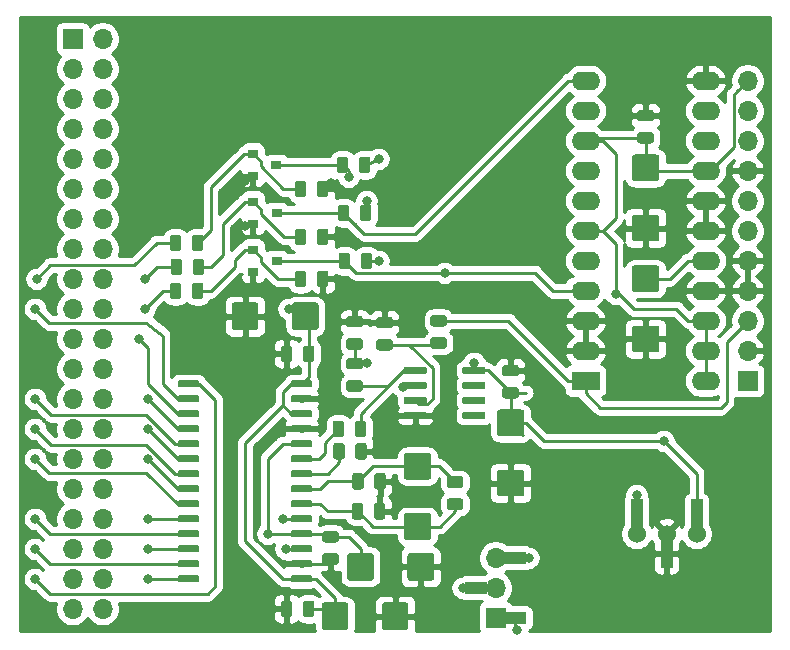
<source format=gtl>
G04 #@! TF.GenerationSoftware,KiCad,Pcbnew,5.1.5*
G04 #@! TF.CreationDate,2020-02-08T16:24:25+09:00*
G04 #@! TF.ProjectId,linearccd,6c696e65-6172-4636-9364-2e6b69636164,rev?*
G04 #@! TF.SameCoordinates,Original*
G04 #@! TF.FileFunction,Copper,L1,Top*
G04 #@! TF.FilePolarity,Positive*
%FSLAX46Y46*%
G04 Gerber Fmt 4.6, Leading zero omitted, Abs format (unit mm)*
G04 Created by KiCad (PCBNEW 5.1.5) date 2020-02-08 16:24:25*
%MOMM*%
%LPD*%
G04 APERTURE LIST*
%ADD10R,1.000000X2.500000*%
%ADD11C,1.524000*%
%ADD12C,0.100000*%
%ADD13R,2.400000X1.600000*%
%ADD14O,2.400000X1.600000*%
%ADD15O,1.700000X1.700000*%
%ADD16R,1.700000X1.700000*%
%ADD17R,1.900000X1.000000*%
%ADD18R,0.900000X0.800000*%
%ADD19C,0.800000*%
%ADD20C,0.250000*%
%ADD21C,0.254000*%
G04 APERTURE END LIST*
D10*
X154432000Y-121540000D03*
X149352000Y-121540000D03*
X151892000Y-124840000D03*
D11*
X154432000Y-123190000D03*
X151892000Y-123190000D03*
X149352000Y-123190000D03*
G04 #@! TA.AperFunction,SMDPad,CuDef*
D12*
G36*
X112169703Y-110190722D02*
G01*
X112184264Y-110192882D01*
X112198543Y-110196459D01*
X112212403Y-110201418D01*
X112225710Y-110207712D01*
X112238336Y-110215280D01*
X112250159Y-110224048D01*
X112261066Y-110233934D01*
X112270952Y-110244841D01*
X112279720Y-110256664D01*
X112287288Y-110269290D01*
X112293582Y-110282597D01*
X112298541Y-110296457D01*
X112302118Y-110310736D01*
X112304278Y-110325297D01*
X112305000Y-110340000D01*
X112305000Y-110640000D01*
X112304278Y-110654703D01*
X112302118Y-110669264D01*
X112298541Y-110683543D01*
X112293582Y-110697403D01*
X112287288Y-110710710D01*
X112279720Y-110723336D01*
X112270952Y-110735159D01*
X112261066Y-110746066D01*
X112250159Y-110755952D01*
X112238336Y-110764720D01*
X112225710Y-110772288D01*
X112212403Y-110778582D01*
X112198543Y-110783541D01*
X112184264Y-110787118D01*
X112169703Y-110789278D01*
X112155000Y-110790000D01*
X110655000Y-110790000D01*
X110640297Y-110789278D01*
X110625736Y-110787118D01*
X110611457Y-110783541D01*
X110597597Y-110778582D01*
X110584290Y-110772288D01*
X110571664Y-110764720D01*
X110559841Y-110755952D01*
X110548934Y-110746066D01*
X110539048Y-110735159D01*
X110530280Y-110723336D01*
X110522712Y-110710710D01*
X110516418Y-110697403D01*
X110511459Y-110683543D01*
X110507882Y-110669264D01*
X110505722Y-110654703D01*
X110505000Y-110640000D01*
X110505000Y-110340000D01*
X110505722Y-110325297D01*
X110507882Y-110310736D01*
X110511459Y-110296457D01*
X110516418Y-110282597D01*
X110522712Y-110269290D01*
X110530280Y-110256664D01*
X110539048Y-110244841D01*
X110548934Y-110233934D01*
X110559841Y-110224048D01*
X110571664Y-110215280D01*
X110584290Y-110207712D01*
X110597597Y-110201418D01*
X110611457Y-110196459D01*
X110625736Y-110192882D01*
X110640297Y-110190722D01*
X110655000Y-110190000D01*
X112155000Y-110190000D01*
X112169703Y-110190722D01*
G37*
G04 #@! TD.AperFunction*
G04 #@! TA.AperFunction,SMDPad,CuDef*
G36*
X112169703Y-111460722D02*
G01*
X112184264Y-111462882D01*
X112198543Y-111466459D01*
X112212403Y-111471418D01*
X112225710Y-111477712D01*
X112238336Y-111485280D01*
X112250159Y-111494048D01*
X112261066Y-111503934D01*
X112270952Y-111514841D01*
X112279720Y-111526664D01*
X112287288Y-111539290D01*
X112293582Y-111552597D01*
X112298541Y-111566457D01*
X112302118Y-111580736D01*
X112304278Y-111595297D01*
X112305000Y-111610000D01*
X112305000Y-111910000D01*
X112304278Y-111924703D01*
X112302118Y-111939264D01*
X112298541Y-111953543D01*
X112293582Y-111967403D01*
X112287288Y-111980710D01*
X112279720Y-111993336D01*
X112270952Y-112005159D01*
X112261066Y-112016066D01*
X112250159Y-112025952D01*
X112238336Y-112034720D01*
X112225710Y-112042288D01*
X112212403Y-112048582D01*
X112198543Y-112053541D01*
X112184264Y-112057118D01*
X112169703Y-112059278D01*
X112155000Y-112060000D01*
X110655000Y-112060000D01*
X110640297Y-112059278D01*
X110625736Y-112057118D01*
X110611457Y-112053541D01*
X110597597Y-112048582D01*
X110584290Y-112042288D01*
X110571664Y-112034720D01*
X110559841Y-112025952D01*
X110548934Y-112016066D01*
X110539048Y-112005159D01*
X110530280Y-111993336D01*
X110522712Y-111980710D01*
X110516418Y-111967403D01*
X110511459Y-111953543D01*
X110507882Y-111939264D01*
X110505722Y-111924703D01*
X110505000Y-111910000D01*
X110505000Y-111610000D01*
X110505722Y-111595297D01*
X110507882Y-111580736D01*
X110511459Y-111566457D01*
X110516418Y-111552597D01*
X110522712Y-111539290D01*
X110530280Y-111526664D01*
X110539048Y-111514841D01*
X110548934Y-111503934D01*
X110559841Y-111494048D01*
X110571664Y-111485280D01*
X110584290Y-111477712D01*
X110597597Y-111471418D01*
X110611457Y-111466459D01*
X110625736Y-111462882D01*
X110640297Y-111460722D01*
X110655000Y-111460000D01*
X112155000Y-111460000D01*
X112169703Y-111460722D01*
G37*
G04 #@! TD.AperFunction*
G04 #@! TA.AperFunction,SMDPad,CuDef*
G36*
X112169703Y-112730722D02*
G01*
X112184264Y-112732882D01*
X112198543Y-112736459D01*
X112212403Y-112741418D01*
X112225710Y-112747712D01*
X112238336Y-112755280D01*
X112250159Y-112764048D01*
X112261066Y-112773934D01*
X112270952Y-112784841D01*
X112279720Y-112796664D01*
X112287288Y-112809290D01*
X112293582Y-112822597D01*
X112298541Y-112836457D01*
X112302118Y-112850736D01*
X112304278Y-112865297D01*
X112305000Y-112880000D01*
X112305000Y-113180000D01*
X112304278Y-113194703D01*
X112302118Y-113209264D01*
X112298541Y-113223543D01*
X112293582Y-113237403D01*
X112287288Y-113250710D01*
X112279720Y-113263336D01*
X112270952Y-113275159D01*
X112261066Y-113286066D01*
X112250159Y-113295952D01*
X112238336Y-113304720D01*
X112225710Y-113312288D01*
X112212403Y-113318582D01*
X112198543Y-113323541D01*
X112184264Y-113327118D01*
X112169703Y-113329278D01*
X112155000Y-113330000D01*
X110655000Y-113330000D01*
X110640297Y-113329278D01*
X110625736Y-113327118D01*
X110611457Y-113323541D01*
X110597597Y-113318582D01*
X110584290Y-113312288D01*
X110571664Y-113304720D01*
X110559841Y-113295952D01*
X110548934Y-113286066D01*
X110539048Y-113275159D01*
X110530280Y-113263336D01*
X110522712Y-113250710D01*
X110516418Y-113237403D01*
X110511459Y-113223543D01*
X110507882Y-113209264D01*
X110505722Y-113194703D01*
X110505000Y-113180000D01*
X110505000Y-112880000D01*
X110505722Y-112865297D01*
X110507882Y-112850736D01*
X110511459Y-112836457D01*
X110516418Y-112822597D01*
X110522712Y-112809290D01*
X110530280Y-112796664D01*
X110539048Y-112784841D01*
X110548934Y-112773934D01*
X110559841Y-112764048D01*
X110571664Y-112755280D01*
X110584290Y-112747712D01*
X110597597Y-112741418D01*
X110611457Y-112736459D01*
X110625736Y-112732882D01*
X110640297Y-112730722D01*
X110655000Y-112730000D01*
X112155000Y-112730000D01*
X112169703Y-112730722D01*
G37*
G04 #@! TD.AperFunction*
G04 #@! TA.AperFunction,SMDPad,CuDef*
G36*
X112169703Y-114000722D02*
G01*
X112184264Y-114002882D01*
X112198543Y-114006459D01*
X112212403Y-114011418D01*
X112225710Y-114017712D01*
X112238336Y-114025280D01*
X112250159Y-114034048D01*
X112261066Y-114043934D01*
X112270952Y-114054841D01*
X112279720Y-114066664D01*
X112287288Y-114079290D01*
X112293582Y-114092597D01*
X112298541Y-114106457D01*
X112302118Y-114120736D01*
X112304278Y-114135297D01*
X112305000Y-114150000D01*
X112305000Y-114450000D01*
X112304278Y-114464703D01*
X112302118Y-114479264D01*
X112298541Y-114493543D01*
X112293582Y-114507403D01*
X112287288Y-114520710D01*
X112279720Y-114533336D01*
X112270952Y-114545159D01*
X112261066Y-114556066D01*
X112250159Y-114565952D01*
X112238336Y-114574720D01*
X112225710Y-114582288D01*
X112212403Y-114588582D01*
X112198543Y-114593541D01*
X112184264Y-114597118D01*
X112169703Y-114599278D01*
X112155000Y-114600000D01*
X110655000Y-114600000D01*
X110640297Y-114599278D01*
X110625736Y-114597118D01*
X110611457Y-114593541D01*
X110597597Y-114588582D01*
X110584290Y-114582288D01*
X110571664Y-114574720D01*
X110559841Y-114565952D01*
X110548934Y-114556066D01*
X110539048Y-114545159D01*
X110530280Y-114533336D01*
X110522712Y-114520710D01*
X110516418Y-114507403D01*
X110511459Y-114493543D01*
X110507882Y-114479264D01*
X110505722Y-114464703D01*
X110505000Y-114450000D01*
X110505000Y-114150000D01*
X110505722Y-114135297D01*
X110507882Y-114120736D01*
X110511459Y-114106457D01*
X110516418Y-114092597D01*
X110522712Y-114079290D01*
X110530280Y-114066664D01*
X110539048Y-114054841D01*
X110548934Y-114043934D01*
X110559841Y-114034048D01*
X110571664Y-114025280D01*
X110584290Y-114017712D01*
X110597597Y-114011418D01*
X110611457Y-114006459D01*
X110625736Y-114002882D01*
X110640297Y-114000722D01*
X110655000Y-114000000D01*
X112155000Y-114000000D01*
X112169703Y-114000722D01*
G37*
G04 #@! TD.AperFunction*
G04 #@! TA.AperFunction,SMDPad,CuDef*
G36*
X112169703Y-115270722D02*
G01*
X112184264Y-115272882D01*
X112198543Y-115276459D01*
X112212403Y-115281418D01*
X112225710Y-115287712D01*
X112238336Y-115295280D01*
X112250159Y-115304048D01*
X112261066Y-115313934D01*
X112270952Y-115324841D01*
X112279720Y-115336664D01*
X112287288Y-115349290D01*
X112293582Y-115362597D01*
X112298541Y-115376457D01*
X112302118Y-115390736D01*
X112304278Y-115405297D01*
X112305000Y-115420000D01*
X112305000Y-115720000D01*
X112304278Y-115734703D01*
X112302118Y-115749264D01*
X112298541Y-115763543D01*
X112293582Y-115777403D01*
X112287288Y-115790710D01*
X112279720Y-115803336D01*
X112270952Y-115815159D01*
X112261066Y-115826066D01*
X112250159Y-115835952D01*
X112238336Y-115844720D01*
X112225710Y-115852288D01*
X112212403Y-115858582D01*
X112198543Y-115863541D01*
X112184264Y-115867118D01*
X112169703Y-115869278D01*
X112155000Y-115870000D01*
X110655000Y-115870000D01*
X110640297Y-115869278D01*
X110625736Y-115867118D01*
X110611457Y-115863541D01*
X110597597Y-115858582D01*
X110584290Y-115852288D01*
X110571664Y-115844720D01*
X110559841Y-115835952D01*
X110548934Y-115826066D01*
X110539048Y-115815159D01*
X110530280Y-115803336D01*
X110522712Y-115790710D01*
X110516418Y-115777403D01*
X110511459Y-115763543D01*
X110507882Y-115749264D01*
X110505722Y-115734703D01*
X110505000Y-115720000D01*
X110505000Y-115420000D01*
X110505722Y-115405297D01*
X110507882Y-115390736D01*
X110511459Y-115376457D01*
X110516418Y-115362597D01*
X110522712Y-115349290D01*
X110530280Y-115336664D01*
X110539048Y-115324841D01*
X110548934Y-115313934D01*
X110559841Y-115304048D01*
X110571664Y-115295280D01*
X110584290Y-115287712D01*
X110597597Y-115281418D01*
X110611457Y-115276459D01*
X110625736Y-115272882D01*
X110640297Y-115270722D01*
X110655000Y-115270000D01*
X112155000Y-115270000D01*
X112169703Y-115270722D01*
G37*
G04 #@! TD.AperFunction*
G04 #@! TA.AperFunction,SMDPad,CuDef*
G36*
X112169703Y-116540722D02*
G01*
X112184264Y-116542882D01*
X112198543Y-116546459D01*
X112212403Y-116551418D01*
X112225710Y-116557712D01*
X112238336Y-116565280D01*
X112250159Y-116574048D01*
X112261066Y-116583934D01*
X112270952Y-116594841D01*
X112279720Y-116606664D01*
X112287288Y-116619290D01*
X112293582Y-116632597D01*
X112298541Y-116646457D01*
X112302118Y-116660736D01*
X112304278Y-116675297D01*
X112305000Y-116690000D01*
X112305000Y-116990000D01*
X112304278Y-117004703D01*
X112302118Y-117019264D01*
X112298541Y-117033543D01*
X112293582Y-117047403D01*
X112287288Y-117060710D01*
X112279720Y-117073336D01*
X112270952Y-117085159D01*
X112261066Y-117096066D01*
X112250159Y-117105952D01*
X112238336Y-117114720D01*
X112225710Y-117122288D01*
X112212403Y-117128582D01*
X112198543Y-117133541D01*
X112184264Y-117137118D01*
X112169703Y-117139278D01*
X112155000Y-117140000D01*
X110655000Y-117140000D01*
X110640297Y-117139278D01*
X110625736Y-117137118D01*
X110611457Y-117133541D01*
X110597597Y-117128582D01*
X110584290Y-117122288D01*
X110571664Y-117114720D01*
X110559841Y-117105952D01*
X110548934Y-117096066D01*
X110539048Y-117085159D01*
X110530280Y-117073336D01*
X110522712Y-117060710D01*
X110516418Y-117047403D01*
X110511459Y-117033543D01*
X110507882Y-117019264D01*
X110505722Y-117004703D01*
X110505000Y-116990000D01*
X110505000Y-116690000D01*
X110505722Y-116675297D01*
X110507882Y-116660736D01*
X110511459Y-116646457D01*
X110516418Y-116632597D01*
X110522712Y-116619290D01*
X110530280Y-116606664D01*
X110539048Y-116594841D01*
X110548934Y-116583934D01*
X110559841Y-116574048D01*
X110571664Y-116565280D01*
X110584290Y-116557712D01*
X110597597Y-116551418D01*
X110611457Y-116546459D01*
X110625736Y-116542882D01*
X110640297Y-116540722D01*
X110655000Y-116540000D01*
X112155000Y-116540000D01*
X112169703Y-116540722D01*
G37*
G04 #@! TD.AperFunction*
G04 #@! TA.AperFunction,SMDPad,CuDef*
G36*
X112169703Y-117810722D02*
G01*
X112184264Y-117812882D01*
X112198543Y-117816459D01*
X112212403Y-117821418D01*
X112225710Y-117827712D01*
X112238336Y-117835280D01*
X112250159Y-117844048D01*
X112261066Y-117853934D01*
X112270952Y-117864841D01*
X112279720Y-117876664D01*
X112287288Y-117889290D01*
X112293582Y-117902597D01*
X112298541Y-117916457D01*
X112302118Y-117930736D01*
X112304278Y-117945297D01*
X112305000Y-117960000D01*
X112305000Y-118260000D01*
X112304278Y-118274703D01*
X112302118Y-118289264D01*
X112298541Y-118303543D01*
X112293582Y-118317403D01*
X112287288Y-118330710D01*
X112279720Y-118343336D01*
X112270952Y-118355159D01*
X112261066Y-118366066D01*
X112250159Y-118375952D01*
X112238336Y-118384720D01*
X112225710Y-118392288D01*
X112212403Y-118398582D01*
X112198543Y-118403541D01*
X112184264Y-118407118D01*
X112169703Y-118409278D01*
X112155000Y-118410000D01*
X110655000Y-118410000D01*
X110640297Y-118409278D01*
X110625736Y-118407118D01*
X110611457Y-118403541D01*
X110597597Y-118398582D01*
X110584290Y-118392288D01*
X110571664Y-118384720D01*
X110559841Y-118375952D01*
X110548934Y-118366066D01*
X110539048Y-118355159D01*
X110530280Y-118343336D01*
X110522712Y-118330710D01*
X110516418Y-118317403D01*
X110511459Y-118303543D01*
X110507882Y-118289264D01*
X110505722Y-118274703D01*
X110505000Y-118260000D01*
X110505000Y-117960000D01*
X110505722Y-117945297D01*
X110507882Y-117930736D01*
X110511459Y-117916457D01*
X110516418Y-117902597D01*
X110522712Y-117889290D01*
X110530280Y-117876664D01*
X110539048Y-117864841D01*
X110548934Y-117853934D01*
X110559841Y-117844048D01*
X110571664Y-117835280D01*
X110584290Y-117827712D01*
X110597597Y-117821418D01*
X110611457Y-117816459D01*
X110625736Y-117812882D01*
X110640297Y-117810722D01*
X110655000Y-117810000D01*
X112155000Y-117810000D01*
X112169703Y-117810722D01*
G37*
G04 #@! TD.AperFunction*
G04 #@! TA.AperFunction,SMDPad,CuDef*
G36*
X112169703Y-119080722D02*
G01*
X112184264Y-119082882D01*
X112198543Y-119086459D01*
X112212403Y-119091418D01*
X112225710Y-119097712D01*
X112238336Y-119105280D01*
X112250159Y-119114048D01*
X112261066Y-119123934D01*
X112270952Y-119134841D01*
X112279720Y-119146664D01*
X112287288Y-119159290D01*
X112293582Y-119172597D01*
X112298541Y-119186457D01*
X112302118Y-119200736D01*
X112304278Y-119215297D01*
X112305000Y-119230000D01*
X112305000Y-119530000D01*
X112304278Y-119544703D01*
X112302118Y-119559264D01*
X112298541Y-119573543D01*
X112293582Y-119587403D01*
X112287288Y-119600710D01*
X112279720Y-119613336D01*
X112270952Y-119625159D01*
X112261066Y-119636066D01*
X112250159Y-119645952D01*
X112238336Y-119654720D01*
X112225710Y-119662288D01*
X112212403Y-119668582D01*
X112198543Y-119673541D01*
X112184264Y-119677118D01*
X112169703Y-119679278D01*
X112155000Y-119680000D01*
X110655000Y-119680000D01*
X110640297Y-119679278D01*
X110625736Y-119677118D01*
X110611457Y-119673541D01*
X110597597Y-119668582D01*
X110584290Y-119662288D01*
X110571664Y-119654720D01*
X110559841Y-119645952D01*
X110548934Y-119636066D01*
X110539048Y-119625159D01*
X110530280Y-119613336D01*
X110522712Y-119600710D01*
X110516418Y-119587403D01*
X110511459Y-119573543D01*
X110507882Y-119559264D01*
X110505722Y-119544703D01*
X110505000Y-119530000D01*
X110505000Y-119230000D01*
X110505722Y-119215297D01*
X110507882Y-119200736D01*
X110511459Y-119186457D01*
X110516418Y-119172597D01*
X110522712Y-119159290D01*
X110530280Y-119146664D01*
X110539048Y-119134841D01*
X110548934Y-119123934D01*
X110559841Y-119114048D01*
X110571664Y-119105280D01*
X110584290Y-119097712D01*
X110597597Y-119091418D01*
X110611457Y-119086459D01*
X110625736Y-119082882D01*
X110640297Y-119080722D01*
X110655000Y-119080000D01*
X112155000Y-119080000D01*
X112169703Y-119080722D01*
G37*
G04 #@! TD.AperFunction*
G04 #@! TA.AperFunction,SMDPad,CuDef*
G36*
X112169703Y-120350722D02*
G01*
X112184264Y-120352882D01*
X112198543Y-120356459D01*
X112212403Y-120361418D01*
X112225710Y-120367712D01*
X112238336Y-120375280D01*
X112250159Y-120384048D01*
X112261066Y-120393934D01*
X112270952Y-120404841D01*
X112279720Y-120416664D01*
X112287288Y-120429290D01*
X112293582Y-120442597D01*
X112298541Y-120456457D01*
X112302118Y-120470736D01*
X112304278Y-120485297D01*
X112305000Y-120500000D01*
X112305000Y-120800000D01*
X112304278Y-120814703D01*
X112302118Y-120829264D01*
X112298541Y-120843543D01*
X112293582Y-120857403D01*
X112287288Y-120870710D01*
X112279720Y-120883336D01*
X112270952Y-120895159D01*
X112261066Y-120906066D01*
X112250159Y-120915952D01*
X112238336Y-120924720D01*
X112225710Y-120932288D01*
X112212403Y-120938582D01*
X112198543Y-120943541D01*
X112184264Y-120947118D01*
X112169703Y-120949278D01*
X112155000Y-120950000D01*
X110655000Y-120950000D01*
X110640297Y-120949278D01*
X110625736Y-120947118D01*
X110611457Y-120943541D01*
X110597597Y-120938582D01*
X110584290Y-120932288D01*
X110571664Y-120924720D01*
X110559841Y-120915952D01*
X110548934Y-120906066D01*
X110539048Y-120895159D01*
X110530280Y-120883336D01*
X110522712Y-120870710D01*
X110516418Y-120857403D01*
X110511459Y-120843543D01*
X110507882Y-120829264D01*
X110505722Y-120814703D01*
X110505000Y-120800000D01*
X110505000Y-120500000D01*
X110505722Y-120485297D01*
X110507882Y-120470736D01*
X110511459Y-120456457D01*
X110516418Y-120442597D01*
X110522712Y-120429290D01*
X110530280Y-120416664D01*
X110539048Y-120404841D01*
X110548934Y-120393934D01*
X110559841Y-120384048D01*
X110571664Y-120375280D01*
X110584290Y-120367712D01*
X110597597Y-120361418D01*
X110611457Y-120356459D01*
X110625736Y-120352882D01*
X110640297Y-120350722D01*
X110655000Y-120350000D01*
X112155000Y-120350000D01*
X112169703Y-120350722D01*
G37*
G04 #@! TD.AperFunction*
G04 #@! TA.AperFunction,SMDPad,CuDef*
G36*
X112169703Y-121620722D02*
G01*
X112184264Y-121622882D01*
X112198543Y-121626459D01*
X112212403Y-121631418D01*
X112225710Y-121637712D01*
X112238336Y-121645280D01*
X112250159Y-121654048D01*
X112261066Y-121663934D01*
X112270952Y-121674841D01*
X112279720Y-121686664D01*
X112287288Y-121699290D01*
X112293582Y-121712597D01*
X112298541Y-121726457D01*
X112302118Y-121740736D01*
X112304278Y-121755297D01*
X112305000Y-121770000D01*
X112305000Y-122070000D01*
X112304278Y-122084703D01*
X112302118Y-122099264D01*
X112298541Y-122113543D01*
X112293582Y-122127403D01*
X112287288Y-122140710D01*
X112279720Y-122153336D01*
X112270952Y-122165159D01*
X112261066Y-122176066D01*
X112250159Y-122185952D01*
X112238336Y-122194720D01*
X112225710Y-122202288D01*
X112212403Y-122208582D01*
X112198543Y-122213541D01*
X112184264Y-122217118D01*
X112169703Y-122219278D01*
X112155000Y-122220000D01*
X110655000Y-122220000D01*
X110640297Y-122219278D01*
X110625736Y-122217118D01*
X110611457Y-122213541D01*
X110597597Y-122208582D01*
X110584290Y-122202288D01*
X110571664Y-122194720D01*
X110559841Y-122185952D01*
X110548934Y-122176066D01*
X110539048Y-122165159D01*
X110530280Y-122153336D01*
X110522712Y-122140710D01*
X110516418Y-122127403D01*
X110511459Y-122113543D01*
X110507882Y-122099264D01*
X110505722Y-122084703D01*
X110505000Y-122070000D01*
X110505000Y-121770000D01*
X110505722Y-121755297D01*
X110507882Y-121740736D01*
X110511459Y-121726457D01*
X110516418Y-121712597D01*
X110522712Y-121699290D01*
X110530280Y-121686664D01*
X110539048Y-121674841D01*
X110548934Y-121663934D01*
X110559841Y-121654048D01*
X110571664Y-121645280D01*
X110584290Y-121637712D01*
X110597597Y-121631418D01*
X110611457Y-121626459D01*
X110625736Y-121622882D01*
X110640297Y-121620722D01*
X110655000Y-121620000D01*
X112155000Y-121620000D01*
X112169703Y-121620722D01*
G37*
G04 #@! TD.AperFunction*
G04 #@! TA.AperFunction,SMDPad,CuDef*
G36*
X112169703Y-122890722D02*
G01*
X112184264Y-122892882D01*
X112198543Y-122896459D01*
X112212403Y-122901418D01*
X112225710Y-122907712D01*
X112238336Y-122915280D01*
X112250159Y-122924048D01*
X112261066Y-122933934D01*
X112270952Y-122944841D01*
X112279720Y-122956664D01*
X112287288Y-122969290D01*
X112293582Y-122982597D01*
X112298541Y-122996457D01*
X112302118Y-123010736D01*
X112304278Y-123025297D01*
X112305000Y-123040000D01*
X112305000Y-123340000D01*
X112304278Y-123354703D01*
X112302118Y-123369264D01*
X112298541Y-123383543D01*
X112293582Y-123397403D01*
X112287288Y-123410710D01*
X112279720Y-123423336D01*
X112270952Y-123435159D01*
X112261066Y-123446066D01*
X112250159Y-123455952D01*
X112238336Y-123464720D01*
X112225710Y-123472288D01*
X112212403Y-123478582D01*
X112198543Y-123483541D01*
X112184264Y-123487118D01*
X112169703Y-123489278D01*
X112155000Y-123490000D01*
X110655000Y-123490000D01*
X110640297Y-123489278D01*
X110625736Y-123487118D01*
X110611457Y-123483541D01*
X110597597Y-123478582D01*
X110584290Y-123472288D01*
X110571664Y-123464720D01*
X110559841Y-123455952D01*
X110548934Y-123446066D01*
X110539048Y-123435159D01*
X110530280Y-123423336D01*
X110522712Y-123410710D01*
X110516418Y-123397403D01*
X110511459Y-123383543D01*
X110507882Y-123369264D01*
X110505722Y-123354703D01*
X110505000Y-123340000D01*
X110505000Y-123040000D01*
X110505722Y-123025297D01*
X110507882Y-123010736D01*
X110511459Y-122996457D01*
X110516418Y-122982597D01*
X110522712Y-122969290D01*
X110530280Y-122956664D01*
X110539048Y-122944841D01*
X110548934Y-122933934D01*
X110559841Y-122924048D01*
X110571664Y-122915280D01*
X110584290Y-122907712D01*
X110597597Y-122901418D01*
X110611457Y-122896459D01*
X110625736Y-122892882D01*
X110640297Y-122890722D01*
X110655000Y-122890000D01*
X112155000Y-122890000D01*
X112169703Y-122890722D01*
G37*
G04 #@! TD.AperFunction*
G04 #@! TA.AperFunction,SMDPad,CuDef*
G36*
X112169703Y-124160722D02*
G01*
X112184264Y-124162882D01*
X112198543Y-124166459D01*
X112212403Y-124171418D01*
X112225710Y-124177712D01*
X112238336Y-124185280D01*
X112250159Y-124194048D01*
X112261066Y-124203934D01*
X112270952Y-124214841D01*
X112279720Y-124226664D01*
X112287288Y-124239290D01*
X112293582Y-124252597D01*
X112298541Y-124266457D01*
X112302118Y-124280736D01*
X112304278Y-124295297D01*
X112305000Y-124310000D01*
X112305000Y-124610000D01*
X112304278Y-124624703D01*
X112302118Y-124639264D01*
X112298541Y-124653543D01*
X112293582Y-124667403D01*
X112287288Y-124680710D01*
X112279720Y-124693336D01*
X112270952Y-124705159D01*
X112261066Y-124716066D01*
X112250159Y-124725952D01*
X112238336Y-124734720D01*
X112225710Y-124742288D01*
X112212403Y-124748582D01*
X112198543Y-124753541D01*
X112184264Y-124757118D01*
X112169703Y-124759278D01*
X112155000Y-124760000D01*
X110655000Y-124760000D01*
X110640297Y-124759278D01*
X110625736Y-124757118D01*
X110611457Y-124753541D01*
X110597597Y-124748582D01*
X110584290Y-124742288D01*
X110571664Y-124734720D01*
X110559841Y-124725952D01*
X110548934Y-124716066D01*
X110539048Y-124705159D01*
X110530280Y-124693336D01*
X110522712Y-124680710D01*
X110516418Y-124667403D01*
X110511459Y-124653543D01*
X110507882Y-124639264D01*
X110505722Y-124624703D01*
X110505000Y-124610000D01*
X110505000Y-124310000D01*
X110505722Y-124295297D01*
X110507882Y-124280736D01*
X110511459Y-124266457D01*
X110516418Y-124252597D01*
X110522712Y-124239290D01*
X110530280Y-124226664D01*
X110539048Y-124214841D01*
X110548934Y-124203934D01*
X110559841Y-124194048D01*
X110571664Y-124185280D01*
X110584290Y-124177712D01*
X110597597Y-124171418D01*
X110611457Y-124166459D01*
X110625736Y-124162882D01*
X110640297Y-124160722D01*
X110655000Y-124160000D01*
X112155000Y-124160000D01*
X112169703Y-124160722D01*
G37*
G04 #@! TD.AperFunction*
G04 #@! TA.AperFunction,SMDPad,CuDef*
G36*
X112169703Y-125430722D02*
G01*
X112184264Y-125432882D01*
X112198543Y-125436459D01*
X112212403Y-125441418D01*
X112225710Y-125447712D01*
X112238336Y-125455280D01*
X112250159Y-125464048D01*
X112261066Y-125473934D01*
X112270952Y-125484841D01*
X112279720Y-125496664D01*
X112287288Y-125509290D01*
X112293582Y-125522597D01*
X112298541Y-125536457D01*
X112302118Y-125550736D01*
X112304278Y-125565297D01*
X112305000Y-125580000D01*
X112305000Y-125880000D01*
X112304278Y-125894703D01*
X112302118Y-125909264D01*
X112298541Y-125923543D01*
X112293582Y-125937403D01*
X112287288Y-125950710D01*
X112279720Y-125963336D01*
X112270952Y-125975159D01*
X112261066Y-125986066D01*
X112250159Y-125995952D01*
X112238336Y-126004720D01*
X112225710Y-126012288D01*
X112212403Y-126018582D01*
X112198543Y-126023541D01*
X112184264Y-126027118D01*
X112169703Y-126029278D01*
X112155000Y-126030000D01*
X110655000Y-126030000D01*
X110640297Y-126029278D01*
X110625736Y-126027118D01*
X110611457Y-126023541D01*
X110597597Y-126018582D01*
X110584290Y-126012288D01*
X110571664Y-126004720D01*
X110559841Y-125995952D01*
X110548934Y-125986066D01*
X110539048Y-125975159D01*
X110530280Y-125963336D01*
X110522712Y-125950710D01*
X110516418Y-125937403D01*
X110511459Y-125923543D01*
X110507882Y-125909264D01*
X110505722Y-125894703D01*
X110505000Y-125880000D01*
X110505000Y-125580000D01*
X110505722Y-125565297D01*
X110507882Y-125550736D01*
X110511459Y-125536457D01*
X110516418Y-125522597D01*
X110522712Y-125509290D01*
X110530280Y-125496664D01*
X110539048Y-125484841D01*
X110548934Y-125473934D01*
X110559841Y-125464048D01*
X110571664Y-125455280D01*
X110584290Y-125447712D01*
X110597597Y-125441418D01*
X110611457Y-125436459D01*
X110625736Y-125432882D01*
X110640297Y-125430722D01*
X110655000Y-125430000D01*
X112155000Y-125430000D01*
X112169703Y-125430722D01*
G37*
G04 #@! TD.AperFunction*
G04 #@! TA.AperFunction,SMDPad,CuDef*
G36*
X112169703Y-126700722D02*
G01*
X112184264Y-126702882D01*
X112198543Y-126706459D01*
X112212403Y-126711418D01*
X112225710Y-126717712D01*
X112238336Y-126725280D01*
X112250159Y-126734048D01*
X112261066Y-126743934D01*
X112270952Y-126754841D01*
X112279720Y-126766664D01*
X112287288Y-126779290D01*
X112293582Y-126792597D01*
X112298541Y-126806457D01*
X112302118Y-126820736D01*
X112304278Y-126835297D01*
X112305000Y-126850000D01*
X112305000Y-127150000D01*
X112304278Y-127164703D01*
X112302118Y-127179264D01*
X112298541Y-127193543D01*
X112293582Y-127207403D01*
X112287288Y-127220710D01*
X112279720Y-127233336D01*
X112270952Y-127245159D01*
X112261066Y-127256066D01*
X112250159Y-127265952D01*
X112238336Y-127274720D01*
X112225710Y-127282288D01*
X112212403Y-127288582D01*
X112198543Y-127293541D01*
X112184264Y-127297118D01*
X112169703Y-127299278D01*
X112155000Y-127300000D01*
X110655000Y-127300000D01*
X110640297Y-127299278D01*
X110625736Y-127297118D01*
X110611457Y-127293541D01*
X110597597Y-127288582D01*
X110584290Y-127282288D01*
X110571664Y-127274720D01*
X110559841Y-127265952D01*
X110548934Y-127256066D01*
X110539048Y-127245159D01*
X110530280Y-127233336D01*
X110522712Y-127220710D01*
X110516418Y-127207403D01*
X110511459Y-127193543D01*
X110507882Y-127179264D01*
X110505722Y-127164703D01*
X110505000Y-127150000D01*
X110505000Y-126850000D01*
X110505722Y-126835297D01*
X110507882Y-126820736D01*
X110511459Y-126806457D01*
X110516418Y-126792597D01*
X110522712Y-126779290D01*
X110530280Y-126766664D01*
X110539048Y-126754841D01*
X110548934Y-126743934D01*
X110559841Y-126734048D01*
X110571664Y-126725280D01*
X110584290Y-126717712D01*
X110597597Y-126711418D01*
X110611457Y-126706459D01*
X110625736Y-126702882D01*
X110640297Y-126700722D01*
X110655000Y-126700000D01*
X112155000Y-126700000D01*
X112169703Y-126700722D01*
G37*
G04 #@! TD.AperFunction*
G04 #@! TA.AperFunction,SMDPad,CuDef*
G36*
X121769703Y-126700722D02*
G01*
X121784264Y-126702882D01*
X121798543Y-126706459D01*
X121812403Y-126711418D01*
X121825710Y-126717712D01*
X121838336Y-126725280D01*
X121850159Y-126734048D01*
X121861066Y-126743934D01*
X121870952Y-126754841D01*
X121879720Y-126766664D01*
X121887288Y-126779290D01*
X121893582Y-126792597D01*
X121898541Y-126806457D01*
X121902118Y-126820736D01*
X121904278Y-126835297D01*
X121905000Y-126850000D01*
X121905000Y-127150000D01*
X121904278Y-127164703D01*
X121902118Y-127179264D01*
X121898541Y-127193543D01*
X121893582Y-127207403D01*
X121887288Y-127220710D01*
X121879720Y-127233336D01*
X121870952Y-127245159D01*
X121861066Y-127256066D01*
X121850159Y-127265952D01*
X121838336Y-127274720D01*
X121825710Y-127282288D01*
X121812403Y-127288582D01*
X121798543Y-127293541D01*
X121784264Y-127297118D01*
X121769703Y-127299278D01*
X121755000Y-127300000D01*
X120255000Y-127300000D01*
X120240297Y-127299278D01*
X120225736Y-127297118D01*
X120211457Y-127293541D01*
X120197597Y-127288582D01*
X120184290Y-127282288D01*
X120171664Y-127274720D01*
X120159841Y-127265952D01*
X120148934Y-127256066D01*
X120139048Y-127245159D01*
X120130280Y-127233336D01*
X120122712Y-127220710D01*
X120116418Y-127207403D01*
X120111459Y-127193543D01*
X120107882Y-127179264D01*
X120105722Y-127164703D01*
X120105000Y-127150000D01*
X120105000Y-126850000D01*
X120105722Y-126835297D01*
X120107882Y-126820736D01*
X120111459Y-126806457D01*
X120116418Y-126792597D01*
X120122712Y-126779290D01*
X120130280Y-126766664D01*
X120139048Y-126754841D01*
X120148934Y-126743934D01*
X120159841Y-126734048D01*
X120171664Y-126725280D01*
X120184290Y-126717712D01*
X120197597Y-126711418D01*
X120211457Y-126706459D01*
X120225736Y-126702882D01*
X120240297Y-126700722D01*
X120255000Y-126700000D01*
X121755000Y-126700000D01*
X121769703Y-126700722D01*
G37*
G04 #@! TD.AperFunction*
G04 #@! TA.AperFunction,SMDPad,CuDef*
G36*
X121769703Y-125430722D02*
G01*
X121784264Y-125432882D01*
X121798543Y-125436459D01*
X121812403Y-125441418D01*
X121825710Y-125447712D01*
X121838336Y-125455280D01*
X121850159Y-125464048D01*
X121861066Y-125473934D01*
X121870952Y-125484841D01*
X121879720Y-125496664D01*
X121887288Y-125509290D01*
X121893582Y-125522597D01*
X121898541Y-125536457D01*
X121902118Y-125550736D01*
X121904278Y-125565297D01*
X121905000Y-125580000D01*
X121905000Y-125880000D01*
X121904278Y-125894703D01*
X121902118Y-125909264D01*
X121898541Y-125923543D01*
X121893582Y-125937403D01*
X121887288Y-125950710D01*
X121879720Y-125963336D01*
X121870952Y-125975159D01*
X121861066Y-125986066D01*
X121850159Y-125995952D01*
X121838336Y-126004720D01*
X121825710Y-126012288D01*
X121812403Y-126018582D01*
X121798543Y-126023541D01*
X121784264Y-126027118D01*
X121769703Y-126029278D01*
X121755000Y-126030000D01*
X120255000Y-126030000D01*
X120240297Y-126029278D01*
X120225736Y-126027118D01*
X120211457Y-126023541D01*
X120197597Y-126018582D01*
X120184290Y-126012288D01*
X120171664Y-126004720D01*
X120159841Y-125995952D01*
X120148934Y-125986066D01*
X120139048Y-125975159D01*
X120130280Y-125963336D01*
X120122712Y-125950710D01*
X120116418Y-125937403D01*
X120111459Y-125923543D01*
X120107882Y-125909264D01*
X120105722Y-125894703D01*
X120105000Y-125880000D01*
X120105000Y-125580000D01*
X120105722Y-125565297D01*
X120107882Y-125550736D01*
X120111459Y-125536457D01*
X120116418Y-125522597D01*
X120122712Y-125509290D01*
X120130280Y-125496664D01*
X120139048Y-125484841D01*
X120148934Y-125473934D01*
X120159841Y-125464048D01*
X120171664Y-125455280D01*
X120184290Y-125447712D01*
X120197597Y-125441418D01*
X120211457Y-125436459D01*
X120225736Y-125432882D01*
X120240297Y-125430722D01*
X120255000Y-125430000D01*
X121755000Y-125430000D01*
X121769703Y-125430722D01*
G37*
G04 #@! TD.AperFunction*
G04 #@! TA.AperFunction,SMDPad,CuDef*
G36*
X121769703Y-124160722D02*
G01*
X121784264Y-124162882D01*
X121798543Y-124166459D01*
X121812403Y-124171418D01*
X121825710Y-124177712D01*
X121838336Y-124185280D01*
X121850159Y-124194048D01*
X121861066Y-124203934D01*
X121870952Y-124214841D01*
X121879720Y-124226664D01*
X121887288Y-124239290D01*
X121893582Y-124252597D01*
X121898541Y-124266457D01*
X121902118Y-124280736D01*
X121904278Y-124295297D01*
X121905000Y-124310000D01*
X121905000Y-124610000D01*
X121904278Y-124624703D01*
X121902118Y-124639264D01*
X121898541Y-124653543D01*
X121893582Y-124667403D01*
X121887288Y-124680710D01*
X121879720Y-124693336D01*
X121870952Y-124705159D01*
X121861066Y-124716066D01*
X121850159Y-124725952D01*
X121838336Y-124734720D01*
X121825710Y-124742288D01*
X121812403Y-124748582D01*
X121798543Y-124753541D01*
X121784264Y-124757118D01*
X121769703Y-124759278D01*
X121755000Y-124760000D01*
X120255000Y-124760000D01*
X120240297Y-124759278D01*
X120225736Y-124757118D01*
X120211457Y-124753541D01*
X120197597Y-124748582D01*
X120184290Y-124742288D01*
X120171664Y-124734720D01*
X120159841Y-124725952D01*
X120148934Y-124716066D01*
X120139048Y-124705159D01*
X120130280Y-124693336D01*
X120122712Y-124680710D01*
X120116418Y-124667403D01*
X120111459Y-124653543D01*
X120107882Y-124639264D01*
X120105722Y-124624703D01*
X120105000Y-124610000D01*
X120105000Y-124310000D01*
X120105722Y-124295297D01*
X120107882Y-124280736D01*
X120111459Y-124266457D01*
X120116418Y-124252597D01*
X120122712Y-124239290D01*
X120130280Y-124226664D01*
X120139048Y-124214841D01*
X120148934Y-124203934D01*
X120159841Y-124194048D01*
X120171664Y-124185280D01*
X120184290Y-124177712D01*
X120197597Y-124171418D01*
X120211457Y-124166459D01*
X120225736Y-124162882D01*
X120240297Y-124160722D01*
X120255000Y-124160000D01*
X121755000Y-124160000D01*
X121769703Y-124160722D01*
G37*
G04 #@! TD.AperFunction*
G04 #@! TA.AperFunction,SMDPad,CuDef*
G36*
X121769703Y-122890722D02*
G01*
X121784264Y-122892882D01*
X121798543Y-122896459D01*
X121812403Y-122901418D01*
X121825710Y-122907712D01*
X121838336Y-122915280D01*
X121850159Y-122924048D01*
X121861066Y-122933934D01*
X121870952Y-122944841D01*
X121879720Y-122956664D01*
X121887288Y-122969290D01*
X121893582Y-122982597D01*
X121898541Y-122996457D01*
X121902118Y-123010736D01*
X121904278Y-123025297D01*
X121905000Y-123040000D01*
X121905000Y-123340000D01*
X121904278Y-123354703D01*
X121902118Y-123369264D01*
X121898541Y-123383543D01*
X121893582Y-123397403D01*
X121887288Y-123410710D01*
X121879720Y-123423336D01*
X121870952Y-123435159D01*
X121861066Y-123446066D01*
X121850159Y-123455952D01*
X121838336Y-123464720D01*
X121825710Y-123472288D01*
X121812403Y-123478582D01*
X121798543Y-123483541D01*
X121784264Y-123487118D01*
X121769703Y-123489278D01*
X121755000Y-123490000D01*
X120255000Y-123490000D01*
X120240297Y-123489278D01*
X120225736Y-123487118D01*
X120211457Y-123483541D01*
X120197597Y-123478582D01*
X120184290Y-123472288D01*
X120171664Y-123464720D01*
X120159841Y-123455952D01*
X120148934Y-123446066D01*
X120139048Y-123435159D01*
X120130280Y-123423336D01*
X120122712Y-123410710D01*
X120116418Y-123397403D01*
X120111459Y-123383543D01*
X120107882Y-123369264D01*
X120105722Y-123354703D01*
X120105000Y-123340000D01*
X120105000Y-123040000D01*
X120105722Y-123025297D01*
X120107882Y-123010736D01*
X120111459Y-122996457D01*
X120116418Y-122982597D01*
X120122712Y-122969290D01*
X120130280Y-122956664D01*
X120139048Y-122944841D01*
X120148934Y-122933934D01*
X120159841Y-122924048D01*
X120171664Y-122915280D01*
X120184290Y-122907712D01*
X120197597Y-122901418D01*
X120211457Y-122896459D01*
X120225736Y-122892882D01*
X120240297Y-122890722D01*
X120255000Y-122890000D01*
X121755000Y-122890000D01*
X121769703Y-122890722D01*
G37*
G04 #@! TD.AperFunction*
G04 #@! TA.AperFunction,SMDPad,CuDef*
G36*
X121769703Y-121620722D02*
G01*
X121784264Y-121622882D01*
X121798543Y-121626459D01*
X121812403Y-121631418D01*
X121825710Y-121637712D01*
X121838336Y-121645280D01*
X121850159Y-121654048D01*
X121861066Y-121663934D01*
X121870952Y-121674841D01*
X121879720Y-121686664D01*
X121887288Y-121699290D01*
X121893582Y-121712597D01*
X121898541Y-121726457D01*
X121902118Y-121740736D01*
X121904278Y-121755297D01*
X121905000Y-121770000D01*
X121905000Y-122070000D01*
X121904278Y-122084703D01*
X121902118Y-122099264D01*
X121898541Y-122113543D01*
X121893582Y-122127403D01*
X121887288Y-122140710D01*
X121879720Y-122153336D01*
X121870952Y-122165159D01*
X121861066Y-122176066D01*
X121850159Y-122185952D01*
X121838336Y-122194720D01*
X121825710Y-122202288D01*
X121812403Y-122208582D01*
X121798543Y-122213541D01*
X121784264Y-122217118D01*
X121769703Y-122219278D01*
X121755000Y-122220000D01*
X120255000Y-122220000D01*
X120240297Y-122219278D01*
X120225736Y-122217118D01*
X120211457Y-122213541D01*
X120197597Y-122208582D01*
X120184290Y-122202288D01*
X120171664Y-122194720D01*
X120159841Y-122185952D01*
X120148934Y-122176066D01*
X120139048Y-122165159D01*
X120130280Y-122153336D01*
X120122712Y-122140710D01*
X120116418Y-122127403D01*
X120111459Y-122113543D01*
X120107882Y-122099264D01*
X120105722Y-122084703D01*
X120105000Y-122070000D01*
X120105000Y-121770000D01*
X120105722Y-121755297D01*
X120107882Y-121740736D01*
X120111459Y-121726457D01*
X120116418Y-121712597D01*
X120122712Y-121699290D01*
X120130280Y-121686664D01*
X120139048Y-121674841D01*
X120148934Y-121663934D01*
X120159841Y-121654048D01*
X120171664Y-121645280D01*
X120184290Y-121637712D01*
X120197597Y-121631418D01*
X120211457Y-121626459D01*
X120225736Y-121622882D01*
X120240297Y-121620722D01*
X120255000Y-121620000D01*
X121755000Y-121620000D01*
X121769703Y-121620722D01*
G37*
G04 #@! TD.AperFunction*
G04 #@! TA.AperFunction,SMDPad,CuDef*
G36*
X121769703Y-120350722D02*
G01*
X121784264Y-120352882D01*
X121798543Y-120356459D01*
X121812403Y-120361418D01*
X121825710Y-120367712D01*
X121838336Y-120375280D01*
X121850159Y-120384048D01*
X121861066Y-120393934D01*
X121870952Y-120404841D01*
X121879720Y-120416664D01*
X121887288Y-120429290D01*
X121893582Y-120442597D01*
X121898541Y-120456457D01*
X121902118Y-120470736D01*
X121904278Y-120485297D01*
X121905000Y-120500000D01*
X121905000Y-120800000D01*
X121904278Y-120814703D01*
X121902118Y-120829264D01*
X121898541Y-120843543D01*
X121893582Y-120857403D01*
X121887288Y-120870710D01*
X121879720Y-120883336D01*
X121870952Y-120895159D01*
X121861066Y-120906066D01*
X121850159Y-120915952D01*
X121838336Y-120924720D01*
X121825710Y-120932288D01*
X121812403Y-120938582D01*
X121798543Y-120943541D01*
X121784264Y-120947118D01*
X121769703Y-120949278D01*
X121755000Y-120950000D01*
X120255000Y-120950000D01*
X120240297Y-120949278D01*
X120225736Y-120947118D01*
X120211457Y-120943541D01*
X120197597Y-120938582D01*
X120184290Y-120932288D01*
X120171664Y-120924720D01*
X120159841Y-120915952D01*
X120148934Y-120906066D01*
X120139048Y-120895159D01*
X120130280Y-120883336D01*
X120122712Y-120870710D01*
X120116418Y-120857403D01*
X120111459Y-120843543D01*
X120107882Y-120829264D01*
X120105722Y-120814703D01*
X120105000Y-120800000D01*
X120105000Y-120500000D01*
X120105722Y-120485297D01*
X120107882Y-120470736D01*
X120111459Y-120456457D01*
X120116418Y-120442597D01*
X120122712Y-120429290D01*
X120130280Y-120416664D01*
X120139048Y-120404841D01*
X120148934Y-120393934D01*
X120159841Y-120384048D01*
X120171664Y-120375280D01*
X120184290Y-120367712D01*
X120197597Y-120361418D01*
X120211457Y-120356459D01*
X120225736Y-120352882D01*
X120240297Y-120350722D01*
X120255000Y-120350000D01*
X121755000Y-120350000D01*
X121769703Y-120350722D01*
G37*
G04 #@! TD.AperFunction*
G04 #@! TA.AperFunction,SMDPad,CuDef*
G36*
X121769703Y-119080722D02*
G01*
X121784264Y-119082882D01*
X121798543Y-119086459D01*
X121812403Y-119091418D01*
X121825710Y-119097712D01*
X121838336Y-119105280D01*
X121850159Y-119114048D01*
X121861066Y-119123934D01*
X121870952Y-119134841D01*
X121879720Y-119146664D01*
X121887288Y-119159290D01*
X121893582Y-119172597D01*
X121898541Y-119186457D01*
X121902118Y-119200736D01*
X121904278Y-119215297D01*
X121905000Y-119230000D01*
X121905000Y-119530000D01*
X121904278Y-119544703D01*
X121902118Y-119559264D01*
X121898541Y-119573543D01*
X121893582Y-119587403D01*
X121887288Y-119600710D01*
X121879720Y-119613336D01*
X121870952Y-119625159D01*
X121861066Y-119636066D01*
X121850159Y-119645952D01*
X121838336Y-119654720D01*
X121825710Y-119662288D01*
X121812403Y-119668582D01*
X121798543Y-119673541D01*
X121784264Y-119677118D01*
X121769703Y-119679278D01*
X121755000Y-119680000D01*
X120255000Y-119680000D01*
X120240297Y-119679278D01*
X120225736Y-119677118D01*
X120211457Y-119673541D01*
X120197597Y-119668582D01*
X120184290Y-119662288D01*
X120171664Y-119654720D01*
X120159841Y-119645952D01*
X120148934Y-119636066D01*
X120139048Y-119625159D01*
X120130280Y-119613336D01*
X120122712Y-119600710D01*
X120116418Y-119587403D01*
X120111459Y-119573543D01*
X120107882Y-119559264D01*
X120105722Y-119544703D01*
X120105000Y-119530000D01*
X120105000Y-119230000D01*
X120105722Y-119215297D01*
X120107882Y-119200736D01*
X120111459Y-119186457D01*
X120116418Y-119172597D01*
X120122712Y-119159290D01*
X120130280Y-119146664D01*
X120139048Y-119134841D01*
X120148934Y-119123934D01*
X120159841Y-119114048D01*
X120171664Y-119105280D01*
X120184290Y-119097712D01*
X120197597Y-119091418D01*
X120211457Y-119086459D01*
X120225736Y-119082882D01*
X120240297Y-119080722D01*
X120255000Y-119080000D01*
X121755000Y-119080000D01*
X121769703Y-119080722D01*
G37*
G04 #@! TD.AperFunction*
G04 #@! TA.AperFunction,SMDPad,CuDef*
G36*
X121769703Y-117810722D02*
G01*
X121784264Y-117812882D01*
X121798543Y-117816459D01*
X121812403Y-117821418D01*
X121825710Y-117827712D01*
X121838336Y-117835280D01*
X121850159Y-117844048D01*
X121861066Y-117853934D01*
X121870952Y-117864841D01*
X121879720Y-117876664D01*
X121887288Y-117889290D01*
X121893582Y-117902597D01*
X121898541Y-117916457D01*
X121902118Y-117930736D01*
X121904278Y-117945297D01*
X121905000Y-117960000D01*
X121905000Y-118260000D01*
X121904278Y-118274703D01*
X121902118Y-118289264D01*
X121898541Y-118303543D01*
X121893582Y-118317403D01*
X121887288Y-118330710D01*
X121879720Y-118343336D01*
X121870952Y-118355159D01*
X121861066Y-118366066D01*
X121850159Y-118375952D01*
X121838336Y-118384720D01*
X121825710Y-118392288D01*
X121812403Y-118398582D01*
X121798543Y-118403541D01*
X121784264Y-118407118D01*
X121769703Y-118409278D01*
X121755000Y-118410000D01*
X120255000Y-118410000D01*
X120240297Y-118409278D01*
X120225736Y-118407118D01*
X120211457Y-118403541D01*
X120197597Y-118398582D01*
X120184290Y-118392288D01*
X120171664Y-118384720D01*
X120159841Y-118375952D01*
X120148934Y-118366066D01*
X120139048Y-118355159D01*
X120130280Y-118343336D01*
X120122712Y-118330710D01*
X120116418Y-118317403D01*
X120111459Y-118303543D01*
X120107882Y-118289264D01*
X120105722Y-118274703D01*
X120105000Y-118260000D01*
X120105000Y-117960000D01*
X120105722Y-117945297D01*
X120107882Y-117930736D01*
X120111459Y-117916457D01*
X120116418Y-117902597D01*
X120122712Y-117889290D01*
X120130280Y-117876664D01*
X120139048Y-117864841D01*
X120148934Y-117853934D01*
X120159841Y-117844048D01*
X120171664Y-117835280D01*
X120184290Y-117827712D01*
X120197597Y-117821418D01*
X120211457Y-117816459D01*
X120225736Y-117812882D01*
X120240297Y-117810722D01*
X120255000Y-117810000D01*
X121755000Y-117810000D01*
X121769703Y-117810722D01*
G37*
G04 #@! TD.AperFunction*
G04 #@! TA.AperFunction,SMDPad,CuDef*
G36*
X121769703Y-116540722D02*
G01*
X121784264Y-116542882D01*
X121798543Y-116546459D01*
X121812403Y-116551418D01*
X121825710Y-116557712D01*
X121838336Y-116565280D01*
X121850159Y-116574048D01*
X121861066Y-116583934D01*
X121870952Y-116594841D01*
X121879720Y-116606664D01*
X121887288Y-116619290D01*
X121893582Y-116632597D01*
X121898541Y-116646457D01*
X121902118Y-116660736D01*
X121904278Y-116675297D01*
X121905000Y-116690000D01*
X121905000Y-116990000D01*
X121904278Y-117004703D01*
X121902118Y-117019264D01*
X121898541Y-117033543D01*
X121893582Y-117047403D01*
X121887288Y-117060710D01*
X121879720Y-117073336D01*
X121870952Y-117085159D01*
X121861066Y-117096066D01*
X121850159Y-117105952D01*
X121838336Y-117114720D01*
X121825710Y-117122288D01*
X121812403Y-117128582D01*
X121798543Y-117133541D01*
X121784264Y-117137118D01*
X121769703Y-117139278D01*
X121755000Y-117140000D01*
X120255000Y-117140000D01*
X120240297Y-117139278D01*
X120225736Y-117137118D01*
X120211457Y-117133541D01*
X120197597Y-117128582D01*
X120184290Y-117122288D01*
X120171664Y-117114720D01*
X120159841Y-117105952D01*
X120148934Y-117096066D01*
X120139048Y-117085159D01*
X120130280Y-117073336D01*
X120122712Y-117060710D01*
X120116418Y-117047403D01*
X120111459Y-117033543D01*
X120107882Y-117019264D01*
X120105722Y-117004703D01*
X120105000Y-116990000D01*
X120105000Y-116690000D01*
X120105722Y-116675297D01*
X120107882Y-116660736D01*
X120111459Y-116646457D01*
X120116418Y-116632597D01*
X120122712Y-116619290D01*
X120130280Y-116606664D01*
X120139048Y-116594841D01*
X120148934Y-116583934D01*
X120159841Y-116574048D01*
X120171664Y-116565280D01*
X120184290Y-116557712D01*
X120197597Y-116551418D01*
X120211457Y-116546459D01*
X120225736Y-116542882D01*
X120240297Y-116540722D01*
X120255000Y-116540000D01*
X121755000Y-116540000D01*
X121769703Y-116540722D01*
G37*
G04 #@! TD.AperFunction*
G04 #@! TA.AperFunction,SMDPad,CuDef*
G36*
X121769703Y-115270722D02*
G01*
X121784264Y-115272882D01*
X121798543Y-115276459D01*
X121812403Y-115281418D01*
X121825710Y-115287712D01*
X121838336Y-115295280D01*
X121850159Y-115304048D01*
X121861066Y-115313934D01*
X121870952Y-115324841D01*
X121879720Y-115336664D01*
X121887288Y-115349290D01*
X121893582Y-115362597D01*
X121898541Y-115376457D01*
X121902118Y-115390736D01*
X121904278Y-115405297D01*
X121905000Y-115420000D01*
X121905000Y-115720000D01*
X121904278Y-115734703D01*
X121902118Y-115749264D01*
X121898541Y-115763543D01*
X121893582Y-115777403D01*
X121887288Y-115790710D01*
X121879720Y-115803336D01*
X121870952Y-115815159D01*
X121861066Y-115826066D01*
X121850159Y-115835952D01*
X121838336Y-115844720D01*
X121825710Y-115852288D01*
X121812403Y-115858582D01*
X121798543Y-115863541D01*
X121784264Y-115867118D01*
X121769703Y-115869278D01*
X121755000Y-115870000D01*
X120255000Y-115870000D01*
X120240297Y-115869278D01*
X120225736Y-115867118D01*
X120211457Y-115863541D01*
X120197597Y-115858582D01*
X120184290Y-115852288D01*
X120171664Y-115844720D01*
X120159841Y-115835952D01*
X120148934Y-115826066D01*
X120139048Y-115815159D01*
X120130280Y-115803336D01*
X120122712Y-115790710D01*
X120116418Y-115777403D01*
X120111459Y-115763543D01*
X120107882Y-115749264D01*
X120105722Y-115734703D01*
X120105000Y-115720000D01*
X120105000Y-115420000D01*
X120105722Y-115405297D01*
X120107882Y-115390736D01*
X120111459Y-115376457D01*
X120116418Y-115362597D01*
X120122712Y-115349290D01*
X120130280Y-115336664D01*
X120139048Y-115324841D01*
X120148934Y-115313934D01*
X120159841Y-115304048D01*
X120171664Y-115295280D01*
X120184290Y-115287712D01*
X120197597Y-115281418D01*
X120211457Y-115276459D01*
X120225736Y-115272882D01*
X120240297Y-115270722D01*
X120255000Y-115270000D01*
X121755000Y-115270000D01*
X121769703Y-115270722D01*
G37*
G04 #@! TD.AperFunction*
G04 #@! TA.AperFunction,SMDPad,CuDef*
G36*
X121769703Y-114000722D02*
G01*
X121784264Y-114002882D01*
X121798543Y-114006459D01*
X121812403Y-114011418D01*
X121825710Y-114017712D01*
X121838336Y-114025280D01*
X121850159Y-114034048D01*
X121861066Y-114043934D01*
X121870952Y-114054841D01*
X121879720Y-114066664D01*
X121887288Y-114079290D01*
X121893582Y-114092597D01*
X121898541Y-114106457D01*
X121902118Y-114120736D01*
X121904278Y-114135297D01*
X121905000Y-114150000D01*
X121905000Y-114450000D01*
X121904278Y-114464703D01*
X121902118Y-114479264D01*
X121898541Y-114493543D01*
X121893582Y-114507403D01*
X121887288Y-114520710D01*
X121879720Y-114533336D01*
X121870952Y-114545159D01*
X121861066Y-114556066D01*
X121850159Y-114565952D01*
X121838336Y-114574720D01*
X121825710Y-114582288D01*
X121812403Y-114588582D01*
X121798543Y-114593541D01*
X121784264Y-114597118D01*
X121769703Y-114599278D01*
X121755000Y-114600000D01*
X120255000Y-114600000D01*
X120240297Y-114599278D01*
X120225736Y-114597118D01*
X120211457Y-114593541D01*
X120197597Y-114588582D01*
X120184290Y-114582288D01*
X120171664Y-114574720D01*
X120159841Y-114565952D01*
X120148934Y-114556066D01*
X120139048Y-114545159D01*
X120130280Y-114533336D01*
X120122712Y-114520710D01*
X120116418Y-114507403D01*
X120111459Y-114493543D01*
X120107882Y-114479264D01*
X120105722Y-114464703D01*
X120105000Y-114450000D01*
X120105000Y-114150000D01*
X120105722Y-114135297D01*
X120107882Y-114120736D01*
X120111459Y-114106457D01*
X120116418Y-114092597D01*
X120122712Y-114079290D01*
X120130280Y-114066664D01*
X120139048Y-114054841D01*
X120148934Y-114043934D01*
X120159841Y-114034048D01*
X120171664Y-114025280D01*
X120184290Y-114017712D01*
X120197597Y-114011418D01*
X120211457Y-114006459D01*
X120225736Y-114002882D01*
X120240297Y-114000722D01*
X120255000Y-114000000D01*
X121755000Y-114000000D01*
X121769703Y-114000722D01*
G37*
G04 #@! TD.AperFunction*
G04 #@! TA.AperFunction,SMDPad,CuDef*
G36*
X121769703Y-112730722D02*
G01*
X121784264Y-112732882D01*
X121798543Y-112736459D01*
X121812403Y-112741418D01*
X121825710Y-112747712D01*
X121838336Y-112755280D01*
X121850159Y-112764048D01*
X121861066Y-112773934D01*
X121870952Y-112784841D01*
X121879720Y-112796664D01*
X121887288Y-112809290D01*
X121893582Y-112822597D01*
X121898541Y-112836457D01*
X121902118Y-112850736D01*
X121904278Y-112865297D01*
X121905000Y-112880000D01*
X121905000Y-113180000D01*
X121904278Y-113194703D01*
X121902118Y-113209264D01*
X121898541Y-113223543D01*
X121893582Y-113237403D01*
X121887288Y-113250710D01*
X121879720Y-113263336D01*
X121870952Y-113275159D01*
X121861066Y-113286066D01*
X121850159Y-113295952D01*
X121838336Y-113304720D01*
X121825710Y-113312288D01*
X121812403Y-113318582D01*
X121798543Y-113323541D01*
X121784264Y-113327118D01*
X121769703Y-113329278D01*
X121755000Y-113330000D01*
X120255000Y-113330000D01*
X120240297Y-113329278D01*
X120225736Y-113327118D01*
X120211457Y-113323541D01*
X120197597Y-113318582D01*
X120184290Y-113312288D01*
X120171664Y-113304720D01*
X120159841Y-113295952D01*
X120148934Y-113286066D01*
X120139048Y-113275159D01*
X120130280Y-113263336D01*
X120122712Y-113250710D01*
X120116418Y-113237403D01*
X120111459Y-113223543D01*
X120107882Y-113209264D01*
X120105722Y-113194703D01*
X120105000Y-113180000D01*
X120105000Y-112880000D01*
X120105722Y-112865297D01*
X120107882Y-112850736D01*
X120111459Y-112836457D01*
X120116418Y-112822597D01*
X120122712Y-112809290D01*
X120130280Y-112796664D01*
X120139048Y-112784841D01*
X120148934Y-112773934D01*
X120159841Y-112764048D01*
X120171664Y-112755280D01*
X120184290Y-112747712D01*
X120197597Y-112741418D01*
X120211457Y-112736459D01*
X120225736Y-112732882D01*
X120240297Y-112730722D01*
X120255000Y-112730000D01*
X121755000Y-112730000D01*
X121769703Y-112730722D01*
G37*
G04 #@! TD.AperFunction*
G04 #@! TA.AperFunction,SMDPad,CuDef*
G36*
X121769703Y-111460722D02*
G01*
X121784264Y-111462882D01*
X121798543Y-111466459D01*
X121812403Y-111471418D01*
X121825710Y-111477712D01*
X121838336Y-111485280D01*
X121850159Y-111494048D01*
X121861066Y-111503934D01*
X121870952Y-111514841D01*
X121879720Y-111526664D01*
X121887288Y-111539290D01*
X121893582Y-111552597D01*
X121898541Y-111566457D01*
X121902118Y-111580736D01*
X121904278Y-111595297D01*
X121905000Y-111610000D01*
X121905000Y-111910000D01*
X121904278Y-111924703D01*
X121902118Y-111939264D01*
X121898541Y-111953543D01*
X121893582Y-111967403D01*
X121887288Y-111980710D01*
X121879720Y-111993336D01*
X121870952Y-112005159D01*
X121861066Y-112016066D01*
X121850159Y-112025952D01*
X121838336Y-112034720D01*
X121825710Y-112042288D01*
X121812403Y-112048582D01*
X121798543Y-112053541D01*
X121784264Y-112057118D01*
X121769703Y-112059278D01*
X121755000Y-112060000D01*
X120255000Y-112060000D01*
X120240297Y-112059278D01*
X120225736Y-112057118D01*
X120211457Y-112053541D01*
X120197597Y-112048582D01*
X120184290Y-112042288D01*
X120171664Y-112034720D01*
X120159841Y-112025952D01*
X120148934Y-112016066D01*
X120139048Y-112005159D01*
X120130280Y-111993336D01*
X120122712Y-111980710D01*
X120116418Y-111967403D01*
X120111459Y-111953543D01*
X120107882Y-111939264D01*
X120105722Y-111924703D01*
X120105000Y-111910000D01*
X120105000Y-111610000D01*
X120105722Y-111595297D01*
X120107882Y-111580736D01*
X120111459Y-111566457D01*
X120116418Y-111552597D01*
X120122712Y-111539290D01*
X120130280Y-111526664D01*
X120139048Y-111514841D01*
X120148934Y-111503934D01*
X120159841Y-111494048D01*
X120171664Y-111485280D01*
X120184290Y-111477712D01*
X120197597Y-111471418D01*
X120211457Y-111466459D01*
X120225736Y-111462882D01*
X120240297Y-111460722D01*
X120255000Y-111460000D01*
X121755000Y-111460000D01*
X121769703Y-111460722D01*
G37*
G04 #@! TD.AperFunction*
G04 #@! TA.AperFunction,SMDPad,CuDef*
G36*
X121769703Y-110190722D02*
G01*
X121784264Y-110192882D01*
X121798543Y-110196459D01*
X121812403Y-110201418D01*
X121825710Y-110207712D01*
X121838336Y-110215280D01*
X121850159Y-110224048D01*
X121861066Y-110233934D01*
X121870952Y-110244841D01*
X121879720Y-110256664D01*
X121887288Y-110269290D01*
X121893582Y-110282597D01*
X121898541Y-110296457D01*
X121902118Y-110310736D01*
X121904278Y-110325297D01*
X121905000Y-110340000D01*
X121905000Y-110640000D01*
X121904278Y-110654703D01*
X121902118Y-110669264D01*
X121898541Y-110683543D01*
X121893582Y-110697403D01*
X121887288Y-110710710D01*
X121879720Y-110723336D01*
X121870952Y-110735159D01*
X121861066Y-110746066D01*
X121850159Y-110755952D01*
X121838336Y-110764720D01*
X121825710Y-110772288D01*
X121812403Y-110778582D01*
X121798543Y-110783541D01*
X121784264Y-110787118D01*
X121769703Y-110789278D01*
X121755000Y-110790000D01*
X120255000Y-110790000D01*
X120240297Y-110789278D01*
X120225736Y-110787118D01*
X120211457Y-110783541D01*
X120197597Y-110778582D01*
X120184290Y-110772288D01*
X120171664Y-110764720D01*
X120159841Y-110755952D01*
X120148934Y-110746066D01*
X120139048Y-110735159D01*
X120130280Y-110723336D01*
X120122712Y-110710710D01*
X120116418Y-110697403D01*
X120111459Y-110683543D01*
X120107882Y-110669264D01*
X120105722Y-110654703D01*
X120105000Y-110640000D01*
X120105000Y-110340000D01*
X120105722Y-110325297D01*
X120107882Y-110310736D01*
X120111459Y-110296457D01*
X120116418Y-110282597D01*
X120122712Y-110269290D01*
X120130280Y-110256664D01*
X120139048Y-110244841D01*
X120148934Y-110233934D01*
X120159841Y-110224048D01*
X120171664Y-110215280D01*
X120184290Y-110207712D01*
X120197597Y-110201418D01*
X120211457Y-110196459D01*
X120225736Y-110192882D01*
X120240297Y-110190722D01*
X120255000Y-110190000D01*
X121755000Y-110190000D01*
X121769703Y-110190722D01*
G37*
G04 #@! TD.AperFunction*
D13*
X145034000Y-110236000D03*
D14*
X155194000Y-84836000D03*
X145034000Y-107696000D03*
X155194000Y-87376000D03*
X145034000Y-105156000D03*
X155194000Y-89916000D03*
X145034000Y-102616000D03*
X155194000Y-92456000D03*
X145034000Y-100076000D03*
X155194000Y-94996000D03*
X145034000Y-97536000D03*
X155194000Y-97536000D03*
X145034000Y-94996000D03*
X155194000Y-100076000D03*
X145034000Y-92456000D03*
X155194000Y-102616000D03*
X145034000Y-89916000D03*
X155194000Y-105156000D03*
X145034000Y-87376000D03*
X155194000Y-107696000D03*
X145034000Y-84836000D03*
X155194000Y-110236000D03*
G04 #@! TA.AperFunction,SMDPad,CuDef*
D12*
G36*
X151063505Y-100466204D02*
G01*
X151087773Y-100469804D01*
X151111572Y-100475765D01*
X151134671Y-100484030D01*
X151156850Y-100494520D01*
X151177893Y-100507132D01*
X151197599Y-100521747D01*
X151215777Y-100538223D01*
X151232253Y-100556401D01*
X151246868Y-100576107D01*
X151259480Y-100597150D01*
X151269970Y-100619329D01*
X151278235Y-100642428D01*
X151284196Y-100666227D01*
X151287796Y-100690495D01*
X151289000Y-100714999D01*
X151289000Y-102465001D01*
X151287796Y-102489505D01*
X151284196Y-102513773D01*
X151278235Y-102537572D01*
X151269970Y-102560671D01*
X151259480Y-102582850D01*
X151246868Y-102603893D01*
X151232253Y-102623599D01*
X151215777Y-102641777D01*
X151197599Y-102658253D01*
X151177893Y-102672868D01*
X151156850Y-102685480D01*
X151134671Y-102695970D01*
X151111572Y-102704235D01*
X151087773Y-102710196D01*
X151063505Y-102713796D01*
X151039001Y-102715000D01*
X149188999Y-102715000D01*
X149164495Y-102713796D01*
X149140227Y-102710196D01*
X149116428Y-102704235D01*
X149093329Y-102695970D01*
X149071150Y-102685480D01*
X149050107Y-102672868D01*
X149030401Y-102658253D01*
X149012223Y-102641777D01*
X148995747Y-102623599D01*
X148981132Y-102603893D01*
X148968520Y-102582850D01*
X148958030Y-102560671D01*
X148949765Y-102537572D01*
X148943804Y-102513773D01*
X148940204Y-102489505D01*
X148939000Y-102465001D01*
X148939000Y-100714999D01*
X148940204Y-100690495D01*
X148943804Y-100666227D01*
X148949765Y-100642428D01*
X148958030Y-100619329D01*
X148968520Y-100597150D01*
X148981132Y-100576107D01*
X148995747Y-100556401D01*
X149012223Y-100538223D01*
X149030401Y-100521747D01*
X149050107Y-100507132D01*
X149071150Y-100494520D01*
X149093329Y-100484030D01*
X149116428Y-100475765D01*
X149140227Y-100469804D01*
X149164495Y-100466204D01*
X149188999Y-100465000D01*
X151039001Y-100465000D01*
X151063505Y-100466204D01*
G37*
G04 #@! TD.AperFunction*
G04 #@! TA.AperFunction,SMDPad,CuDef*
G36*
X151063505Y-105566204D02*
G01*
X151087773Y-105569804D01*
X151111572Y-105575765D01*
X151134671Y-105584030D01*
X151156850Y-105594520D01*
X151177893Y-105607132D01*
X151197599Y-105621747D01*
X151215777Y-105638223D01*
X151232253Y-105656401D01*
X151246868Y-105676107D01*
X151259480Y-105697150D01*
X151269970Y-105719329D01*
X151278235Y-105742428D01*
X151284196Y-105766227D01*
X151287796Y-105790495D01*
X151289000Y-105814999D01*
X151289000Y-107565001D01*
X151287796Y-107589505D01*
X151284196Y-107613773D01*
X151278235Y-107637572D01*
X151269970Y-107660671D01*
X151259480Y-107682850D01*
X151246868Y-107703893D01*
X151232253Y-107723599D01*
X151215777Y-107741777D01*
X151197599Y-107758253D01*
X151177893Y-107772868D01*
X151156850Y-107785480D01*
X151134671Y-107795970D01*
X151111572Y-107804235D01*
X151087773Y-107810196D01*
X151063505Y-107813796D01*
X151039001Y-107815000D01*
X149188999Y-107815000D01*
X149164495Y-107813796D01*
X149140227Y-107810196D01*
X149116428Y-107804235D01*
X149093329Y-107795970D01*
X149071150Y-107785480D01*
X149050107Y-107772868D01*
X149030401Y-107758253D01*
X149012223Y-107741777D01*
X148995747Y-107723599D01*
X148981132Y-107703893D01*
X148968520Y-107682850D01*
X148958030Y-107660671D01*
X148949765Y-107637572D01*
X148943804Y-107613773D01*
X148940204Y-107589505D01*
X148939000Y-107565001D01*
X148939000Y-105814999D01*
X148940204Y-105790495D01*
X148943804Y-105766227D01*
X148949765Y-105742428D01*
X148958030Y-105719329D01*
X148968520Y-105697150D01*
X148981132Y-105676107D01*
X148995747Y-105656401D01*
X149012223Y-105638223D01*
X149030401Y-105621747D01*
X149050107Y-105607132D01*
X149071150Y-105594520D01*
X149093329Y-105584030D01*
X149116428Y-105575765D01*
X149140227Y-105569804D01*
X149164495Y-105566204D01*
X149188999Y-105565000D01*
X151039001Y-105565000D01*
X151063505Y-105566204D01*
G37*
G04 #@! TD.AperFunction*
D15*
X137414000Y-125222000D03*
X137414000Y-127762000D03*
D16*
X137414000Y-130302000D03*
D15*
X104140000Y-129540000D03*
X101600000Y-129540000D03*
X104140000Y-127000000D03*
X101600000Y-127000000D03*
X104140000Y-124460000D03*
X101600000Y-124460000D03*
X104140000Y-121920000D03*
X101600000Y-121920000D03*
X104140000Y-119380000D03*
X101600000Y-119380000D03*
X104140000Y-116840000D03*
X101600000Y-116840000D03*
X104140000Y-114300000D03*
X101600000Y-114300000D03*
X104140000Y-111760000D03*
X101600000Y-111760000D03*
X104140000Y-109220000D03*
X101600000Y-109220000D03*
X104140000Y-106680000D03*
X101600000Y-106680000D03*
X104140000Y-104140000D03*
X101600000Y-104140000D03*
X104140000Y-101600000D03*
X101600000Y-101600000D03*
X104140000Y-99060000D03*
X101600000Y-99060000D03*
X104140000Y-96520000D03*
X101600000Y-96520000D03*
X104140000Y-93980000D03*
X101600000Y-93980000D03*
X104140000Y-91440000D03*
X101600000Y-91440000D03*
X104140000Y-88900000D03*
X101600000Y-88900000D03*
X104140000Y-86360000D03*
X101600000Y-86360000D03*
X104140000Y-83820000D03*
X101600000Y-83820000D03*
X104140000Y-81280000D03*
D16*
X101600000Y-81280000D03*
G04 #@! TA.AperFunction,SMDPad,CuDef*
D12*
G36*
X119980142Y-128841174D02*
G01*
X120003803Y-128844684D01*
X120027007Y-128850496D01*
X120049529Y-128858554D01*
X120071153Y-128868782D01*
X120091670Y-128881079D01*
X120110883Y-128895329D01*
X120128607Y-128911393D01*
X120144671Y-128929117D01*
X120158921Y-128948330D01*
X120171218Y-128968847D01*
X120181446Y-128990471D01*
X120189504Y-129012993D01*
X120195316Y-129036197D01*
X120198826Y-129059858D01*
X120200000Y-129083750D01*
X120200000Y-129996250D01*
X120198826Y-130020142D01*
X120195316Y-130043803D01*
X120189504Y-130067007D01*
X120181446Y-130089529D01*
X120171218Y-130111153D01*
X120158921Y-130131670D01*
X120144671Y-130150883D01*
X120128607Y-130168607D01*
X120110883Y-130184671D01*
X120091670Y-130198921D01*
X120071153Y-130211218D01*
X120049529Y-130221446D01*
X120027007Y-130229504D01*
X120003803Y-130235316D01*
X119980142Y-130238826D01*
X119956250Y-130240000D01*
X119468750Y-130240000D01*
X119444858Y-130238826D01*
X119421197Y-130235316D01*
X119397993Y-130229504D01*
X119375471Y-130221446D01*
X119353847Y-130211218D01*
X119333330Y-130198921D01*
X119314117Y-130184671D01*
X119296393Y-130168607D01*
X119280329Y-130150883D01*
X119266079Y-130131670D01*
X119253782Y-130111153D01*
X119243554Y-130089529D01*
X119235496Y-130067007D01*
X119229684Y-130043803D01*
X119226174Y-130020142D01*
X119225000Y-129996250D01*
X119225000Y-129083750D01*
X119226174Y-129059858D01*
X119229684Y-129036197D01*
X119235496Y-129012993D01*
X119243554Y-128990471D01*
X119253782Y-128968847D01*
X119266079Y-128948330D01*
X119280329Y-128929117D01*
X119296393Y-128911393D01*
X119314117Y-128895329D01*
X119333330Y-128881079D01*
X119353847Y-128868782D01*
X119375471Y-128858554D01*
X119397993Y-128850496D01*
X119421197Y-128844684D01*
X119444858Y-128841174D01*
X119468750Y-128840000D01*
X119956250Y-128840000D01*
X119980142Y-128841174D01*
G37*
G04 #@! TD.AperFunction*
G04 #@! TA.AperFunction,SMDPad,CuDef*
G36*
X121855142Y-128841174D02*
G01*
X121878803Y-128844684D01*
X121902007Y-128850496D01*
X121924529Y-128858554D01*
X121946153Y-128868782D01*
X121966670Y-128881079D01*
X121985883Y-128895329D01*
X122003607Y-128911393D01*
X122019671Y-128929117D01*
X122033921Y-128948330D01*
X122046218Y-128968847D01*
X122056446Y-128990471D01*
X122064504Y-129012993D01*
X122070316Y-129036197D01*
X122073826Y-129059858D01*
X122075000Y-129083750D01*
X122075000Y-129996250D01*
X122073826Y-130020142D01*
X122070316Y-130043803D01*
X122064504Y-130067007D01*
X122056446Y-130089529D01*
X122046218Y-130111153D01*
X122033921Y-130131670D01*
X122019671Y-130150883D01*
X122003607Y-130168607D01*
X121985883Y-130184671D01*
X121966670Y-130198921D01*
X121946153Y-130211218D01*
X121924529Y-130221446D01*
X121902007Y-130229504D01*
X121878803Y-130235316D01*
X121855142Y-130238826D01*
X121831250Y-130240000D01*
X121343750Y-130240000D01*
X121319858Y-130238826D01*
X121296197Y-130235316D01*
X121272993Y-130229504D01*
X121250471Y-130221446D01*
X121228847Y-130211218D01*
X121208330Y-130198921D01*
X121189117Y-130184671D01*
X121171393Y-130168607D01*
X121155329Y-130150883D01*
X121141079Y-130131670D01*
X121128782Y-130111153D01*
X121118554Y-130089529D01*
X121110496Y-130067007D01*
X121104684Y-130043803D01*
X121101174Y-130020142D01*
X121100000Y-129996250D01*
X121100000Y-129083750D01*
X121101174Y-129059858D01*
X121104684Y-129036197D01*
X121110496Y-129012993D01*
X121118554Y-128990471D01*
X121128782Y-128968847D01*
X121141079Y-128948330D01*
X121155329Y-128929117D01*
X121171393Y-128911393D01*
X121189117Y-128895329D01*
X121208330Y-128881079D01*
X121228847Y-128868782D01*
X121250471Y-128858554D01*
X121272993Y-128850496D01*
X121296197Y-128844684D01*
X121319858Y-128841174D01*
X121343750Y-128840000D01*
X121831250Y-128840000D01*
X121855142Y-128841174D01*
G37*
G04 #@! TD.AperFunction*
G04 #@! TA.AperFunction,SMDPad,CuDef*
G36*
X151063505Y-96178204D02*
G01*
X151087773Y-96181804D01*
X151111572Y-96187765D01*
X151134671Y-96196030D01*
X151156850Y-96206520D01*
X151177893Y-96219132D01*
X151197599Y-96233747D01*
X151215777Y-96250223D01*
X151232253Y-96268401D01*
X151246868Y-96288107D01*
X151259480Y-96309150D01*
X151269970Y-96331329D01*
X151278235Y-96354428D01*
X151284196Y-96378227D01*
X151287796Y-96402495D01*
X151289000Y-96426999D01*
X151289000Y-98177001D01*
X151287796Y-98201505D01*
X151284196Y-98225773D01*
X151278235Y-98249572D01*
X151269970Y-98272671D01*
X151259480Y-98294850D01*
X151246868Y-98315893D01*
X151232253Y-98335599D01*
X151215777Y-98353777D01*
X151197599Y-98370253D01*
X151177893Y-98384868D01*
X151156850Y-98397480D01*
X151134671Y-98407970D01*
X151111572Y-98416235D01*
X151087773Y-98422196D01*
X151063505Y-98425796D01*
X151039001Y-98427000D01*
X149188999Y-98427000D01*
X149164495Y-98425796D01*
X149140227Y-98422196D01*
X149116428Y-98416235D01*
X149093329Y-98407970D01*
X149071150Y-98397480D01*
X149050107Y-98384868D01*
X149030401Y-98370253D01*
X149012223Y-98353777D01*
X148995747Y-98335599D01*
X148981132Y-98315893D01*
X148968520Y-98294850D01*
X148958030Y-98272671D01*
X148949765Y-98249572D01*
X148943804Y-98225773D01*
X148940204Y-98201505D01*
X148939000Y-98177001D01*
X148939000Y-96426999D01*
X148940204Y-96402495D01*
X148943804Y-96378227D01*
X148949765Y-96354428D01*
X148958030Y-96331329D01*
X148968520Y-96309150D01*
X148981132Y-96288107D01*
X148995747Y-96268401D01*
X149012223Y-96250223D01*
X149030401Y-96233747D01*
X149050107Y-96219132D01*
X149071150Y-96206520D01*
X149093329Y-96196030D01*
X149116428Y-96187765D01*
X149140227Y-96181804D01*
X149164495Y-96178204D01*
X149188999Y-96177000D01*
X151039001Y-96177000D01*
X151063505Y-96178204D01*
G37*
G04 #@! TD.AperFunction*
G04 #@! TA.AperFunction,SMDPad,CuDef*
G36*
X151063505Y-91078204D02*
G01*
X151087773Y-91081804D01*
X151111572Y-91087765D01*
X151134671Y-91096030D01*
X151156850Y-91106520D01*
X151177893Y-91119132D01*
X151197599Y-91133747D01*
X151215777Y-91150223D01*
X151232253Y-91168401D01*
X151246868Y-91188107D01*
X151259480Y-91209150D01*
X151269970Y-91231329D01*
X151278235Y-91254428D01*
X151284196Y-91278227D01*
X151287796Y-91302495D01*
X151289000Y-91326999D01*
X151289000Y-93077001D01*
X151287796Y-93101505D01*
X151284196Y-93125773D01*
X151278235Y-93149572D01*
X151269970Y-93172671D01*
X151259480Y-93194850D01*
X151246868Y-93215893D01*
X151232253Y-93235599D01*
X151215777Y-93253777D01*
X151197599Y-93270253D01*
X151177893Y-93284868D01*
X151156850Y-93297480D01*
X151134671Y-93307970D01*
X151111572Y-93316235D01*
X151087773Y-93322196D01*
X151063505Y-93325796D01*
X151039001Y-93327000D01*
X149188999Y-93327000D01*
X149164495Y-93325796D01*
X149140227Y-93322196D01*
X149116428Y-93316235D01*
X149093329Y-93307970D01*
X149071150Y-93297480D01*
X149050107Y-93284868D01*
X149030401Y-93270253D01*
X149012223Y-93253777D01*
X148995747Y-93235599D01*
X148981132Y-93215893D01*
X148968520Y-93194850D01*
X148958030Y-93172671D01*
X148949765Y-93149572D01*
X148943804Y-93125773D01*
X148940204Y-93101505D01*
X148939000Y-93077001D01*
X148939000Y-91326999D01*
X148940204Y-91302495D01*
X148943804Y-91278227D01*
X148949765Y-91254428D01*
X148958030Y-91231329D01*
X148968520Y-91209150D01*
X148981132Y-91188107D01*
X148995747Y-91168401D01*
X149012223Y-91150223D01*
X149030401Y-91133747D01*
X149050107Y-91119132D01*
X149071150Y-91106520D01*
X149093329Y-91096030D01*
X149116428Y-91087765D01*
X149140227Y-91081804D01*
X149164495Y-91078204D01*
X149188999Y-91077000D01*
X151039001Y-91077000D01*
X151063505Y-91078204D01*
G37*
G04 #@! TD.AperFunction*
G04 #@! TA.AperFunction,SMDPad,CuDef*
G36*
X150594142Y-89175674D02*
G01*
X150617803Y-89179184D01*
X150641007Y-89184996D01*
X150663529Y-89193054D01*
X150685153Y-89203282D01*
X150705670Y-89215579D01*
X150724883Y-89229829D01*
X150742607Y-89245893D01*
X150758671Y-89263617D01*
X150772921Y-89282830D01*
X150785218Y-89303347D01*
X150795446Y-89324971D01*
X150803504Y-89347493D01*
X150809316Y-89370697D01*
X150812826Y-89394358D01*
X150814000Y-89418250D01*
X150814000Y-89905750D01*
X150812826Y-89929642D01*
X150809316Y-89953303D01*
X150803504Y-89976507D01*
X150795446Y-89999029D01*
X150785218Y-90020653D01*
X150772921Y-90041170D01*
X150758671Y-90060383D01*
X150742607Y-90078107D01*
X150724883Y-90094171D01*
X150705670Y-90108421D01*
X150685153Y-90120718D01*
X150663529Y-90130946D01*
X150641007Y-90139004D01*
X150617803Y-90144816D01*
X150594142Y-90148326D01*
X150570250Y-90149500D01*
X149657750Y-90149500D01*
X149633858Y-90148326D01*
X149610197Y-90144816D01*
X149586993Y-90139004D01*
X149564471Y-90130946D01*
X149542847Y-90120718D01*
X149522330Y-90108421D01*
X149503117Y-90094171D01*
X149485393Y-90078107D01*
X149469329Y-90060383D01*
X149455079Y-90041170D01*
X149442782Y-90020653D01*
X149432554Y-89999029D01*
X149424496Y-89976507D01*
X149418684Y-89953303D01*
X149415174Y-89929642D01*
X149414000Y-89905750D01*
X149414000Y-89418250D01*
X149415174Y-89394358D01*
X149418684Y-89370697D01*
X149424496Y-89347493D01*
X149432554Y-89324971D01*
X149442782Y-89303347D01*
X149455079Y-89282830D01*
X149469329Y-89263617D01*
X149485393Y-89245893D01*
X149503117Y-89229829D01*
X149522330Y-89215579D01*
X149542847Y-89203282D01*
X149564471Y-89193054D01*
X149586993Y-89184996D01*
X149610197Y-89179184D01*
X149633858Y-89175674D01*
X149657750Y-89174500D01*
X150570250Y-89174500D01*
X150594142Y-89175674D01*
G37*
G04 #@! TD.AperFunction*
G04 #@! TA.AperFunction,SMDPad,CuDef*
G36*
X150594142Y-87300674D02*
G01*
X150617803Y-87304184D01*
X150641007Y-87309996D01*
X150663529Y-87318054D01*
X150685153Y-87328282D01*
X150705670Y-87340579D01*
X150724883Y-87354829D01*
X150742607Y-87370893D01*
X150758671Y-87388617D01*
X150772921Y-87407830D01*
X150785218Y-87428347D01*
X150795446Y-87449971D01*
X150803504Y-87472493D01*
X150809316Y-87495697D01*
X150812826Y-87519358D01*
X150814000Y-87543250D01*
X150814000Y-88030750D01*
X150812826Y-88054642D01*
X150809316Y-88078303D01*
X150803504Y-88101507D01*
X150795446Y-88124029D01*
X150785218Y-88145653D01*
X150772921Y-88166170D01*
X150758671Y-88185383D01*
X150742607Y-88203107D01*
X150724883Y-88219171D01*
X150705670Y-88233421D01*
X150685153Y-88245718D01*
X150663529Y-88255946D01*
X150641007Y-88264004D01*
X150617803Y-88269816D01*
X150594142Y-88273326D01*
X150570250Y-88274500D01*
X149657750Y-88274500D01*
X149633858Y-88273326D01*
X149610197Y-88269816D01*
X149586993Y-88264004D01*
X149564471Y-88255946D01*
X149542847Y-88245718D01*
X149522330Y-88233421D01*
X149503117Y-88219171D01*
X149485393Y-88203107D01*
X149469329Y-88185383D01*
X149455079Y-88166170D01*
X149442782Y-88145653D01*
X149432554Y-88124029D01*
X149424496Y-88101507D01*
X149418684Y-88078303D01*
X149415174Y-88054642D01*
X149414000Y-88030750D01*
X149414000Y-87543250D01*
X149415174Y-87519358D01*
X149418684Y-87495697D01*
X149424496Y-87472493D01*
X149432554Y-87449971D01*
X149442782Y-87428347D01*
X149455079Y-87407830D01*
X149469329Y-87388617D01*
X149485393Y-87370893D01*
X149503117Y-87354829D01*
X149522330Y-87340579D01*
X149542847Y-87328282D01*
X149564471Y-87318054D01*
X149586993Y-87309996D01*
X149610197Y-87304184D01*
X149633858Y-87300674D01*
X149657750Y-87299500D01*
X150570250Y-87299500D01*
X150594142Y-87300674D01*
G37*
G04 #@! TD.AperFunction*
G04 #@! TA.AperFunction,SMDPad,CuDef*
G36*
X139164142Y-108890674D02*
G01*
X139187803Y-108894184D01*
X139211007Y-108899996D01*
X139233529Y-108908054D01*
X139255153Y-108918282D01*
X139275670Y-108930579D01*
X139294883Y-108944829D01*
X139312607Y-108960893D01*
X139328671Y-108978617D01*
X139342921Y-108997830D01*
X139355218Y-109018347D01*
X139365446Y-109039971D01*
X139373504Y-109062493D01*
X139379316Y-109085697D01*
X139382826Y-109109358D01*
X139384000Y-109133250D01*
X139384000Y-109620750D01*
X139382826Y-109644642D01*
X139379316Y-109668303D01*
X139373504Y-109691507D01*
X139365446Y-109714029D01*
X139355218Y-109735653D01*
X139342921Y-109756170D01*
X139328671Y-109775383D01*
X139312607Y-109793107D01*
X139294883Y-109809171D01*
X139275670Y-109823421D01*
X139255153Y-109835718D01*
X139233529Y-109845946D01*
X139211007Y-109854004D01*
X139187803Y-109859816D01*
X139164142Y-109863326D01*
X139140250Y-109864500D01*
X138227750Y-109864500D01*
X138203858Y-109863326D01*
X138180197Y-109859816D01*
X138156993Y-109854004D01*
X138134471Y-109845946D01*
X138112847Y-109835718D01*
X138092330Y-109823421D01*
X138073117Y-109809171D01*
X138055393Y-109793107D01*
X138039329Y-109775383D01*
X138025079Y-109756170D01*
X138012782Y-109735653D01*
X138002554Y-109714029D01*
X137994496Y-109691507D01*
X137988684Y-109668303D01*
X137985174Y-109644642D01*
X137984000Y-109620750D01*
X137984000Y-109133250D01*
X137985174Y-109109358D01*
X137988684Y-109085697D01*
X137994496Y-109062493D01*
X138002554Y-109039971D01*
X138012782Y-109018347D01*
X138025079Y-108997830D01*
X138039329Y-108978617D01*
X138055393Y-108960893D01*
X138073117Y-108944829D01*
X138092330Y-108930579D01*
X138112847Y-108918282D01*
X138134471Y-108908054D01*
X138156993Y-108899996D01*
X138180197Y-108894184D01*
X138203858Y-108890674D01*
X138227750Y-108889500D01*
X139140250Y-108889500D01*
X139164142Y-108890674D01*
G37*
G04 #@! TD.AperFunction*
G04 #@! TA.AperFunction,SMDPad,CuDef*
G36*
X139164142Y-110765674D02*
G01*
X139187803Y-110769184D01*
X139211007Y-110774996D01*
X139233529Y-110783054D01*
X139255153Y-110793282D01*
X139275670Y-110805579D01*
X139294883Y-110819829D01*
X139312607Y-110835893D01*
X139328671Y-110853617D01*
X139342921Y-110872830D01*
X139355218Y-110893347D01*
X139365446Y-110914971D01*
X139373504Y-110937493D01*
X139379316Y-110960697D01*
X139382826Y-110984358D01*
X139384000Y-111008250D01*
X139384000Y-111495750D01*
X139382826Y-111519642D01*
X139379316Y-111543303D01*
X139373504Y-111566507D01*
X139365446Y-111589029D01*
X139355218Y-111610653D01*
X139342921Y-111631170D01*
X139328671Y-111650383D01*
X139312607Y-111668107D01*
X139294883Y-111684171D01*
X139275670Y-111698421D01*
X139255153Y-111710718D01*
X139233529Y-111720946D01*
X139211007Y-111729004D01*
X139187803Y-111734816D01*
X139164142Y-111738326D01*
X139140250Y-111739500D01*
X138227750Y-111739500D01*
X138203858Y-111738326D01*
X138180197Y-111734816D01*
X138156993Y-111729004D01*
X138134471Y-111720946D01*
X138112847Y-111710718D01*
X138092330Y-111698421D01*
X138073117Y-111684171D01*
X138055393Y-111668107D01*
X138039329Y-111650383D01*
X138025079Y-111631170D01*
X138012782Y-111610653D01*
X138002554Y-111589029D01*
X137994496Y-111566507D01*
X137988684Y-111543303D01*
X137985174Y-111519642D01*
X137984000Y-111495750D01*
X137984000Y-111008250D01*
X137985174Y-110984358D01*
X137988684Y-110960697D01*
X137994496Y-110937493D01*
X138002554Y-110914971D01*
X138012782Y-110893347D01*
X138025079Y-110872830D01*
X138039329Y-110853617D01*
X138055393Y-110835893D01*
X138073117Y-110819829D01*
X138092330Y-110805579D01*
X138112847Y-110793282D01*
X138134471Y-110783054D01*
X138156993Y-110774996D01*
X138180197Y-110769184D01*
X138203858Y-110765674D01*
X138227750Y-110764500D01*
X139140250Y-110764500D01*
X139164142Y-110765674D01*
G37*
G04 #@! TD.AperFunction*
G04 #@! TA.AperFunction,SMDPad,CuDef*
G36*
X139633505Y-112668204D02*
G01*
X139657773Y-112671804D01*
X139681572Y-112677765D01*
X139704671Y-112686030D01*
X139726850Y-112696520D01*
X139747893Y-112709132D01*
X139767599Y-112723747D01*
X139785777Y-112740223D01*
X139802253Y-112758401D01*
X139816868Y-112778107D01*
X139829480Y-112799150D01*
X139839970Y-112821329D01*
X139848235Y-112844428D01*
X139854196Y-112868227D01*
X139857796Y-112892495D01*
X139859000Y-112916999D01*
X139859000Y-114667001D01*
X139857796Y-114691505D01*
X139854196Y-114715773D01*
X139848235Y-114739572D01*
X139839970Y-114762671D01*
X139829480Y-114784850D01*
X139816868Y-114805893D01*
X139802253Y-114825599D01*
X139785777Y-114843777D01*
X139767599Y-114860253D01*
X139747893Y-114874868D01*
X139726850Y-114887480D01*
X139704671Y-114897970D01*
X139681572Y-114906235D01*
X139657773Y-114912196D01*
X139633505Y-114915796D01*
X139609001Y-114917000D01*
X137758999Y-114917000D01*
X137734495Y-114915796D01*
X137710227Y-114912196D01*
X137686428Y-114906235D01*
X137663329Y-114897970D01*
X137641150Y-114887480D01*
X137620107Y-114874868D01*
X137600401Y-114860253D01*
X137582223Y-114843777D01*
X137565747Y-114825599D01*
X137551132Y-114805893D01*
X137538520Y-114784850D01*
X137528030Y-114762671D01*
X137519765Y-114739572D01*
X137513804Y-114715773D01*
X137510204Y-114691505D01*
X137509000Y-114667001D01*
X137509000Y-112916999D01*
X137510204Y-112892495D01*
X137513804Y-112868227D01*
X137519765Y-112844428D01*
X137528030Y-112821329D01*
X137538520Y-112799150D01*
X137551132Y-112778107D01*
X137565747Y-112758401D01*
X137582223Y-112740223D01*
X137600401Y-112723747D01*
X137620107Y-112709132D01*
X137641150Y-112696520D01*
X137663329Y-112686030D01*
X137686428Y-112677765D01*
X137710227Y-112671804D01*
X137734495Y-112668204D01*
X137758999Y-112667000D01*
X139609001Y-112667000D01*
X139633505Y-112668204D01*
G37*
G04 #@! TD.AperFunction*
G04 #@! TA.AperFunction,SMDPad,CuDef*
G36*
X139633505Y-117768204D02*
G01*
X139657773Y-117771804D01*
X139681572Y-117777765D01*
X139704671Y-117786030D01*
X139726850Y-117796520D01*
X139747893Y-117809132D01*
X139767599Y-117823747D01*
X139785777Y-117840223D01*
X139802253Y-117858401D01*
X139816868Y-117878107D01*
X139829480Y-117899150D01*
X139839970Y-117921329D01*
X139848235Y-117944428D01*
X139854196Y-117968227D01*
X139857796Y-117992495D01*
X139859000Y-118016999D01*
X139859000Y-119767001D01*
X139857796Y-119791505D01*
X139854196Y-119815773D01*
X139848235Y-119839572D01*
X139839970Y-119862671D01*
X139829480Y-119884850D01*
X139816868Y-119905893D01*
X139802253Y-119925599D01*
X139785777Y-119943777D01*
X139767599Y-119960253D01*
X139747893Y-119974868D01*
X139726850Y-119987480D01*
X139704671Y-119997970D01*
X139681572Y-120006235D01*
X139657773Y-120012196D01*
X139633505Y-120015796D01*
X139609001Y-120017000D01*
X137758999Y-120017000D01*
X137734495Y-120015796D01*
X137710227Y-120012196D01*
X137686428Y-120006235D01*
X137663329Y-119997970D01*
X137641150Y-119987480D01*
X137620107Y-119974868D01*
X137600401Y-119960253D01*
X137582223Y-119943777D01*
X137565747Y-119925599D01*
X137551132Y-119905893D01*
X137538520Y-119884850D01*
X137528030Y-119862671D01*
X137519765Y-119839572D01*
X137513804Y-119815773D01*
X137510204Y-119791505D01*
X137509000Y-119767001D01*
X137509000Y-118016999D01*
X137510204Y-117992495D01*
X137513804Y-117968227D01*
X137519765Y-117944428D01*
X137528030Y-117921329D01*
X137538520Y-117899150D01*
X137551132Y-117878107D01*
X137565747Y-117858401D01*
X137582223Y-117840223D01*
X137600401Y-117823747D01*
X137620107Y-117809132D01*
X137641150Y-117796520D01*
X137663329Y-117786030D01*
X137686428Y-117777765D01*
X137710227Y-117771804D01*
X137734495Y-117768204D01*
X137758999Y-117767000D01*
X139609001Y-117767000D01*
X139633505Y-117768204D01*
G37*
G04 #@! TD.AperFunction*
G04 #@! TA.AperFunction,SMDPad,CuDef*
G36*
X126883505Y-124810204D02*
G01*
X126907773Y-124813804D01*
X126931572Y-124819765D01*
X126954671Y-124828030D01*
X126976850Y-124838520D01*
X126997893Y-124851132D01*
X127017599Y-124865747D01*
X127035777Y-124882223D01*
X127052253Y-124900401D01*
X127066868Y-124920107D01*
X127079480Y-124941150D01*
X127089970Y-124963329D01*
X127098235Y-124986428D01*
X127104196Y-125010227D01*
X127107796Y-125034495D01*
X127109000Y-125058999D01*
X127109000Y-126909001D01*
X127107796Y-126933505D01*
X127104196Y-126957773D01*
X127098235Y-126981572D01*
X127089970Y-127004671D01*
X127079480Y-127026850D01*
X127066868Y-127047893D01*
X127052253Y-127067599D01*
X127035777Y-127085777D01*
X127017599Y-127102253D01*
X126997893Y-127116868D01*
X126976850Y-127129480D01*
X126954671Y-127139970D01*
X126931572Y-127148235D01*
X126907773Y-127154196D01*
X126883505Y-127157796D01*
X126859001Y-127159000D01*
X125108999Y-127159000D01*
X125084495Y-127157796D01*
X125060227Y-127154196D01*
X125036428Y-127148235D01*
X125013329Y-127139970D01*
X124991150Y-127129480D01*
X124970107Y-127116868D01*
X124950401Y-127102253D01*
X124932223Y-127085777D01*
X124915747Y-127067599D01*
X124901132Y-127047893D01*
X124888520Y-127026850D01*
X124878030Y-127004671D01*
X124869765Y-126981572D01*
X124863804Y-126957773D01*
X124860204Y-126933505D01*
X124859000Y-126909001D01*
X124859000Y-125058999D01*
X124860204Y-125034495D01*
X124863804Y-125010227D01*
X124869765Y-124986428D01*
X124878030Y-124963329D01*
X124888520Y-124941150D01*
X124901132Y-124920107D01*
X124915747Y-124900401D01*
X124932223Y-124882223D01*
X124950401Y-124865747D01*
X124970107Y-124851132D01*
X124991150Y-124838520D01*
X125013329Y-124828030D01*
X125036428Y-124819765D01*
X125060227Y-124813804D01*
X125084495Y-124810204D01*
X125108999Y-124809000D01*
X126859001Y-124809000D01*
X126883505Y-124810204D01*
G37*
G04 #@! TD.AperFunction*
G04 #@! TA.AperFunction,SMDPad,CuDef*
G36*
X131983505Y-124810204D02*
G01*
X132007773Y-124813804D01*
X132031572Y-124819765D01*
X132054671Y-124828030D01*
X132076850Y-124838520D01*
X132097893Y-124851132D01*
X132117599Y-124865747D01*
X132135777Y-124882223D01*
X132152253Y-124900401D01*
X132166868Y-124920107D01*
X132179480Y-124941150D01*
X132189970Y-124963329D01*
X132198235Y-124986428D01*
X132204196Y-125010227D01*
X132207796Y-125034495D01*
X132209000Y-125058999D01*
X132209000Y-126909001D01*
X132207796Y-126933505D01*
X132204196Y-126957773D01*
X132198235Y-126981572D01*
X132189970Y-127004671D01*
X132179480Y-127026850D01*
X132166868Y-127047893D01*
X132152253Y-127067599D01*
X132135777Y-127085777D01*
X132117599Y-127102253D01*
X132097893Y-127116868D01*
X132076850Y-127129480D01*
X132054671Y-127139970D01*
X132031572Y-127148235D01*
X132007773Y-127154196D01*
X131983505Y-127157796D01*
X131959001Y-127159000D01*
X130208999Y-127159000D01*
X130184495Y-127157796D01*
X130160227Y-127154196D01*
X130136428Y-127148235D01*
X130113329Y-127139970D01*
X130091150Y-127129480D01*
X130070107Y-127116868D01*
X130050401Y-127102253D01*
X130032223Y-127085777D01*
X130015747Y-127067599D01*
X130001132Y-127047893D01*
X129988520Y-127026850D01*
X129978030Y-127004671D01*
X129969765Y-126981572D01*
X129963804Y-126957773D01*
X129960204Y-126933505D01*
X129959000Y-126909001D01*
X129959000Y-125058999D01*
X129960204Y-125034495D01*
X129963804Y-125010227D01*
X129969765Y-124986428D01*
X129978030Y-124963329D01*
X129988520Y-124941150D01*
X130001132Y-124920107D01*
X130015747Y-124900401D01*
X130032223Y-124882223D01*
X130050401Y-124865747D01*
X130070107Y-124851132D01*
X130091150Y-124838520D01*
X130113329Y-124828030D01*
X130136428Y-124819765D01*
X130160227Y-124813804D01*
X130184495Y-124810204D01*
X130208999Y-124809000D01*
X131959001Y-124809000D01*
X131983505Y-124810204D01*
G37*
G04 #@! TD.AperFunction*
G04 #@! TA.AperFunction,SMDPad,CuDef*
G36*
X123924142Y-122957674D02*
G01*
X123947803Y-122961184D01*
X123971007Y-122966996D01*
X123993529Y-122975054D01*
X124015153Y-122985282D01*
X124035670Y-122997579D01*
X124054883Y-123011829D01*
X124072607Y-123027893D01*
X124088671Y-123045617D01*
X124102921Y-123064830D01*
X124115218Y-123085347D01*
X124125446Y-123106971D01*
X124133504Y-123129493D01*
X124139316Y-123152697D01*
X124142826Y-123176358D01*
X124144000Y-123200250D01*
X124144000Y-123687750D01*
X124142826Y-123711642D01*
X124139316Y-123735303D01*
X124133504Y-123758507D01*
X124125446Y-123781029D01*
X124115218Y-123802653D01*
X124102921Y-123823170D01*
X124088671Y-123842383D01*
X124072607Y-123860107D01*
X124054883Y-123876171D01*
X124035670Y-123890421D01*
X124015153Y-123902718D01*
X123993529Y-123912946D01*
X123971007Y-123921004D01*
X123947803Y-123926816D01*
X123924142Y-123930326D01*
X123900250Y-123931500D01*
X122987750Y-123931500D01*
X122963858Y-123930326D01*
X122940197Y-123926816D01*
X122916993Y-123921004D01*
X122894471Y-123912946D01*
X122872847Y-123902718D01*
X122852330Y-123890421D01*
X122833117Y-123876171D01*
X122815393Y-123860107D01*
X122799329Y-123842383D01*
X122785079Y-123823170D01*
X122772782Y-123802653D01*
X122762554Y-123781029D01*
X122754496Y-123758507D01*
X122748684Y-123735303D01*
X122745174Y-123711642D01*
X122744000Y-123687750D01*
X122744000Y-123200250D01*
X122745174Y-123176358D01*
X122748684Y-123152697D01*
X122754496Y-123129493D01*
X122762554Y-123106971D01*
X122772782Y-123085347D01*
X122785079Y-123064830D01*
X122799329Y-123045617D01*
X122815393Y-123027893D01*
X122833117Y-123011829D01*
X122852330Y-122997579D01*
X122872847Y-122985282D01*
X122894471Y-122975054D01*
X122916993Y-122966996D01*
X122940197Y-122961184D01*
X122963858Y-122957674D01*
X122987750Y-122956500D01*
X123900250Y-122956500D01*
X123924142Y-122957674D01*
G37*
G04 #@! TD.AperFunction*
G04 #@! TA.AperFunction,SMDPad,CuDef*
G36*
X123924142Y-124832674D02*
G01*
X123947803Y-124836184D01*
X123971007Y-124841996D01*
X123993529Y-124850054D01*
X124015153Y-124860282D01*
X124035670Y-124872579D01*
X124054883Y-124886829D01*
X124072607Y-124902893D01*
X124088671Y-124920617D01*
X124102921Y-124939830D01*
X124115218Y-124960347D01*
X124125446Y-124981971D01*
X124133504Y-125004493D01*
X124139316Y-125027697D01*
X124142826Y-125051358D01*
X124144000Y-125075250D01*
X124144000Y-125562750D01*
X124142826Y-125586642D01*
X124139316Y-125610303D01*
X124133504Y-125633507D01*
X124125446Y-125656029D01*
X124115218Y-125677653D01*
X124102921Y-125698170D01*
X124088671Y-125717383D01*
X124072607Y-125735107D01*
X124054883Y-125751171D01*
X124035670Y-125765421D01*
X124015153Y-125777718D01*
X123993529Y-125787946D01*
X123971007Y-125796004D01*
X123947803Y-125801816D01*
X123924142Y-125805326D01*
X123900250Y-125806500D01*
X122987750Y-125806500D01*
X122963858Y-125805326D01*
X122940197Y-125801816D01*
X122916993Y-125796004D01*
X122894471Y-125787946D01*
X122872847Y-125777718D01*
X122852330Y-125765421D01*
X122833117Y-125751171D01*
X122815393Y-125735107D01*
X122799329Y-125717383D01*
X122785079Y-125698170D01*
X122772782Y-125677653D01*
X122762554Y-125656029D01*
X122754496Y-125633507D01*
X122748684Y-125610303D01*
X122745174Y-125586642D01*
X122744000Y-125562750D01*
X122744000Y-125075250D01*
X122745174Y-125051358D01*
X122748684Y-125027697D01*
X122754496Y-125004493D01*
X122762554Y-124981971D01*
X122772782Y-124960347D01*
X122785079Y-124939830D01*
X122799329Y-124920617D01*
X122815393Y-124902893D01*
X122833117Y-124886829D01*
X122852330Y-124872579D01*
X122872847Y-124860282D01*
X122894471Y-124850054D01*
X122916993Y-124841996D01*
X122940197Y-124836184D01*
X122963858Y-124832674D01*
X122987750Y-124831500D01*
X123900250Y-124831500D01*
X123924142Y-124832674D01*
G37*
G04 #@! TD.AperFunction*
G04 #@! TA.AperFunction,SMDPad,CuDef*
G36*
X126300142Y-115506174D02*
G01*
X126323803Y-115509684D01*
X126347007Y-115515496D01*
X126369529Y-115523554D01*
X126391153Y-115533782D01*
X126411670Y-115546079D01*
X126430883Y-115560329D01*
X126448607Y-115576393D01*
X126464671Y-115594117D01*
X126478921Y-115613330D01*
X126491218Y-115633847D01*
X126501446Y-115655471D01*
X126509504Y-115677993D01*
X126515316Y-115701197D01*
X126518826Y-115724858D01*
X126520000Y-115748750D01*
X126520000Y-116661250D01*
X126518826Y-116685142D01*
X126515316Y-116708803D01*
X126509504Y-116732007D01*
X126501446Y-116754529D01*
X126491218Y-116776153D01*
X126478921Y-116796670D01*
X126464671Y-116815883D01*
X126448607Y-116833607D01*
X126430883Y-116849671D01*
X126411670Y-116863921D01*
X126391153Y-116876218D01*
X126369529Y-116886446D01*
X126347007Y-116894504D01*
X126323803Y-116900316D01*
X126300142Y-116903826D01*
X126276250Y-116905000D01*
X125788750Y-116905000D01*
X125764858Y-116903826D01*
X125741197Y-116900316D01*
X125717993Y-116894504D01*
X125695471Y-116886446D01*
X125673847Y-116876218D01*
X125653330Y-116863921D01*
X125634117Y-116849671D01*
X125616393Y-116833607D01*
X125600329Y-116815883D01*
X125586079Y-116796670D01*
X125573782Y-116776153D01*
X125563554Y-116754529D01*
X125555496Y-116732007D01*
X125549684Y-116708803D01*
X125546174Y-116685142D01*
X125545000Y-116661250D01*
X125545000Y-115748750D01*
X125546174Y-115724858D01*
X125549684Y-115701197D01*
X125555496Y-115677993D01*
X125563554Y-115655471D01*
X125573782Y-115633847D01*
X125586079Y-115613330D01*
X125600329Y-115594117D01*
X125616393Y-115576393D01*
X125634117Y-115560329D01*
X125653330Y-115546079D01*
X125673847Y-115533782D01*
X125695471Y-115523554D01*
X125717993Y-115515496D01*
X125741197Y-115509684D01*
X125764858Y-115506174D01*
X125788750Y-115505000D01*
X126276250Y-115505000D01*
X126300142Y-115506174D01*
G37*
G04 #@! TD.AperFunction*
G04 #@! TA.AperFunction,SMDPad,CuDef*
G36*
X124425142Y-115506174D02*
G01*
X124448803Y-115509684D01*
X124472007Y-115515496D01*
X124494529Y-115523554D01*
X124516153Y-115533782D01*
X124536670Y-115546079D01*
X124555883Y-115560329D01*
X124573607Y-115576393D01*
X124589671Y-115594117D01*
X124603921Y-115613330D01*
X124616218Y-115633847D01*
X124626446Y-115655471D01*
X124634504Y-115677993D01*
X124640316Y-115701197D01*
X124643826Y-115724858D01*
X124645000Y-115748750D01*
X124645000Y-116661250D01*
X124643826Y-116685142D01*
X124640316Y-116708803D01*
X124634504Y-116732007D01*
X124626446Y-116754529D01*
X124616218Y-116776153D01*
X124603921Y-116796670D01*
X124589671Y-116815883D01*
X124573607Y-116833607D01*
X124555883Y-116849671D01*
X124536670Y-116863921D01*
X124516153Y-116876218D01*
X124494529Y-116886446D01*
X124472007Y-116894504D01*
X124448803Y-116900316D01*
X124425142Y-116903826D01*
X124401250Y-116905000D01*
X123913750Y-116905000D01*
X123889858Y-116903826D01*
X123866197Y-116900316D01*
X123842993Y-116894504D01*
X123820471Y-116886446D01*
X123798847Y-116876218D01*
X123778330Y-116863921D01*
X123759117Y-116849671D01*
X123741393Y-116833607D01*
X123725329Y-116815883D01*
X123711079Y-116796670D01*
X123698782Y-116776153D01*
X123688554Y-116754529D01*
X123680496Y-116732007D01*
X123674684Y-116708803D01*
X123671174Y-116685142D01*
X123670000Y-116661250D01*
X123670000Y-115748750D01*
X123671174Y-115724858D01*
X123674684Y-115701197D01*
X123680496Y-115677993D01*
X123688554Y-115655471D01*
X123698782Y-115633847D01*
X123711079Y-115613330D01*
X123725329Y-115594117D01*
X123741393Y-115576393D01*
X123759117Y-115560329D01*
X123778330Y-115546079D01*
X123798847Y-115533782D01*
X123820471Y-115523554D01*
X123842993Y-115515496D01*
X123866197Y-115509684D01*
X123889858Y-115506174D01*
X123913750Y-115505000D01*
X124401250Y-115505000D01*
X124425142Y-115506174D01*
G37*
G04 #@! TD.AperFunction*
G04 #@! TA.AperFunction,SMDPad,CuDef*
G36*
X129814505Y-129001204D02*
G01*
X129838773Y-129004804D01*
X129862572Y-129010765D01*
X129885671Y-129019030D01*
X129907850Y-129029520D01*
X129928893Y-129042132D01*
X129948599Y-129056747D01*
X129966777Y-129073223D01*
X129983253Y-129091401D01*
X129997868Y-129111107D01*
X130010480Y-129132150D01*
X130020970Y-129154329D01*
X130029235Y-129177428D01*
X130035196Y-129201227D01*
X130038796Y-129225495D01*
X130040000Y-129249999D01*
X130040000Y-131100001D01*
X130038796Y-131124505D01*
X130035196Y-131148773D01*
X130029235Y-131172572D01*
X130020970Y-131195671D01*
X130010480Y-131217850D01*
X129997868Y-131238893D01*
X129983253Y-131258599D01*
X129966777Y-131276777D01*
X129948599Y-131293253D01*
X129928893Y-131307868D01*
X129907850Y-131320480D01*
X129885671Y-131330970D01*
X129862572Y-131339235D01*
X129838773Y-131345196D01*
X129814505Y-131348796D01*
X129790001Y-131350000D01*
X128039999Y-131350000D01*
X128015495Y-131348796D01*
X127991227Y-131345196D01*
X127967428Y-131339235D01*
X127944329Y-131330970D01*
X127922150Y-131320480D01*
X127901107Y-131307868D01*
X127881401Y-131293253D01*
X127863223Y-131276777D01*
X127846747Y-131258599D01*
X127832132Y-131238893D01*
X127819520Y-131217850D01*
X127809030Y-131195671D01*
X127800765Y-131172572D01*
X127794804Y-131148773D01*
X127791204Y-131124505D01*
X127790000Y-131100001D01*
X127790000Y-129249999D01*
X127791204Y-129225495D01*
X127794804Y-129201227D01*
X127800765Y-129177428D01*
X127809030Y-129154329D01*
X127819520Y-129132150D01*
X127832132Y-129111107D01*
X127846747Y-129091401D01*
X127863223Y-129073223D01*
X127881401Y-129056747D01*
X127901107Y-129042132D01*
X127922150Y-129029520D01*
X127944329Y-129019030D01*
X127967428Y-129010765D01*
X127991227Y-129004804D01*
X128015495Y-129001204D01*
X128039999Y-129000000D01*
X129790001Y-129000000D01*
X129814505Y-129001204D01*
G37*
G04 #@! TD.AperFunction*
G04 #@! TA.AperFunction,SMDPad,CuDef*
G36*
X124714505Y-129001204D02*
G01*
X124738773Y-129004804D01*
X124762572Y-129010765D01*
X124785671Y-129019030D01*
X124807850Y-129029520D01*
X124828893Y-129042132D01*
X124848599Y-129056747D01*
X124866777Y-129073223D01*
X124883253Y-129091401D01*
X124897868Y-129111107D01*
X124910480Y-129132150D01*
X124920970Y-129154329D01*
X124929235Y-129177428D01*
X124935196Y-129201227D01*
X124938796Y-129225495D01*
X124940000Y-129249999D01*
X124940000Y-131100001D01*
X124938796Y-131124505D01*
X124935196Y-131148773D01*
X124929235Y-131172572D01*
X124920970Y-131195671D01*
X124910480Y-131217850D01*
X124897868Y-131238893D01*
X124883253Y-131258599D01*
X124866777Y-131276777D01*
X124848599Y-131293253D01*
X124828893Y-131307868D01*
X124807850Y-131320480D01*
X124785671Y-131330970D01*
X124762572Y-131339235D01*
X124738773Y-131345196D01*
X124714505Y-131348796D01*
X124690001Y-131350000D01*
X122939999Y-131350000D01*
X122915495Y-131348796D01*
X122891227Y-131345196D01*
X122867428Y-131339235D01*
X122844329Y-131330970D01*
X122822150Y-131320480D01*
X122801107Y-131307868D01*
X122781401Y-131293253D01*
X122763223Y-131276777D01*
X122746747Y-131258599D01*
X122732132Y-131238893D01*
X122719520Y-131217850D01*
X122709030Y-131195671D01*
X122700765Y-131172572D01*
X122694804Y-131148773D01*
X122691204Y-131124505D01*
X122690000Y-131100001D01*
X122690000Y-129249999D01*
X122691204Y-129225495D01*
X122694804Y-129201227D01*
X122700765Y-129177428D01*
X122709030Y-129154329D01*
X122719520Y-129132150D01*
X122732132Y-129111107D01*
X122746747Y-129091401D01*
X122763223Y-129073223D01*
X122781401Y-129056747D01*
X122801107Y-129042132D01*
X122822150Y-129029520D01*
X122844329Y-129019030D01*
X122867428Y-129010765D01*
X122891227Y-129004804D01*
X122915495Y-129001204D01*
X122939999Y-129000000D01*
X124690001Y-129000000D01*
X124714505Y-129001204D01*
G37*
G04 #@! TD.AperFunction*
G04 #@! TA.AperFunction,SMDPad,CuDef*
G36*
X125997642Y-120586174D02*
G01*
X126021303Y-120589684D01*
X126044507Y-120595496D01*
X126067029Y-120603554D01*
X126088653Y-120613782D01*
X126109170Y-120626079D01*
X126128383Y-120640329D01*
X126146107Y-120656393D01*
X126162171Y-120674117D01*
X126176421Y-120693330D01*
X126188718Y-120713847D01*
X126198946Y-120735471D01*
X126207004Y-120757993D01*
X126212816Y-120781197D01*
X126216326Y-120804858D01*
X126217500Y-120828750D01*
X126217500Y-121741250D01*
X126216326Y-121765142D01*
X126212816Y-121788803D01*
X126207004Y-121812007D01*
X126198946Y-121834529D01*
X126188718Y-121856153D01*
X126176421Y-121876670D01*
X126162171Y-121895883D01*
X126146107Y-121913607D01*
X126128383Y-121929671D01*
X126109170Y-121943921D01*
X126088653Y-121956218D01*
X126067029Y-121966446D01*
X126044507Y-121974504D01*
X126021303Y-121980316D01*
X125997642Y-121983826D01*
X125973750Y-121985000D01*
X125486250Y-121985000D01*
X125462358Y-121983826D01*
X125438697Y-121980316D01*
X125415493Y-121974504D01*
X125392971Y-121966446D01*
X125371347Y-121956218D01*
X125350830Y-121943921D01*
X125331617Y-121929671D01*
X125313893Y-121913607D01*
X125297829Y-121895883D01*
X125283579Y-121876670D01*
X125271282Y-121856153D01*
X125261054Y-121834529D01*
X125252996Y-121812007D01*
X125247184Y-121788803D01*
X125243674Y-121765142D01*
X125242500Y-121741250D01*
X125242500Y-120828750D01*
X125243674Y-120804858D01*
X125247184Y-120781197D01*
X125252996Y-120757993D01*
X125261054Y-120735471D01*
X125271282Y-120713847D01*
X125283579Y-120693330D01*
X125297829Y-120674117D01*
X125313893Y-120656393D01*
X125331617Y-120640329D01*
X125350830Y-120626079D01*
X125371347Y-120613782D01*
X125392971Y-120603554D01*
X125415493Y-120595496D01*
X125438697Y-120589684D01*
X125462358Y-120586174D01*
X125486250Y-120585000D01*
X125973750Y-120585000D01*
X125997642Y-120586174D01*
G37*
G04 #@! TD.AperFunction*
G04 #@! TA.AperFunction,SMDPad,CuDef*
G36*
X127872642Y-120586174D02*
G01*
X127896303Y-120589684D01*
X127919507Y-120595496D01*
X127942029Y-120603554D01*
X127963653Y-120613782D01*
X127984170Y-120626079D01*
X128003383Y-120640329D01*
X128021107Y-120656393D01*
X128037171Y-120674117D01*
X128051421Y-120693330D01*
X128063718Y-120713847D01*
X128073946Y-120735471D01*
X128082004Y-120757993D01*
X128087816Y-120781197D01*
X128091326Y-120804858D01*
X128092500Y-120828750D01*
X128092500Y-121741250D01*
X128091326Y-121765142D01*
X128087816Y-121788803D01*
X128082004Y-121812007D01*
X128073946Y-121834529D01*
X128063718Y-121856153D01*
X128051421Y-121876670D01*
X128037171Y-121895883D01*
X128021107Y-121913607D01*
X128003383Y-121929671D01*
X127984170Y-121943921D01*
X127963653Y-121956218D01*
X127942029Y-121966446D01*
X127919507Y-121974504D01*
X127896303Y-121980316D01*
X127872642Y-121983826D01*
X127848750Y-121985000D01*
X127361250Y-121985000D01*
X127337358Y-121983826D01*
X127313697Y-121980316D01*
X127290493Y-121974504D01*
X127267971Y-121966446D01*
X127246347Y-121956218D01*
X127225830Y-121943921D01*
X127206617Y-121929671D01*
X127188893Y-121913607D01*
X127172829Y-121895883D01*
X127158579Y-121876670D01*
X127146282Y-121856153D01*
X127136054Y-121834529D01*
X127127996Y-121812007D01*
X127122184Y-121788803D01*
X127118674Y-121765142D01*
X127117500Y-121741250D01*
X127117500Y-120828750D01*
X127118674Y-120804858D01*
X127122184Y-120781197D01*
X127127996Y-120757993D01*
X127136054Y-120735471D01*
X127146282Y-120713847D01*
X127158579Y-120693330D01*
X127172829Y-120674117D01*
X127188893Y-120656393D01*
X127206617Y-120640329D01*
X127225830Y-120626079D01*
X127246347Y-120613782D01*
X127267971Y-120603554D01*
X127290493Y-120595496D01*
X127313697Y-120589684D01*
X127337358Y-120586174D01*
X127361250Y-120585000D01*
X127848750Y-120585000D01*
X127872642Y-120586174D01*
G37*
G04 #@! TD.AperFunction*
G04 #@! TA.AperFunction,SMDPad,CuDef*
G36*
X126027642Y-118046174D02*
G01*
X126051303Y-118049684D01*
X126074507Y-118055496D01*
X126097029Y-118063554D01*
X126118653Y-118073782D01*
X126139170Y-118086079D01*
X126158383Y-118100329D01*
X126176107Y-118116393D01*
X126192171Y-118134117D01*
X126206421Y-118153330D01*
X126218718Y-118173847D01*
X126228946Y-118195471D01*
X126237004Y-118217993D01*
X126242816Y-118241197D01*
X126246326Y-118264858D01*
X126247500Y-118288750D01*
X126247500Y-119201250D01*
X126246326Y-119225142D01*
X126242816Y-119248803D01*
X126237004Y-119272007D01*
X126228946Y-119294529D01*
X126218718Y-119316153D01*
X126206421Y-119336670D01*
X126192171Y-119355883D01*
X126176107Y-119373607D01*
X126158383Y-119389671D01*
X126139170Y-119403921D01*
X126118653Y-119416218D01*
X126097029Y-119426446D01*
X126074507Y-119434504D01*
X126051303Y-119440316D01*
X126027642Y-119443826D01*
X126003750Y-119445000D01*
X125516250Y-119445000D01*
X125492358Y-119443826D01*
X125468697Y-119440316D01*
X125445493Y-119434504D01*
X125422971Y-119426446D01*
X125401347Y-119416218D01*
X125380830Y-119403921D01*
X125361617Y-119389671D01*
X125343893Y-119373607D01*
X125327829Y-119355883D01*
X125313579Y-119336670D01*
X125301282Y-119316153D01*
X125291054Y-119294529D01*
X125282996Y-119272007D01*
X125277184Y-119248803D01*
X125273674Y-119225142D01*
X125272500Y-119201250D01*
X125272500Y-118288750D01*
X125273674Y-118264858D01*
X125277184Y-118241197D01*
X125282996Y-118217993D01*
X125291054Y-118195471D01*
X125301282Y-118173847D01*
X125313579Y-118153330D01*
X125327829Y-118134117D01*
X125343893Y-118116393D01*
X125361617Y-118100329D01*
X125380830Y-118086079D01*
X125401347Y-118073782D01*
X125422971Y-118063554D01*
X125445493Y-118055496D01*
X125468697Y-118049684D01*
X125492358Y-118046174D01*
X125516250Y-118045000D01*
X126003750Y-118045000D01*
X126027642Y-118046174D01*
G37*
G04 #@! TD.AperFunction*
G04 #@! TA.AperFunction,SMDPad,CuDef*
G36*
X127902642Y-118046174D02*
G01*
X127926303Y-118049684D01*
X127949507Y-118055496D01*
X127972029Y-118063554D01*
X127993653Y-118073782D01*
X128014170Y-118086079D01*
X128033383Y-118100329D01*
X128051107Y-118116393D01*
X128067171Y-118134117D01*
X128081421Y-118153330D01*
X128093718Y-118173847D01*
X128103946Y-118195471D01*
X128112004Y-118217993D01*
X128117816Y-118241197D01*
X128121326Y-118264858D01*
X128122500Y-118288750D01*
X128122500Y-119201250D01*
X128121326Y-119225142D01*
X128117816Y-119248803D01*
X128112004Y-119272007D01*
X128103946Y-119294529D01*
X128093718Y-119316153D01*
X128081421Y-119336670D01*
X128067171Y-119355883D01*
X128051107Y-119373607D01*
X128033383Y-119389671D01*
X128014170Y-119403921D01*
X127993653Y-119416218D01*
X127972029Y-119426446D01*
X127949507Y-119434504D01*
X127926303Y-119440316D01*
X127902642Y-119443826D01*
X127878750Y-119445000D01*
X127391250Y-119445000D01*
X127367358Y-119443826D01*
X127343697Y-119440316D01*
X127320493Y-119434504D01*
X127297971Y-119426446D01*
X127276347Y-119416218D01*
X127255830Y-119403921D01*
X127236617Y-119389671D01*
X127218893Y-119373607D01*
X127202829Y-119355883D01*
X127188579Y-119336670D01*
X127176282Y-119316153D01*
X127166054Y-119294529D01*
X127157996Y-119272007D01*
X127152184Y-119248803D01*
X127148674Y-119225142D01*
X127147500Y-119201250D01*
X127147500Y-118288750D01*
X127148674Y-118264858D01*
X127152184Y-118241197D01*
X127157996Y-118217993D01*
X127166054Y-118195471D01*
X127176282Y-118173847D01*
X127188579Y-118153330D01*
X127202829Y-118134117D01*
X127218893Y-118116393D01*
X127236617Y-118100329D01*
X127255830Y-118086079D01*
X127276347Y-118073782D01*
X127297971Y-118063554D01*
X127320493Y-118055496D01*
X127343697Y-118049684D01*
X127367358Y-118046174D01*
X127391250Y-118045000D01*
X127878750Y-118045000D01*
X127902642Y-118046174D01*
G37*
G04 #@! TD.AperFunction*
G04 #@! TA.AperFunction,SMDPad,CuDef*
G36*
X131759505Y-121451204D02*
G01*
X131783773Y-121454804D01*
X131807572Y-121460765D01*
X131830671Y-121469030D01*
X131852850Y-121479520D01*
X131873893Y-121492132D01*
X131893599Y-121506747D01*
X131911777Y-121523223D01*
X131928253Y-121541401D01*
X131942868Y-121561107D01*
X131955480Y-121582150D01*
X131965970Y-121604329D01*
X131974235Y-121627428D01*
X131980196Y-121651227D01*
X131983796Y-121675495D01*
X131985000Y-121699999D01*
X131985000Y-123450001D01*
X131983796Y-123474505D01*
X131980196Y-123498773D01*
X131974235Y-123522572D01*
X131965970Y-123545671D01*
X131955480Y-123567850D01*
X131942868Y-123588893D01*
X131928253Y-123608599D01*
X131911777Y-123626777D01*
X131893599Y-123643253D01*
X131873893Y-123657868D01*
X131852850Y-123670480D01*
X131830671Y-123680970D01*
X131807572Y-123689235D01*
X131783773Y-123695196D01*
X131759505Y-123698796D01*
X131735001Y-123700000D01*
X129884999Y-123700000D01*
X129860495Y-123698796D01*
X129836227Y-123695196D01*
X129812428Y-123689235D01*
X129789329Y-123680970D01*
X129767150Y-123670480D01*
X129746107Y-123657868D01*
X129726401Y-123643253D01*
X129708223Y-123626777D01*
X129691747Y-123608599D01*
X129677132Y-123588893D01*
X129664520Y-123567850D01*
X129654030Y-123545671D01*
X129645765Y-123522572D01*
X129639804Y-123498773D01*
X129636204Y-123474505D01*
X129635000Y-123450001D01*
X129635000Y-121699999D01*
X129636204Y-121675495D01*
X129639804Y-121651227D01*
X129645765Y-121627428D01*
X129654030Y-121604329D01*
X129664520Y-121582150D01*
X129677132Y-121561107D01*
X129691747Y-121541401D01*
X129708223Y-121523223D01*
X129726401Y-121506747D01*
X129746107Y-121492132D01*
X129767150Y-121479520D01*
X129789329Y-121469030D01*
X129812428Y-121460765D01*
X129836227Y-121454804D01*
X129860495Y-121451204D01*
X129884999Y-121450000D01*
X131735001Y-121450000D01*
X131759505Y-121451204D01*
G37*
G04 #@! TD.AperFunction*
G04 #@! TA.AperFunction,SMDPad,CuDef*
G36*
X131759505Y-116351204D02*
G01*
X131783773Y-116354804D01*
X131807572Y-116360765D01*
X131830671Y-116369030D01*
X131852850Y-116379520D01*
X131873893Y-116392132D01*
X131893599Y-116406747D01*
X131911777Y-116423223D01*
X131928253Y-116441401D01*
X131942868Y-116461107D01*
X131955480Y-116482150D01*
X131965970Y-116504329D01*
X131974235Y-116527428D01*
X131980196Y-116551227D01*
X131983796Y-116575495D01*
X131985000Y-116599999D01*
X131985000Y-118350001D01*
X131983796Y-118374505D01*
X131980196Y-118398773D01*
X131974235Y-118422572D01*
X131965970Y-118445671D01*
X131955480Y-118467850D01*
X131942868Y-118488893D01*
X131928253Y-118508599D01*
X131911777Y-118526777D01*
X131893599Y-118543253D01*
X131873893Y-118557868D01*
X131852850Y-118570480D01*
X131830671Y-118580970D01*
X131807572Y-118589235D01*
X131783773Y-118595196D01*
X131759505Y-118598796D01*
X131735001Y-118600000D01*
X129884999Y-118600000D01*
X129860495Y-118598796D01*
X129836227Y-118595196D01*
X129812428Y-118589235D01*
X129789329Y-118580970D01*
X129767150Y-118570480D01*
X129746107Y-118557868D01*
X129726401Y-118543253D01*
X129708223Y-118526777D01*
X129691747Y-118508599D01*
X129677132Y-118488893D01*
X129664520Y-118467850D01*
X129654030Y-118445671D01*
X129645765Y-118422572D01*
X129639804Y-118398773D01*
X129636204Y-118374505D01*
X129635000Y-118350001D01*
X129635000Y-116599999D01*
X129636204Y-116575495D01*
X129639804Y-116551227D01*
X129645765Y-116527428D01*
X129654030Y-116504329D01*
X129664520Y-116482150D01*
X129677132Y-116461107D01*
X129691747Y-116441401D01*
X129708223Y-116423223D01*
X129726401Y-116406747D01*
X129746107Y-116392132D01*
X129767150Y-116379520D01*
X129789329Y-116369030D01*
X129812428Y-116360765D01*
X129836227Y-116354804D01*
X129860495Y-116351204D01*
X129884999Y-116350000D01*
X131735001Y-116350000D01*
X131759505Y-116351204D01*
G37*
G04 #@! TD.AperFunction*
G04 #@! TA.AperFunction,SMDPad,CuDef*
G36*
X134465142Y-118318674D02*
G01*
X134488803Y-118322184D01*
X134512007Y-118327996D01*
X134534529Y-118336054D01*
X134556153Y-118346282D01*
X134576670Y-118358579D01*
X134595883Y-118372829D01*
X134613607Y-118388893D01*
X134629671Y-118406617D01*
X134643921Y-118425830D01*
X134656218Y-118446347D01*
X134666446Y-118467971D01*
X134674504Y-118490493D01*
X134680316Y-118513697D01*
X134683826Y-118537358D01*
X134685000Y-118561250D01*
X134685000Y-119048750D01*
X134683826Y-119072642D01*
X134680316Y-119096303D01*
X134674504Y-119119507D01*
X134666446Y-119142029D01*
X134656218Y-119163653D01*
X134643921Y-119184170D01*
X134629671Y-119203383D01*
X134613607Y-119221107D01*
X134595883Y-119237171D01*
X134576670Y-119251421D01*
X134556153Y-119263718D01*
X134534529Y-119273946D01*
X134512007Y-119282004D01*
X134488803Y-119287816D01*
X134465142Y-119291326D01*
X134441250Y-119292500D01*
X133528750Y-119292500D01*
X133504858Y-119291326D01*
X133481197Y-119287816D01*
X133457993Y-119282004D01*
X133435471Y-119273946D01*
X133413847Y-119263718D01*
X133393330Y-119251421D01*
X133374117Y-119237171D01*
X133356393Y-119221107D01*
X133340329Y-119203383D01*
X133326079Y-119184170D01*
X133313782Y-119163653D01*
X133303554Y-119142029D01*
X133295496Y-119119507D01*
X133289684Y-119096303D01*
X133286174Y-119072642D01*
X133285000Y-119048750D01*
X133285000Y-118561250D01*
X133286174Y-118537358D01*
X133289684Y-118513697D01*
X133295496Y-118490493D01*
X133303554Y-118467971D01*
X133313782Y-118446347D01*
X133326079Y-118425830D01*
X133340329Y-118406617D01*
X133356393Y-118388893D01*
X133374117Y-118372829D01*
X133393330Y-118358579D01*
X133413847Y-118346282D01*
X133435471Y-118336054D01*
X133457993Y-118327996D01*
X133481197Y-118322184D01*
X133504858Y-118318674D01*
X133528750Y-118317500D01*
X134441250Y-118317500D01*
X134465142Y-118318674D01*
G37*
G04 #@! TD.AperFunction*
G04 #@! TA.AperFunction,SMDPad,CuDef*
G36*
X134465142Y-120193674D02*
G01*
X134488803Y-120197184D01*
X134512007Y-120202996D01*
X134534529Y-120211054D01*
X134556153Y-120221282D01*
X134576670Y-120233579D01*
X134595883Y-120247829D01*
X134613607Y-120263893D01*
X134629671Y-120281617D01*
X134643921Y-120300830D01*
X134656218Y-120321347D01*
X134666446Y-120342971D01*
X134674504Y-120365493D01*
X134680316Y-120388697D01*
X134683826Y-120412358D01*
X134685000Y-120436250D01*
X134685000Y-120923750D01*
X134683826Y-120947642D01*
X134680316Y-120971303D01*
X134674504Y-120994507D01*
X134666446Y-121017029D01*
X134656218Y-121038653D01*
X134643921Y-121059170D01*
X134629671Y-121078383D01*
X134613607Y-121096107D01*
X134595883Y-121112171D01*
X134576670Y-121126421D01*
X134556153Y-121138718D01*
X134534529Y-121148946D01*
X134512007Y-121157004D01*
X134488803Y-121162816D01*
X134465142Y-121166326D01*
X134441250Y-121167500D01*
X133528750Y-121167500D01*
X133504858Y-121166326D01*
X133481197Y-121162816D01*
X133457993Y-121157004D01*
X133435471Y-121148946D01*
X133413847Y-121138718D01*
X133393330Y-121126421D01*
X133374117Y-121112171D01*
X133356393Y-121096107D01*
X133340329Y-121078383D01*
X133326079Y-121059170D01*
X133313782Y-121038653D01*
X133303554Y-121017029D01*
X133295496Y-120994507D01*
X133289684Y-120971303D01*
X133286174Y-120947642D01*
X133285000Y-120923750D01*
X133285000Y-120436250D01*
X133286174Y-120412358D01*
X133289684Y-120388697D01*
X133295496Y-120365493D01*
X133303554Y-120342971D01*
X133313782Y-120321347D01*
X133326079Y-120300830D01*
X133340329Y-120281617D01*
X133356393Y-120263893D01*
X133374117Y-120247829D01*
X133393330Y-120233579D01*
X133413847Y-120221282D01*
X133435471Y-120211054D01*
X133457993Y-120202996D01*
X133481197Y-120197184D01*
X133504858Y-120193674D01*
X133528750Y-120192500D01*
X134441250Y-120192500D01*
X134465142Y-120193674D01*
G37*
G04 #@! TD.AperFunction*
G04 #@! TA.AperFunction,SMDPad,CuDef*
G36*
X121855142Y-107251174D02*
G01*
X121878803Y-107254684D01*
X121902007Y-107260496D01*
X121924529Y-107268554D01*
X121946153Y-107278782D01*
X121966670Y-107291079D01*
X121985883Y-107305329D01*
X122003607Y-107321393D01*
X122019671Y-107339117D01*
X122033921Y-107358330D01*
X122046218Y-107378847D01*
X122056446Y-107400471D01*
X122064504Y-107422993D01*
X122070316Y-107446197D01*
X122073826Y-107469858D01*
X122075000Y-107493750D01*
X122075000Y-108406250D01*
X122073826Y-108430142D01*
X122070316Y-108453803D01*
X122064504Y-108477007D01*
X122056446Y-108499529D01*
X122046218Y-108521153D01*
X122033921Y-108541670D01*
X122019671Y-108560883D01*
X122003607Y-108578607D01*
X121985883Y-108594671D01*
X121966670Y-108608921D01*
X121946153Y-108621218D01*
X121924529Y-108631446D01*
X121902007Y-108639504D01*
X121878803Y-108645316D01*
X121855142Y-108648826D01*
X121831250Y-108650000D01*
X121343750Y-108650000D01*
X121319858Y-108648826D01*
X121296197Y-108645316D01*
X121272993Y-108639504D01*
X121250471Y-108631446D01*
X121228847Y-108621218D01*
X121208330Y-108608921D01*
X121189117Y-108594671D01*
X121171393Y-108578607D01*
X121155329Y-108560883D01*
X121141079Y-108541670D01*
X121128782Y-108521153D01*
X121118554Y-108499529D01*
X121110496Y-108477007D01*
X121104684Y-108453803D01*
X121101174Y-108430142D01*
X121100000Y-108406250D01*
X121100000Y-107493750D01*
X121101174Y-107469858D01*
X121104684Y-107446197D01*
X121110496Y-107422993D01*
X121118554Y-107400471D01*
X121128782Y-107378847D01*
X121141079Y-107358330D01*
X121155329Y-107339117D01*
X121171393Y-107321393D01*
X121189117Y-107305329D01*
X121208330Y-107291079D01*
X121228847Y-107278782D01*
X121250471Y-107268554D01*
X121272993Y-107260496D01*
X121296197Y-107254684D01*
X121319858Y-107251174D01*
X121343750Y-107250000D01*
X121831250Y-107250000D01*
X121855142Y-107251174D01*
G37*
G04 #@! TD.AperFunction*
G04 #@! TA.AperFunction,SMDPad,CuDef*
G36*
X119980142Y-107251174D02*
G01*
X120003803Y-107254684D01*
X120027007Y-107260496D01*
X120049529Y-107268554D01*
X120071153Y-107278782D01*
X120091670Y-107291079D01*
X120110883Y-107305329D01*
X120128607Y-107321393D01*
X120144671Y-107339117D01*
X120158921Y-107358330D01*
X120171218Y-107378847D01*
X120181446Y-107400471D01*
X120189504Y-107422993D01*
X120195316Y-107446197D01*
X120198826Y-107469858D01*
X120200000Y-107493750D01*
X120200000Y-108406250D01*
X120198826Y-108430142D01*
X120195316Y-108453803D01*
X120189504Y-108477007D01*
X120181446Y-108499529D01*
X120171218Y-108521153D01*
X120158921Y-108541670D01*
X120144671Y-108560883D01*
X120128607Y-108578607D01*
X120110883Y-108594671D01*
X120091670Y-108608921D01*
X120071153Y-108621218D01*
X120049529Y-108631446D01*
X120027007Y-108639504D01*
X120003803Y-108645316D01*
X119980142Y-108648826D01*
X119956250Y-108650000D01*
X119468750Y-108650000D01*
X119444858Y-108648826D01*
X119421197Y-108645316D01*
X119397993Y-108639504D01*
X119375471Y-108631446D01*
X119353847Y-108621218D01*
X119333330Y-108608921D01*
X119314117Y-108594671D01*
X119296393Y-108578607D01*
X119280329Y-108560883D01*
X119266079Y-108541670D01*
X119253782Y-108521153D01*
X119243554Y-108499529D01*
X119235496Y-108477007D01*
X119229684Y-108453803D01*
X119226174Y-108430142D01*
X119225000Y-108406250D01*
X119225000Y-107493750D01*
X119226174Y-107469858D01*
X119229684Y-107446197D01*
X119235496Y-107422993D01*
X119243554Y-107400471D01*
X119253782Y-107378847D01*
X119266079Y-107358330D01*
X119280329Y-107339117D01*
X119296393Y-107321393D01*
X119314117Y-107305329D01*
X119333330Y-107291079D01*
X119353847Y-107278782D01*
X119375471Y-107268554D01*
X119397993Y-107260496D01*
X119421197Y-107254684D01*
X119444858Y-107251174D01*
X119468750Y-107250000D01*
X119956250Y-107250000D01*
X119980142Y-107251174D01*
G37*
G04 #@! TD.AperFunction*
G04 #@! TA.AperFunction,SMDPad,CuDef*
G36*
X122204505Y-103601204D02*
G01*
X122228773Y-103604804D01*
X122252572Y-103610765D01*
X122275671Y-103619030D01*
X122297850Y-103629520D01*
X122318893Y-103642132D01*
X122338599Y-103656747D01*
X122356777Y-103673223D01*
X122373253Y-103691401D01*
X122387868Y-103711107D01*
X122400480Y-103732150D01*
X122410970Y-103754329D01*
X122419235Y-103777428D01*
X122425196Y-103801227D01*
X122428796Y-103825495D01*
X122430000Y-103849999D01*
X122430000Y-105700001D01*
X122428796Y-105724505D01*
X122425196Y-105748773D01*
X122419235Y-105772572D01*
X122410970Y-105795671D01*
X122400480Y-105817850D01*
X122387868Y-105838893D01*
X122373253Y-105858599D01*
X122356777Y-105876777D01*
X122338599Y-105893253D01*
X122318893Y-105907868D01*
X122297850Y-105920480D01*
X122275671Y-105930970D01*
X122252572Y-105939235D01*
X122228773Y-105945196D01*
X122204505Y-105948796D01*
X122180001Y-105950000D01*
X120429999Y-105950000D01*
X120405495Y-105948796D01*
X120381227Y-105945196D01*
X120357428Y-105939235D01*
X120334329Y-105930970D01*
X120312150Y-105920480D01*
X120291107Y-105907868D01*
X120271401Y-105893253D01*
X120253223Y-105876777D01*
X120236747Y-105858599D01*
X120222132Y-105838893D01*
X120209520Y-105817850D01*
X120199030Y-105795671D01*
X120190765Y-105772572D01*
X120184804Y-105748773D01*
X120181204Y-105724505D01*
X120180000Y-105700001D01*
X120180000Y-103849999D01*
X120181204Y-103825495D01*
X120184804Y-103801227D01*
X120190765Y-103777428D01*
X120199030Y-103754329D01*
X120209520Y-103732150D01*
X120222132Y-103711107D01*
X120236747Y-103691401D01*
X120253223Y-103673223D01*
X120271401Y-103656747D01*
X120291107Y-103642132D01*
X120312150Y-103629520D01*
X120334329Y-103619030D01*
X120357428Y-103610765D01*
X120381227Y-103604804D01*
X120405495Y-103601204D01*
X120429999Y-103600000D01*
X122180001Y-103600000D01*
X122204505Y-103601204D01*
G37*
G04 #@! TD.AperFunction*
G04 #@! TA.AperFunction,SMDPad,CuDef*
G36*
X117104505Y-103601204D02*
G01*
X117128773Y-103604804D01*
X117152572Y-103610765D01*
X117175671Y-103619030D01*
X117197850Y-103629520D01*
X117218893Y-103642132D01*
X117238599Y-103656747D01*
X117256777Y-103673223D01*
X117273253Y-103691401D01*
X117287868Y-103711107D01*
X117300480Y-103732150D01*
X117310970Y-103754329D01*
X117319235Y-103777428D01*
X117325196Y-103801227D01*
X117328796Y-103825495D01*
X117330000Y-103849999D01*
X117330000Y-105700001D01*
X117328796Y-105724505D01*
X117325196Y-105748773D01*
X117319235Y-105772572D01*
X117310970Y-105795671D01*
X117300480Y-105817850D01*
X117287868Y-105838893D01*
X117273253Y-105858599D01*
X117256777Y-105876777D01*
X117238599Y-105893253D01*
X117218893Y-105907868D01*
X117197850Y-105920480D01*
X117175671Y-105930970D01*
X117152572Y-105939235D01*
X117128773Y-105945196D01*
X117104505Y-105948796D01*
X117080001Y-105950000D01*
X115329999Y-105950000D01*
X115305495Y-105948796D01*
X115281227Y-105945196D01*
X115257428Y-105939235D01*
X115234329Y-105930970D01*
X115212150Y-105920480D01*
X115191107Y-105907868D01*
X115171401Y-105893253D01*
X115153223Y-105876777D01*
X115136747Y-105858599D01*
X115122132Y-105838893D01*
X115109520Y-105817850D01*
X115099030Y-105795671D01*
X115090765Y-105772572D01*
X115084804Y-105748773D01*
X115081204Y-105724505D01*
X115080000Y-105700001D01*
X115080000Y-103849999D01*
X115081204Y-103825495D01*
X115084804Y-103801227D01*
X115090765Y-103777428D01*
X115099030Y-103754329D01*
X115109520Y-103732150D01*
X115122132Y-103711107D01*
X115136747Y-103691401D01*
X115153223Y-103673223D01*
X115171401Y-103656747D01*
X115191107Y-103642132D01*
X115212150Y-103629520D01*
X115234329Y-103619030D01*
X115257428Y-103610765D01*
X115281227Y-103604804D01*
X115305495Y-103601204D01*
X115329999Y-103600000D01*
X117080001Y-103600000D01*
X117104505Y-103601204D01*
G37*
G04 #@! TD.AperFunction*
D17*
X139064000Y-130302000D03*
X139064000Y-125222000D03*
X135764000Y-127762000D03*
D16*
X158750000Y-110236000D03*
D15*
X158750000Y-107696000D03*
X158750000Y-105156000D03*
X158750000Y-102616000D03*
X158750000Y-100076000D03*
X158750000Y-97536000D03*
X158750000Y-94996000D03*
X158750000Y-92456000D03*
X158750000Y-89916000D03*
X158750000Y-87376000D03*
X158750000Y-84836000D03*
D18*
X116872000Y-99126000D03*
X116872000Y-101026000D03*
X118872000Y-100076000D03*
X118872000Y-96012000D03*
X116872000Y-96962000D03*
X116872000Y-95062000D03*
X116856000Y-90998000D03*
X116856000Y-92898000D03*
X118856000Y-91948000D03*
G04 #@! TA.AperFunction,SMDPad,CuDef*
D12*
G36*
X110582142Y-101917174D02*
G01*
X110605803Y-101920684D01*
X110629007Y-101926496D01*
X110651529Y-101934554D01*
X110673153Y-101944782D01*
X110693670Y-101957079D01*
X110712883Y-101971329D01*
X110730607Y-101987393D01*
X110746671Y-102005117D01*
X110760921Y-102024330D01*
X110773218Y-102044847D01*
X110783446Y-102066471D01*
X110791504Y-102088993D01*
X110797316Y-102112197D01*
X110800826Y-102135858D01*
X110802000Y-102159750D01*
X110802000Y-103072250D01*
X110800826Y-103096142D01*
X110797316Y-103119803D01*
X110791504Y-103143007D01*
X110783446Y-103165529D01*
X110773218Y-103187153D01*
X110760921Y-103207670D01*
X110746671Y-103226883D01*
X110730607Y-103244607D01*
X110712883Y-103260671D01*
X110693670Y-103274921D01*
X110673153Y-103287218D01*
X110651529Y-103297446D01*
X110629007Y-103305504D01*
X110605803Y-103311316D01*
X110582142Y-103314826D01*
X110558250Y-103316000D01*
X110070750Y-103316000D01*
X110046858Y-103314826D01*
X110023197Y-103311316D01*
X109999993Y-103305504D01*
X109977471Y-103297446D01*
X109955847Y-103287218D01*
X109935330Y-103274921D01*
X109916117Y-103260671D01*
X109898393Y-103244607D01*
X109882329Y-103226883D01*
X109868079Y-103207670D01*
X109855782Y-103187153D01*
X109845554Y-103165529D01*
X109837496Y-103143007D01*
X109831684Y-103119803D01*
X109828174Y-103096142D01*
X109827000Y-103072250D01*
X109827000Y-102159750D01*
X109828174Y-102135858D01*
X109831684Y-102112197D01*
X109837496Y-102088993D01*
X109845554Y-102066471D01*
X109855782Y-102044847D01*
X109868079Y-102024330D01*
X109882329Y-102005117D01*
X109898393Y-101987393D01*
X109916117Y-101971329D01*
X109935330Y-101957079D01*
X109955847Y-101944782D01*
X109977471Y-101934554D01*
X109999993Y-101926496D01*
X110023197Y-101920684D01*
X110046858Y-101917174D01*
X110070750Y-101916000D01*
X110558250Y-101916000D01*
X110582142Y-101917174D01*
G37*
G04 #@! TD.AperFunction*
G04 #@! TA.AperFunction,SMDPad,CuDef*
G36*
X112457142Y-101917174D02*
G01*
X112480803Y-101920684D01*
X112504007Y-101926496D01*
X112526529Y-101934554D01*
X112548153Y-101944782D01*
X112568670Y-101957079D01*
X112587883Y-101971329D01*
X112605607Y-101987393D01*
X112621671Y-102005117D01*
X112635921Y-102024330D01*
X112648218Y-102044847D01*
X112658446Y-102066471D01*
X112666504Y-102088993D01*
X112672316Y-102112197D01*
X112675826Y-102135858D01*
X112677000Y-102159750D01*
X112677000Y-103072250D01*
X112675826Y-103096142D01*
X112672316Y-103119803D01*
X112666504Y-103143007D01*
X112658446Y-103165529D01*
X112648218Y-103187153D01*
X112635921Y-103207670D01*
X112621671Y-103226883D01*
X112605607Y-103244607D01*
X112587883Y-103260671D01*
X112568670Y-103274921D01*
X112548153Y-103287218D01*
X112526529Y-103297446D01*
X112504007Y-103305504D01*
X112480803Y-103311316D01*
X112457142Y-103314826D01*
X112433250Y-103316000D01*
X111945750Y-103316000D01*
X111921858Y-103314826D01*
X111898197Y-103311316D01*
X111874993Y-103305504D01*
X111852471Y-103297446D01*
X111830847Y-103287218D01*
X111810330Y-103274921D01*
X111791117Y-103260671D01*
X111773393Y-103244607D01*
X111757329Y-103226883D01*
X111743079Y-103207670D01*
X111730782Y-103187153D01*
X111720554Y-103165529D01*
X111712496Y-103143007D01*
X111706684Y-103119803D01*
X111703174Y-103096142D01*
X111702000Y-103072250D01*
X111702000Y-102159750D01*
X111703174Y-102135858D01*
X111706684Y-102112197D01*
X111712496Y-102088993D01*
X111720554Y-102066471D01*
X111730782Y-102044847D01*
X111743079Y-102024330D01*
X111757329Y-102005117D01*
X111773393Y-101987393D01*
X111791117Y-101971329D01*
X111810330Y-101957079D01*
X111830847Y-101944782D01*
X111852471Y-101934554D01*
X111874993Y-101926496D01*
X111898197Y-101920684D01*
X111921858Y-101917174D01*
X111945750Y-101916000D01*
X112433250Y-101916000D01*
X112457142Y-101917174D01*
G37*
G04 #@! TD.AperFunction*
G04 #@! TA.AperFunction,SMDPad,CuDef*
G36*
X112535642Y-99885174D02*
G01*
X112559303Y-99888684D01*
X112582507Y-99894496D01*
X112605029Y-99902554D01*
X112626653Y-99912782D01*
X112647170Y-99925079D01*
X112666383Y-99939329D01*
X112684107Y-99955393D01*
X112700171Y-99973117D01*
X112714421Y-99992330D01*
X112726718Y-100012847D01*
X112736946Y-100034471D01*
X112745004Y-100056993D01*
X112750816Y-100080197D01*
X112754326Y-100103858D01*
X112755500Y-100127750D01*
X112755500Y-101040250D01*
X112754326Y-101064142D01*
X112750816Y-101087803D01*
X112745004Y-101111007D01*
X112736946Y-101133529D01*
X112726718Y-101155153D01*
X112714421Y-101175670D01*
X112700171Y-101194883D01*
X112684107Y-101212607D01*
X112666383Y-101228671D01*
X112647170Y-101242921D01*
X112626653Y-101255218D01*
X112605029Y-101265446D01*
X112582507Y-101273504D01*
X112559303Y-101279316D01*
X112535642Y-101282826D01*
X112511750Y-101284000D01*
X112024250Y-101284000D01*
X112000358Y-101282826D01*
X111976697Y-101279316D01*
X111953493Y-101273504D01*
X111930971Y-101265446D01*
X111909347Y-101255218D01*
X111888830Y-101242921D01*
X111869617Y-101228671D01*
X111851893Y-101212607D01*
X111835829Y-101194883D01*
X111821579Y-101175670D01*
X111809282Y-101155153D01*
X111799054Y-101133529D01*
X111790996Y-101111007D01*
X111785184Y-101087803D01*
X111781674Y-101064142D01*
X111780500Y-101040250D01*
X111780500Y-100127750D01*
X111781674Y-100103858D01*
X111785184Y-100080197D01*
X111790996Y-100056993D01*
X111799054Y-100034471D01*
X111809282Y-100012847D01*
X111821579Y-99992330D01*
X111835829Y-99973117D01*
X111851893Y-99955393D01*
X111869617Y-99939329D01*
X111888830Y-99925079D01*
X111909347Y-99912782D01*
X111930971Y-99902554D01*
X111953493Y-99894496D01*
X111976697Y-99888684D01*
X112000358Y-99885174D01*
X112024250Y-99884000D01*
X112511750Y-99884000D01*
X112535642Y-99885174D01*
G37*
G04 #@! TD.AperFunction*
G04 #@! TA.AperFunction,SMDPad,CuDef*
G36*
X110660642Y-99885174D02*
G01*
X110684303Y-99888684D01*
X110707507Y-99894496D01*
X110730029Y-99902554D01*
X110751653Y-99912782D01*
X110772170Y-99925079D01*
X110791383Y-99939329D01*
X110809107Y-99955393D01*
X110825171Y-99973117D01*
X110839421Y-99992330D01*
X110851718Y-100012847D01*
X110861946Y-100034471D01*
X110870004Y-100056993D01*
X110875816Y-100080197D01*
X110879326Y-100103858D01*
X110880500Y-100127750D01*
X110880500Y-101040250D01*
X110879326Y-101064142D01*
X110875816Y-101087803D01*
X110870004Y-101111007D01*
X110861946Y-101133529D01*
X110851718Y-101155153D01*
X110839421Y-101175670D01*
X110825171Y-101194883D01*
X110809107Y-101212607D01*
X110791383Y-101228671D01*
X110772170Y-101242921D01*
X110751653Y-101255218D01*
X110730029Y-101265446D01*
X110707507Y-101273504D01*
X110684303Y-101279316D01*
X110660642Y-101282826D01*
X110636750Y-101284000D01*
X110149250Y-101284000D01*
X110125358Y-101282826D01*
X110101697Y-101279316D01*
X110078493Y-101273504D01*
X110055971Y-101265446D01*
X110034347Y-101255218D01*
X110013830Y-101242921D01*
X109994617Y-101228671D01*
X109976893Y-101212607D01*
X109960829Y-101194883D01*
X109946579Y-101175670D01*
X109934282Y-101155153D01*
X109924054Y-101133529D01*
X109915996Y-101111007D01*
X109910184Y-101087803D01*
X109906674Y-101064142D01*
X109905500Y-101040250D01*
X109905500Y-100127750D01*
X109906674Y-100103858D01*
X109910184Y-100080197D01*
X109915996Y-100056993D01*
X109924054Y-100034471D01*
X109934282Y-100012847D01*
X109946579Y-99992330D01*
X109960829Y-99973117D01*
X109976893Y-99955393D01*
X109994617Y-99939329D01*
X110013830Y-99925079D01*
X110034347Y-99912782D01*
X110055971Y-99902554D01*
X110078493Y-99894496D01*
X110101697Y-99888684D01*
X110125358Y-99885174D01*
X110149250Y-99884000D01*
X110636750Y-99884000D01*
X110660642Y-99885174D01*
G37*
G04 #@! TD.AperFunction*
G04 #@! TA.AperFunction,SMDPad,CuDef*
G36*
X110582142Y-97853174D02*
G01*
X110605803Y-97856684D01*
X110629007Y-97862496D01*
X110651529Y-97870554D01*
X110673153Y-97880782D01*
X110693670Y-97893079D01*
X110712883Y-97907329D01*
X110730607Y-97923393D01*
X110746671Y-97941117D01*
X110760921Y-97960330D01*
X110773218Y-97980847D01*
X110783446Y-98002471D01*
X110791504Y-98024993D01*
X110797316Y-98048197D01*
X110800826Y-98071858D01*
X110802000Y-98095750D01*
X110802000Y-99008250D01*
X110800826Y-99032142D01*
X110797316Y-99055803D01*
X110791504Y-99079007D01*
X110783446Y-99101529D01*
X110773218Y-99123153D01*
X110760921Y-99143670D01*
X110746671Y-99162883D01*
X110730607Y-99180607D01*
X110712883Y-99196671D01*
X110693670Y-99210921D01*
X110673153Y-99223218D01*
X110651529Y-99233446D01*
X110629007Y-99241504D01*
X110605803Y-99247316D01*
X110582142Y-99250826D01*
X110558250Y-99252000D01*
X110070750Y-99252000D01*
X110046858Y-99250826D01*
X110023197Y-99247316D01*
X109999993Y-99241504D01*
X109977471Y-99233446D01*
X109955847Y-99223218D01*
X109935330Y-99210921D01*
X109916117Y-99196671D01*
X109898393Y-99180607D01*
X109882329Y-99162883D01*
X109868079Y-99143670D01*
X109855782Y-99123153D01*
X109845554Y-99101529D01*
X109837496Y-99079007D01*
X109831684Y-99055803D01*
X109828174Y-99032142D01*
X109827000Y-99008250D01*
X109827000Y-98095750D01*
X109828174Y-98071858D01*
X109831684Y-98048197D01*
X109837496Y-98024993D01*
X109845554Y-98002471D01*
X109855782Y-97980847D01*
X109868079Y-97960330D01*
X109882329Y-97941117D01*
X109898393Y-97923393D01*
X109916117Y-97907329D01*
X109935330Y-97893079D01*
X109955847Y-97880782D01*
X109977471Y-97870554D01*
X109999993Y-97862496D01*
X110023197Y-97856684D01*
X110046858Y-97853174D01*
X110070750Y-97852000D01*
X110558250Y-97852000D01*
X110582142Y-97853174D01*
G37*
G04 #@! TD.AperFunction*
G04 #@! TA.AperFunction,SMDPad,CuDef*
G36*
X112457142Y-97853174D02*
G01*
X112480803Y-97856684D01*
X112504007Y-97862496D01*
X112526529Y-97870554D01*
X112548153Y-97880782D01*
X112568670Y-97893079D01*
X112587883Y-97907329D01*
X112605607Y-97923393D01*
X112621671Y-97941117D01*
X112635921Y-97960330D01*
X112648218Y-97980847D01*
X112658446Y-98002471D01*
X112666504Y-98024993D01*
X112672316Y-98048197D01*
X112675826Y-98071858D01*
X112677000Y-98095750D01*
X112677000Y-99008250D01*
X112675826Y-99032142D01*
X112672316Y-99055803D01*
X112666504Y-99079007D01*
X112658446Y-99101529D01*
X112648218Y-99123153D01*
X112635921Y-99143670D01*
X112621671Y-99162883D01*
X112605607Y-99180607D01*
X112587883Y-99196671D01*
X112568670Y-99210921D01*
X112548153Y-99223218D01*
X112526529Y-99233446D01*
X112504007Y-99241504D01*
X112480803Y-99247316D01*
X112457142Y-99250826D01*
X112433250Y-99252000D01*
X111945750Y-99252000D01*
X111921858Y-99250826D01*
X111898197Y-99247316D01*
X111874993Y-99241504D01*
X111852471Y-99233446D01*
X111830847Y-99223218D01*
X111810330Y-99210921D01*
X111791117Y-99196671D01*
X111773393Y-99180607D01*
X111757329Y-99162883D01*
X111743079Y-99143670D01*
X111730782Y-99123153D01*
X111720554Y-99101529D01*
X111712496Y-99079007D01*
X111706684Y-99055803D01*
X111703174Y-99032142D01*
X111702000Y-99008250D01*
X111702000Y-98095750D01*
X111703174Y-98071858D01*
X111706684Y-98048197D01*
X111712496Y-98024993D01*
X111720554Y-98002471D01*
X111730782Y-97980847D01*
X111743079Y-97960330D01*
X111757329Y-97941117D01*
X111773393Y-97923393D01*
X111791117Y-97907329D01*
X111810330Y-97893079D01*
X111830847Y-97880782D01*
X111852471Y-97870554D01*
X111874993Y-97862496D01*
X111898197Y-97856684D01*
X111921858Y-97853174D01*
X111945750Y-97852000D01*
X112433250Y-97852000D01*
X112457142Y-97853174D01*
G37*
G04 #@! TD.AperFunction*
G04 #@! TA.AperFunction,SMDPad,CuDef*
G36*
X121171642Y-100901174D02*
G01*
X121195303Y-100904684D01*
X121218507Y-100910496D01*
X121241029Y-100918554D01*
X121262653Y-100928782D01*
X121283170Y-100941079D01*
X121302383Y-100955329D01*
X121320107Y-100971393D01*
X121336171Y-100989117D01*
X121350421Y-101008330D01*
X121362718Y-101028847D01*
X121372946Y-101050471D01*
X121381004Y-101072993D01*
X121386816Y-101096197D01*
X121390326Y-101119858D01*
X121391500Y-101143750D01*
X121391500Y-102056250D01*
X121390326Y-102080142D01*
X121386816Y-102103803D01*
X121381004Y-102127007D01*
X121372946Y-102149529D01*
X121362718Y-102171153D01*
X121350421Y-102191670D01*
X121336171Y-102210883D01*
X121320107Y-102228607D01*
X121302383Y-102244671D01*
X121283170Y-102258921D01*
X121262653Y-102271218D01*
X121241029Y-102281446D01*
X121218507Y-102289504D01*
X121195303Y-102295316D01*
X121171642Y-102298826D01*
X121147750Y-102300000D01*
X120660250Y-102300000D01*
X120636358Y-102298826D01*
X120612697Y-102295316D01*
X120589493Y-102289504D01*
X120566971Y-102281446D01*
X120545347Y-102271218D01*
X120524830Y-102258921D01*
X120505617Y-102244671D01*
X120487893Y-102228607D01*
X120471829Y-102210883D01*
X120457579Y-102191670D01*
X120445282Y-102171153D01*
X120435054Y-102149529D01*
X120426996Y-102127007D01*
X120421184Y-102103803D01*
X120417674Y-102080142D01*
X120416500Y-102056250D01*
X120416500Y-101143750D01*
X120417674Y-101119858D01*
X120421184Y-101096197D01*
X120426996Y-101072993D01*
X120435054Y-101050471D01*
X120445282Y-101028847D01*
X120457579Y-101008330D01*
X120471829Y-100989117D01*
X120487893Y-100971393D01*
X120505617Y-100955329D01*
X120524830Y-100941079D01*
X120545347Y-100928782D01*
X120566971Y-100918554D01*
X120589493Y-100910496D01*
X120612697Y-100904684D01*
X120636358Y-100901174D01*
X120660250Y-100900000D01*
X121147750Y-100900000D01*
X121171642Y-100901174D01*
G37*
G04 #@! TD.AperFunction*
G04 #@! TA.AperFunction,SMDPad,CuDef*
G36*
X123046642Y-100901174D02*
G01*
X123070303Y-100904684D01*
X123093507Y-100910496D01*
X123116029Y-100918554D01*
X123137653Y-100928782D01*
X123158170Y-100941079D01*
X123177383Y-100955329D01*
X123195107Y-100971393D01*
X123211171Y-100989117D01*
X123225421Y-101008330D01*
X123237718Y-101028847D01*
X123247946Y-101050471D01*
X123256004Y-101072993D01*
X123261816Y-101096197D01*
X123265326Y-101119858D01*
X123266500Y-101143750D01*
X123266500Y-102056250D01*
X123265326Y-102080142D01*
X123261816Y-102103803D01*
X123256004Y-102127007D01*
X123247946Y-102149529D01*
X123237718Y-102171153D01*
X123225421Y-102191670D01*
X123211171Y-102210883D01*
X123195107Y-102228607D01*
X123177383Y-102244671D01*
X123158170Y-102258921D01*
X123137653Y-102271218D01*
X123116029Y-102281446D01*
X123093507Y-102289504D01*
X123070303Y-102295316D01*
X123046642Y-102298826D01*
X123022750Y-102300000D01*
X122535250Y-102300000D01*
X122511358Y-102298826D01*
X122487697Y-102295316D01*
X122464493Y-102289504D01*
X122441971Y-102281446D01*
X122420347Y-102271218D01*
X122399830Y-102258921D01*
X122380617Y-102244671D01*
X122362893Y-102228607D01*
X122346829Y-102210883D01*
X122332579Y-102191670D01*
X122320282Y-102171153D01*
X122310054Y-102149529D01*
X122301996Y-102127007D01*
X122296184Y-102103803D01*
X122292674Y-102080142D01*
X122291500Y-102056250D01*
X122291500Y-101143750D01*
X122292674Y-101119858D01*
X122296184Y-101096197D01*
X122301996Y-101072993D01*
X122310054Y-101050471D01*
X122320282Y-101028847D01*
X122332579Y-101008330D01*
X122346829Y-100989117D01*
X122362893Y-100971393D01*
X122380617Y-100955329D01*
X122399830Y-100941079D01*
X122420347Y-100928782D01*
X122441971Y-100918554D01*
X122464493Y-100910496D01*
X122487697Y-100904684D01*
X122511358Y-100901174D01*
X122535250Y-100900000D01*
X123022750Y-100900000D01*
X123046642Y-100901174D01*
G37*
G04 #@! TD.AperFunction*
G04 #@! TA.AperFunction,SMDPad,CuDef*
G36*
X123046642Y-97345174D02*
G01*
X123070303Y-97348684D01*
X123093507Y-97354496D01*
X123116029Y-97362554D01*
X123137653Y-97372782D01*
X123158170Y-97385079D01*
X123177383Y-97399329D01*
X123195107Y-97415393D01*
X123211171Y-97433117D01*
X123225421Y-97452330D01*
X123237718Y-97472847D01*
X123247946Y-97494471D01*
X123256004Y-97516993D01*
X123261816Y-97540197D01*
X123265326Y-97563858D01*
X123266500Y-97587750D01*
X123266500Y-98500250D01*
X123265326Y-98524142D01*
X123261816Y-98547803D01*
X123256004Y-98571007D01*
X123247946Y-98593529D01*
X123237718Y-98615153D01*
X123225421Y-98635670D01*
X123211171Y-98654883D01*
X123195107Y-98672607D01*
X123177383Y-98688671D01*
X123158170Y-98702921D01*
X123137653Y-98715218D01*
X123116029Y-98725446D01*
X123093507Y-98733504D01*
X123070303Y-98739316D01*
X123046642Y-98742826D01*
X123022750Y-98744000D01*
X122535250Y-98744000D01*
X122511358Y-98742826D01*
X122487697Y-98739316D01*
X122464493Y-98733504D01*
X122441971Y-98725446D01*
X122420347Y-98715218D01*
X122399830Y-98702921D01*
X122380617Y-98688671D01*
X122362893Y-98672607D01*
X122346829Y-98654883D01*
X122332579Y-98635670D01*
X122320282Y-98615153D01*
X122310054Y-98593529D01*
X122301996Y-98571007D01*
X122296184Y-98547803D01*
X122292674Y-98524142D01*
X122291500Y-98500250D01*
X122291500Y-97587750D01*
X122292674Y-97563858D01*
X122296184Y-97540197D01*
X122301996Y-97516993D01*
X122310054Y-97494471D01*
X122320282Y-97472847D01*
X122332579Y-97452330D01*
X122346829Y-97433117D01*
X122362893Y-97415393D01*
X122380617Y-97399329D01*
X122399830Y-97385079D01*
X122420347Y-97372782D01*
X122441971Y-97362554D01*
X122464493Y-97354496D01*
X122487697Y-97348684D01*
X122511358Y-97345174D01*
X122535250Y-97344000D01*
X123022750Y-97344000D01*
X123046642Y-97345174D01*
G37*
G04 #@! TD.AperFunction*
G04 #@! TA.AperFunction,SMDPad,CuDef*
G36*
X121171642Y-97345174D02*
G01*
X121195303Y-97348684D01*
X121218507Y-97354496D01*
X121241029Y-97362554D01*
X121262653Y-97372782D01*
X121283170Y-97385079D01*
X121302383Y-97399329D01*
X121320107Y-97415393D01*
X121336171Y-97433117D01*
X121350421Y-97452330D01*
X121362718Y-97472847D01*
X121372946Y-97494471D01*
X121381004Y-97516993D01*
X121386816Y-97540197D01*
X121390326Y-97563858D01*
X121391500Y-97587750D01*
X121391500Y-98500250D01*
X121390326Y-98524142D01*
X121386816Y-98547803D01*
X121381004Y-98571007D01*
X121372946Y-98593529D01*
X121362718Y-98615153D01*
X121350421Y-98635670D01*
X121336171Y-98654883D01*
X121320107Y-98672607D01*
X121302383Y-98688671D01*
X121283170Y-98702921D01*
X121262653Y-98715218D01*
X121241029Y-98725446D01*
X121218507Y-98733504D01*
X121195303Y-98739316D01*
X121171642Y-98742826D01*
X121147750Y-98744000D01*
X120660250Y-98744000D01*
X120636358Y-98742826D01*
X120612697Y-98739316D01*
X120589493Y-98733504D01*
X120566971Y-98725446D01*
X120545347Y-98715218D01*
X120524830Y-98702921D01*
X120505617Y-98688671D01*
X120487893Y-98672607D01*
X120471829Y-98654883D01*
X120457579Y-98635670D01*
X120445282Y-98615153D01*
X120435054Y-98593529D01*
X120426996Y-98571007D01*
X120421184Y-98547803D01*
X120417674Y-98524142D01*
X120416500Y-98500250D01*
X120416500Y-97587750D01*
X120417674Y-97563858D01*
X120421184Y-97540197D01*
X120426996Y-97516993D01*
X120435054Y-97494471D01*
X120445282Y-97472847D01*
X120457579Y-97452330D01*
X120471829Y-97433117D01*
X120487893Y-97415393D01*
X120505617Y-97399329D01*
X120524830Y-97385079D01*
X120545347Y-97372782D01*
X120566971Y-97362554D01*
X120589493Y-97354496D01*
X120612697Y-97348684D01*
X120636358Y-97345174D01*
X120660250Y-97344000D01*
X121147750Y-97344000D01*
X121171642Y-97345174D01*
G37*
G04 #@! TD.AperFunction*
G04 #@! TA.AperFunction,SMDPad,CuDef*
G36*
X121171642Y-93281174D02*
G01*
X121195303Y-93284684D01*
X121218507Y-93290496D01*
X121241029Y-93298554D01*
X121262653Y-93308782D01*
X121283170Y-93321079D01*
X121302383Y-93335329D01*
X121320107Y-93351393D01*
X121336171Y-93369117D01*
X121350421Y-93388330D01*
X121362718Y-93408847D01*
X121372946Y-93430471D01*
X121381004Y-93452993D01*
X121386816Y-93476197D01*
X121390326Y-93499858D01*
X121391500Y-93523750D01*
X121391500Y-94436250D01*
X121390326Y-94460142D01*
X121386816Y-94483803D01*
X121381004Y-94507007D01*
X121372946Y-94529529D01*
X121362718Y-94551153D01*
X121350421Y-94571670D01*
X121336171Y-94590883D01*
X121320107Y-94608607D01*
X121302383Y-94624671D01*
X121283170Y-94638921D01*
X121262653Y-94651218D01*
X121241029Y-94661446D01*
X121218507Y-94669504D01*
X121195303Y-94675316D01*
X121171642Y-94678826D01*
X121147750Y-94680000D01*
X120660250Y-94680000D01*
X120636358Y-94678826D01*
X120612697Y-94675316D01*
X120589493Y-94669504D01*
X120566971Y-94661446D01*
X120545347Y-94651218D01*
X120524830Y-94638921D01*
X120505617Y-94624671D01*
X120487893Y-94608607D01*
X120471829Y-94590883D01*
X120457579Y-94571670D01*
X120445282Y-94551153D01*
X120435054Y-94529529D01*
X120426996Y-94507007D01*
X120421184Y-94483803D01*
X120417674Y-94460142D01*
X120416500Y-94436250D01*
X120416500Y-93523750D01*
X120417674Y-93499858D01*
X120421184Y-93476197D01*
X120426996Y-93452993D01*
X120435054Y-93430471D01*
X120445282Y-93408847D01*
X120457579Y-93388330D01*
X120471829Y-93369117D01*
X120487893Y-93351393D01*
X120505617Y-93335329D01*
X120524830Y-93321079D01*
X120545347Y-93308782D01*
X120566971Y-93298554D01*
X120589493Y-93290496D01*
X120612697Y-93284684D01*
X120636358Y-93281174D01*
X120660250Y-93280000D01*
X121147750Y-93280000D01*
X121171642Y-93281174D01*
G37*
G04 #@! TD.AperFunction*
G04 #@! TA.AperFunction,SMDPad,CuDef*
G36*
X123046642Y-93281174D02*
G01*
X123070303Y-93284684D01*
X123093507Y-93290496D01*
X123116029Y-93298554D01*
X123137653Y-93308782D01*
X123158170Y-93321079D01*
X123177383Y-93335329D01*
X123195107Y-93351393D01*
X123211171Y-93369117D01*
X123225421Y-93388330D01*
X123237718Y-93408847D01*
X123247946Y-93430471D01*
X123256004Y-93452993D01*
X123261816Y-93476197D01*
X123265326Y-93499858D01*
X123266500Y-93523750D01*
X123266500Y-94436250D01*
X123265326Y-94460142D01*
X123261816Y-94483803D01*
X123256004Y-94507007D01*
X123247946Y-94529529D01*
X123237718Y-94551153D01*
X123225421Y-94571670D01*
X123211171Y-94590883D01*
X123195107Y-94608607D01*
X123177383Y-94624671D01*
X123158170Y-94638921D01*
X123137653Y-94651218D01*
X123116029Y-94661446D01*
X123093507Y-94669504D01*
X123070303Y-94675316D01*
X123046642Y-94678826D01*
X123022750Y-94680000D01*
X122535250Y-94680000D01*
X122511358Y-94678826D01*
X122487697Y-94675316D01*
X122464493Y-94669504D01*
X122441971Y-94661446D01*
X122420347Y-94651218D01*
X122399830Y-94638921D01*
X122380617Y-94624671D01*
X122362893Y-94608607D01*
X122346829Y-94590883D01*
X122332579Y-94571670D01*
X122320282Y-94551153D01*
X122310054Y-94529529D01*
X122301996Y-94507007D01*
X122296184Y-94483803D01*
X122292674Y-94460142D01*
X122291500Y-94436250D01*
X122291500Y-93523750D01*
X122292674Y-93499858D01*
X122296184Y-93476197D01*
X122301996Y-93452993D01*
X122310054Y-93430471D01*
X122320282Y-93408847D01*
X122332579Y-93388330D01*
X122346829Y-93369117D01*
X122362893Y-93351393D01*
X122380617Y-93335329D01*
X122399830Y-93321079D01*
X122420347Y-93308782D01*
X122441971Y-93298554D01*
X122464493Y-93290496D01*
X122487697Y-93284684D01*
X122511358Y-93281174D01*
X122535250Y-93280000D01*
X123022750Y-93280000D01*
X123046642Y-93281174D01*
G37*
G04 #@! TD.AperFunction*
G04 #@! TA.AperFunction,SMDPad,CuDef*
G36*
X124884642Y-99377174D02*
G01*
X124908303Y-99380684D01*
X124931507Y-99386496D01*
X124954029Y-99394554D01*
X124975653Y-99404782D01*
X124996170Y-99417079D01*
X125015383Y-99431329D01*
X125033107Y-99447393D01*
X125049171Y-99465117D01*
X125063421Y-99484330D01*
X125075718Y-99504847D01*
X125085946Y-99526471D01*
X125094004Y-99548993D01*
X125099816Y-99572197D01*
X125103326Y-99595858D01*
X125104500Y-99619750D01*
X125104500Y-100532250D01*
X125103326Y-100556142D01*
X125099816Y-100579803D01*
X125094004Y-100603007D01*
X125085946Y-100625529D01*
X125075718Y-100647153D01*
X125063421Y-100667670D01*
X125049171Y-100686883D01*
X125033107Y-100704607D01*
X125015383Y-100720671D01*
X124996170Y-100734921D01*
X124975653Y-100747218D01*
X124954029Y-100757446D01*
X124931507Y-100765504D01*
X124908303Y-100771316D01*
X124884642Y-100774826D01*
X124860750Y-100776000D01*
X124373250Y-100776000D01*
X124349358Y-100774826D01*
X124325697Y-100771316D01*
X124302493Y-100765504D01*
X124279971Y-100757446D01*
X124258347Y-100747218D01*
X124237830Y-100734921D01*
X124218617Y-100720671D01*
X124200893Y-100704607D01*
X124184829Y-100686883D01*
X124170579Y-100667670D01*
X124158282Y-100647153D01*
X124148054Y-100625529D01*
X124139996Y-100603007D01*
X124134184Y-100579803D01*
X124130674Y-100556142D01*
X124129500Y-100532250D01*
X124129500Y-99619750D01*
X124130674Y-99595858D01*
X124134184Y-99572197D01*
X124139996Y-99548993D01*
X124148054Y-99526471D01*
X124158282Y-99504847D01*
X124170579Y-99484330D01*
X124184829Y-99465117D01*
X124200893Y-99447393D01*
X124218617Y-99431329D01*
X124237830Y-99417079D01*
X124258347Y-99404782D01*
X124279971Y-99394554D01*
X124302493Y-99386496D01*
X124325697Y-99380684D01*
X124349358Y-99377174D01*
X124373250Y-99376000D01*
X124860750Y-99376000D01*
X124884642Y-99377174D01*
G37*
G04 #@! TD.AperFunction*
G04 #@! TA.AperFunction,SMDPad,CuDef*
G36*
X126759642Y-99377174D02*
G01*
X126783303Y-99380684D01*
X126806507Y-99386496D01*
X126829029Y-99394554D01*
X126850653Y-99404782D01*
X126871170Y-99417079D01*
X126890383Y-99431329D01*
X126908107Y-99447393D01*
X126924171Y-99465117D01*
X126938421Y-99484330D01*
X126950718Y-99504847D01*
X126960946Y-99526471D01*
X126969004Y-99548993D01*
X126974816Y-99572197D01*
X126978326Y-99595858D01*
X126979500Y-99619750D01*
X126979500Y-100532250D01*
X126978326Y-100556142D01*
X126974816Y-100579803D01*
X126969004Y-100603007D01*
X126960946Y-100625529D01*
X126950718Y-100647153D01*
X126938421Y-100667670D01*
X126924171Y-100686883D01*
X126908107Y-100704607D01*
X126890383Y-100720671D01*
X126871170Y-100734921D01*
X126850653Y-100747218D01*
X126829029Y-100757446D01*
X126806507Y-100765504D01*
X126783303Y-100771316D01*
X126759642Y-100774826D01*
X126735750Y-100776000D01*
X126248250Y-100776000D01*
X126224358Y-100774826D01*
X126200697Y-100771316D01*
X126177493Y-100765504D01*
X126154971Y-100757446D01*
X126133347Y-100747218D01*
X126112830Y-100734921D01*
X126093617Y-100720671D01*
X126075893Y-100704607D01*
X126059829Y-100686883D01*
X126045579Y-100667670D01*
X126033282Y-100647153D01*
X126023054Y-100625529D01*
X126014996Y-100603007D01*
X126009184Y-100579803D01*
X126005674Y-100556142D01*
X126004500Y-100532250D01*
X126004500Y-99619750D01*
X126005674Y-99595858D01*
X126009184Y-99572197D01*
X126014996Y-99548993D01*
X126023054Y-99526471D01*
X126033282Y-99504847D01*
X126045579Y-99484330D01*
X126059829Y-99465117D01*
X126075893Y-99447393D01*
X126093617Y-99431329D01*
X126112830Y-99417079D01*
X126133347Y-99404782D01*
X126154971Y-99394554D01*
X126177493Y-99386496D01*
X126200697Y-99380684D01*
X126224358Y-99377174D01*
X126248250Y-99376000D01*
X126735750Y-99376000D01*
X126759642Y-99377174D01*
G37*
G04 #@! TD.AperFunction*
G04 #@! TA.AperFunction,SMDPad,CuDef*
G36*
X124806142Y-95313174D02*
G01*
X124829803Y-95316684D01*
X124853007Y-95322496D01*
X124875529Y-95330554D01*
X124897153Y-95340782D01*
X124917670Y-95353079D01*
X124936883Y-95367329D01*
X124954607Y-95383393D01*
X124970671Y-95401117D01*
X124984921Y-95420330D01*
X124997218Y-95440847D01*
X125007446Y-95462471D01*
X125015504Y-95484993D01*
X125021316Y-95508197D01*
X125024826Y-95531858D01*
X125026000Y-95555750D01*
X125026000Y-96468250D01*
X125024826Y-96492142D01*
X125021316Y-96515803D01*
X125015504Y-96539007D01*
X125007446Y-96561529D01*
X124997218Y-96583153D01*
X124984921Y-96603670D01*
X124970671Y-96622883D01*
X124954607Y-96640607D01*
X124936883Y-96656671D01*
X124917670Y-96670921D01*
X124897153Y-96683218D01*
X124875529Y-96693446D01*
X124853007Y-96701504D01*
X124829803Y-96707316D01*
X124806142Y-96710826D01*
X124782250Y-96712000D01*
X124294750Y-96712000D01*
X124270858Y-96710826D01*
X124247197Y-96707316D01*
X124223993Y-96701504D01*
X124201471Y-96693446D01*
X124179847Y-96683218D01*
X124159330Y-96670921D01*
X124140117Y-96656671D01*
X124122393Y-96640607D01*
X124106329Y-96622883D01*
X124092079Y-96603670D01*
X124079782Y-96583153D01*
X124069554Y-96561529D01*
X124061496Y-96539007D01*
X124055684Y-96515803D01*
X124052174Y-96492142D01*
X124051000Y-96468250D01*
X124051000Y-95555750D01*
X124052174Y-95531858D01*
X124055684Y-95508197D01*
X124061496Y-95484993D01*
X124069554Y-95462471D01*
X124079782Y-95440847D01*
X124092079Y-95420330D01*
X124106329Y-95401117D01*
X124122393Y-95383393D01*
X124140117Y-95367329D01*
X124159330Y-95353079D01*
X124179847Y-95340782D01*
X124201471Y-95330554D01*
X124223993Y-95322496D01*
X124247197Y-95316684D01*
X124270858Y-95313174D01*
X124294750Y-95312000D01*
X124782250Y-95312000D01*
X124806142Y-95313174D01*
G37*
G04 #@! TD.AperFunction*
G04 #@! TA.AperFunction,SMDPad,CuDef*
G36*
X126681142Y-95313174D02*
G01*
X126704803Y-95316684D01*
X126728007Y-95322496D01*
X126750529Y-95330554D01*
X126772153Y-95340782D01*
X126792670Y-95353079D01*
X126811883Y-95367329D01*
X126829607Y-95383393D01*
X126845671Y-95401117D01*
X126859921Y-95420330D01*
X126872218Y-95440847D01*
X126882446Y-95462471D01*
X126890504Y-95484993D01*
X126896316Y-95508197D01*
X126899826Y-95531858D01*
X126901000Y-95555750D01*
X126901000Y-96468250D01*
X126899826Y-96492142D01*
X126896316Y-96515803D01*
X126890504Y-96539007D01*
X126882446Y-96561529D01*
X126872218Y-96583153D01*
X126859921Y-96603670D01*
X126845671Y-96622883D01*
X126829607Y-96640607D01*
X126811883Y-96656671D01*
X126792670Y-96670921D01*
X126772153Y-96683218D01*
X126750529Y-96693446D01*
X126728007Y-96701504D01*
X126704803Y-96707316D01*
X126681142Y-96710826D01*
X126657250Y-96712000D01*
X126169750Y-96712000D01*
X126145858Y-96710826D01*
X126122197Y-96707316D01*
X126098993Y-96701504D01*
X126076471Y-96693446D01*
X126054847Y-96683218D01*
X126034330Y-96670921D01*
X126015117Y-96656671D01*
X125997393Y-96640607D01*
X125981329Y-96622883D01*
X125967079Y-96603670D01*
X125954782Y-96583153D01*
X125944554Y-96561529D01*
X125936496Y-96539007D01*
X125930684Y-96515803D01*
X125927174Y-96492142D01*
X125926000Y-96468250D01*
X125926000Y-95555750D01*
X125927174Y-95531858D01*
X125930684Y-95508197D01*
X125936496Y-95484993D01*
X125944554Y-95462471D01*
X125954782Y-95440847D01*
X125967079Y-95420330D01*
X125981329Y-95401117D01*
X125997393Y-95383393D01*
X126015117Y-95367329D01*
X126034330Y-95353079D01*
X126054847Y-95340782D01*
X126076471Y-95330554D01*
X126098993Y-95322496D01*
X126122197Y-95316684D01*
X126145858Y-95313174D01*
X126169750Y-95312000D01*
X126657250Y-95312000D01*
X126681142Y-95313174D01*
G37*
G04 #@! TD.AperFunction*
G04 #@! TA.AperFunction,SMDPad,CuDef*
G36*
X124727642Y-91249174D02*
G01*
X124751303Y-91252684D01*
X124774507Y-91258496D01*
X124797029Y-91266554D01*
X124818653Y-91276782D01*
X124839170Y-91289079D01*
X124858383Y-91303329D01*
X124876107Y-91319393D01*
X124892171Y-91337117D01*
X124906421Y-91356330D01*
X124918718Y-91376847D01*
X124928946Y-91398471D01*
X124937004Y-91420993D01*
X124942816Y-91444197D01*
X124946326Y-91467858D01*
X124947500Y-91491750D01*
X124947500Y-92404250D01*
X124946326Y-92428142D01*
X124942816Y-92451803D01*
X124937004Y-92475007D01*
X124928946Y-92497529D01*
X124918718Y-92519153D01*
X124906421Y-92539670D01*
X124892171Y-92558883D01*
X124876107Y-92576607D01*
X124858383Y-92592671D01*
X124839170Y-92606921D01*
X124818653Y-92619218D01*
X124797029Y-92629446D01*
X124774507Y-92637504D01*
X124751303Y-92643316D01*
X124727642Y-92646826D01*
X124703750Y-92648000D01*
X124216250Y-92648000D01*
X124192358Y-92646826D01*
X124168697Y-92643316D01*
X124145493Y-92637504D01*
X124122971Y-92629446D01*
X124101347Y-92619218D01*
X124080830Y-92606921D01*
X124061617Y-92592671D01*
X124043893Y-92576607D01*
X124027829Y-92558883D01*
X124013579Y-92539670D01*
X124001282Y-92519153D01*
X123991054Y-92497529D01*
X123982996Y-92475007D01*
X123977184Y-92451803D01*
X123973674Y-92428142D01*
X123972500Y-92404250D01*
X123972500Y-91491750D01*
X123973674Y-91467858D01*
X123977184Y-91444197D01*
X123982996Y-91420993D01*
X123991054Y-91398471D01*
X124001282Y-91376847D01*
X124013579Y-91356330D01*
X124027829Y-91337117D01*
X124043893Y-91319393D01*
X124061617Y-91303329D01*
X124080830Y-91289079D01*
X124101347Y-91276782D01*
X124122971Y-91266554D01*
X124145493Y-91258496D01*
X124168697Y-91252684D01*
X124192358Y-91249174D01*
X124216250Y-91248000D01*
X124703750Y-91248000D01*
X124727642Y-91249174D01*
G37*
G04 #@! TD.AperFunction*
G04 #@! TA.AperFunction,SMDPad,CuDef*
G36*
X126602642Y-91249174D02*
G01*
X126626303Y-91252684D01*
X126649507Y-91258496D01*
X126672029Y-91266554D01*
X126693653Y-91276782D01*
X126714170Y-91289079D01*
X126733383Y-91303329D01*
X126751107Y-91319393D01*
X126767171Y-91337117D01*
X126781421Y-91356330D01*
X126793718Y-91376847D01*
X126803946Y-91398471D01*
X126812004Y-91420993D01*
X126817816Y-91444197D01*
X126821326Y-91467858D01*
X126822500Y-91491750D01*
X126822500Y-92404250D01*
X126821326Y-92428142D01*
X126817816Y-92451803D01*
X126812004Y-92475007D01*
X126803946Y-92497529D01*
X126793718Y-92519153D01*
X126781421Y-92539670D01*
X126767171Y-92558883D01*
X126751107Y-92576607D01*
X126733383Y-92592671D01*
X126714170Y-92606921D01*
X126693653Y-92619218D01*
X126672029Y-92629446D01*
X126649507Y-92637504D01*
X126626303Y-92643316D01*
X126602642Y-92646826D01*
X126578750Y-92648000D01*
X126091250Y-92648000D01*
X126067358Y-92646826D01*
X126043697Y-92643316D01*
X126020493Y-92637504D01*
X125997971Y-92629446D01*
X125976347Y-92619218D01*
X125955830Y-92606921D01*
X125936617Y-92592671D01*
X125918893Y-92576607D01*
X125902829Y-92558883D01*
X125888579Y-92539670D01*
X125876282Y-92519153D01*
X125866054Y-92497529D01*
X125857996Y-92475007D01*
X125852184Y-92451803D01*
X125848674Y-92428142D01*
X125847500Y-92404250D01*
X125847500Y-91491750D01*
X125848674Y-91467858D01*
X125852184Y-91444197D01*
X125857996Y-91420993D01*
X125866054Y-91398471D01*
X125876282Y-91376847D01*
X125888579Y-91356330D01*
X125902829Y-91337117D01*
X125918893Y-91319393D01*
X125936617Y-91303329D01*
X125955830Y-91289079D01*
X125976347Y-91276782D01*
X125997971Y-91266554D01*
X126020493Y-91258496D01*
X126043697Y-91252684D01*
X126067358Y-91249174D01*
X126091250Y-91248000D01*
X126578750Y-91248000D01*
X126602642Y-91249174D01*
G37*
G04 #@! TD.AperFunction*
G04 #@! TA.AperFunction,SMDPad,CuDef*
G36*
X133068142Y-106544674D02*
G01*
X133091803Y-106548184D01*
X133115007Y-106553996D01*
X133137529Y-106562054D01*
X133159153Y-106572282D01*
X133179670Y-106584579D01*
X133198883Y-106598829D01*
X133216607Y-106614893D01*
X133232671Y-106632617D01*
X133246921Y-106651830D01*
X133259218Y-106672347D01*
X133269446Y-106693971D01*
X133277504Y-106716493D01*
X133283316Y-106739697D01*
X133286826Y-106763358D01*
X133288000Y-106787250D01*
X133288000Y-107274750D01*
X133286826Y-107298642D01*
X133283316Y-107322303D01*
X133277504Y-107345507D01*
X133269446Y-107368029D01*
X133259218Y-107389653D01*
X133246921Y-107410170D01*
X133232671Y-107429383D01*
X133216607Y-107447107D01*
X133198883Y-107463171D01*
X133179670Y-107477421D01*
X133159153Y-107489718D01*
X133137529Y-107499946D01*
X133115007Y-107508004D01*
X133091803Y-107513816D01*
X133068142Y-107517326D01*
X133044250Y-107518500D01*
X132131750Y-107518500D01*
X132107858Y-107517326D01*
X132084197Y-107513816D01*
X132060993Y-107508004D01*
X132038471Y-107499946D01*
X132016847Y-107489718D01*
X131996330Y-107477421D01*
X131977117Y-107463171D01*
X131959393Y-107447107D01*
X131943329Y-107429383D01*
X131929079Y-107410170D01*
X131916782Y-107389653D01*
X131906554Y-107368029D01*
X131898496Y-107345507D01*
X131892684Y-107322303D01*
X131889174Y-107298642D01*
X131888000Y-107274750D01*
X131888000Y-106787250D01*
X131889174Y-106763358D01*
X131892684Y-106739697D01*
X131898496Y-106716493D01*
X131906554Y-106693971D01*
X131916782Y-106672347D01*
X131929079Y-106651830D01*
X131943329Y-106632617D01*
X131959393Y-106614893D01*
X131977117Y-106598829D01*
X131996330Y-106584579D01*
X132016847Y-106572282D01*
X132038471Y-106562054D01*
X132060993Y-106553996D01*
X132084197Y-106548184D01*
X132107858Y-106544674D01*
X132131750Y-106543500D01*
X133044250Y-106543500D01*
X133068142Y-106544674D01*
G37*
G04 #@! TD.AperFunction*
G04 #@! TA.AperFunction,SMDPad,CuDef*
G36*
X133068142Y-104669674D02*
G01*
X133091803Y-104673184D01*
X133115007Y-104678996D01*
X133137529Y-104687054D01*
X133159153Y-104697282D01*
X133179670Y-104709579D01*
X133198883Y-104723829D01*
X133216607Y-104739893D01*
X133232671Y-104757617D01*
X133246921Y-104776830D01*
X133259218Y-104797347D01*
X133269446Y-104818971D01*
X133277504Y-104841493D01*
X133283316Y-104864697D01*
X133286826Y-104888358D01*
X133288000Y-104912250D01*
X133288000Y-105399750D01*
X133286826Y-105423642D01*
X133283316Y-105447303D01*
X133277504Y-105470507D01*
X133269446Y-105493029D01*
X133259218Y-105514653D01*
X133246921Y-105535170D01*
X133232671Y-105554383D01*
X133216607Y-105572107D01*
X133198883Y-105588171D01*
X133179670Y-105602421D01*
X133159153Y-105614718D01*
X133137529Y-105624946D01*
X133115007Y-105633004D01*
X133091803Y-105638816D01*
X133068142Y-105642326D01*
X133044250Y-105643500D01*
X132131750Y-105643500D01*
X132107858Y-105642326D01*
X132084197Y-105638816D01*
X132060993Y-105633004D01*
X132038471Y-105624946D01*
X132016847Y-105614718D01*
X131996330Y-105602421D01*
X131977117Y-105588171D01*
X131959393Y-105572107D01*
X131943329Y-105554383D01*
X131929079Y-105535170D01*
X131916782Y-105514653D01*
X131906554Y-105493029D01*
X131898496Y-105470507D01*
X131892684Y-105447303D01*
X131889174Y-105423642D01*
X131888000Y-105399750D01*
X131888000Y-104912250D01*
X131889174Y-104888358D01*
X131892684Y-104864697D01*
X131898496Y-104841493D01*
X131906554Y-104818971D01*
X131916782Y-104797347D01*
X131929079Y-104776830D01*
X131943329Y-104757617D01*
X131959393Y-104739893D01*
X131977117Y-104723829D01*
X131996330Y-104709579D01*
X132016847Y-104697282D01*
X132038471Y-104687054D01*
X132060993Y-104678996D01*
X132084197Y-104673184D01*
X132107858Y-104669674D01*
X132131750Y-104668500D01*
X133044250Y-104668500D01*
X133068142Y-104669674D01*
G37*
G04 #@! TD.AperFunction*
G04 #@! TA.AperFunction,SMDPad,CuDef*
G36*
X128496142Y-106701674D02*
G01*
X128519803Y-106705184D01*
X128543007Y-106710996D01*
X128565529Y-106719054D01*
X128587153Y-106729282D01*
X128607670Y-106741579D01*
X128626883Y-106755829D01*
X128644607Y-106771893D01*
X128660671Y-106789617D01*
X128674921Y-106808830D01*
X128687218Y-106829347D01*
X128697446Y-106850971D01*
X128705504Y-106873493D01*
X128711316Y-106896697D01*
X128714826Y-106920358D01*
X128716000Y-106944250D01*
X128716000Y-107431750D01*
X128714826Y-107455642D01*
X128711316Y-107479303D01*
X128705504Y-107502507D01*
X128697446Y-107525029D01*
X128687218Y-107546653D01*
X128674921Y-107567170D01*
X128660671Y-107586383D01*
X128644607Y-107604107D01*
X128626883Y-107620171D01*
X128607670Y-107634421D01*
X128587153Y-107646718D01*
X128565529Y-107656946D01*
X128543007Y-107665004D01*
X128519803Y-107670816D01*
X128496142Y-107674326D01*
X128472250Y-107675500D01*
X127559750Y-107675500D01*
X127535858Y-107674326D01*
X127512197Y-107670816D01*
X127488993Y-107665004D01*
X127466471Y-107656946D01*
X127444847Y-107646718D01*
X127424330Y-107634421D01*
X127405117Y-107620171D01*
X127387393Y-107604107D01*
X127371329Y-107586383D01*
X127357079Y-107567170D01*
X127344782Y-107546653D01*
X127334554Y-107525029D01*
X127326496Y-107502507D01*
X127320684Y-107479303D01*
X127317174Y-107455642D01*
X127316000Y-107431750D01*
X127316000Y-106944250D01*
X127317174Y-106920358D01*
X127320684Y-106896697D01*
X127326496Y-106873493D01*
X127334554Y-106850971D01*
X127344782Y-106829347D01*
X127357079Y-106808830D01*
X127371329Y-106789617D01*
X127387393Y-106771893D01*
X127405117Y-106755829D01*
X127424330Y-106741579D01*
X127444847Y-106729282D01*
X127466471Y-106719054D01*
X127488993Y-106710996D01*
X127512197Y-106705184D01*
X127535858Y-106701674D01*
X127559750Y-106700500D01*
X128472250Y-106700500D01*
X128496142Y-106701674D01*
G37*
G04 #@! TD.AperFunction*
G04 #@! TA.AperFunction,SMDPad,CuDef*
G36*
X128496142Y-104826674D02*
G01*
X128519803Y-104830184D01*
X128543007Y-104835996D01*
X128565529Y-104844054D01*
X128587153Y-104854282D01*
X128607670Y-104866579D01*
X128626883Y-104880829D01*
X128644607Y-104896893D01*
X128660671Y-104914617D01*
X128674921Y-104933830D01*
X128687218Y-104954347D01*
X128697446Y-104975971D01*
X128705504Y-104998493D01*
X128711316Y-105021697D01*
X128714826Y-105045358D01*
X128716000Y-105069250D01*
X128716000Y-105556750D01*
X128714826Y-105580642D01*
X128711316Y-105604303D01*
X128705504Y-105627507D01*
X128697446Y-105650029D01*
X128687218Y-105671653D01*
X128674921Y-105692170D01*
X128660671Y-105711383D01*
X128644607Y-105729107D01*
X128626883Y-105745171D01*
X128607670Y-105759421D01*
X128587153Y-105771718D01*
X128565529Y-105781946D01*
X128543007Y-105790004D01*
X128519803Y-105795816D01*
X128496142Y-105799326D01*
X128472250Y-105800500D01*
X127559750Y-105800500D01*
X127535858Y-105799326D01*
X127512197Y-105795816D01*
X127488993Y-105790004D01*
X127466471Y-105781946D01*
X127444847Y-105771718D01*
X127424330Y-105759421D01*
X127405117Y-105745171D01*
X127387393Y-105729107D01*
X127371329Y-105711383D01*
X127357079Y-105692170D01*
X127344782Y-105671653D01*
X127334554Y-105650029D01*
X127326496Y-105627507D01*
X127320684Y-105604303D01*
X127317174Y-105580642D01*
X127316000Y-105556750D01*
X127316000Y-105069250D01*
X127317174Y-105045358D01*
X127320684Y-105021697D01*
X127326496Y-104998493D01*
X127334554Y-104975971D01*
X127344782Y-104954347D01*
X127357079Y-104933830D01*
X127371329Y-104914617D01*
X127387393Y-104896893D01*
X127405117Y-104880829D01*
X127424330Y-104866579D01*
X127444847Y-104854282D01*
X127466471Y-104844054D01*
X127488993Y-104835996D01*
X127512197Y-104830184D01*
X127535858Y-104826674D01*
X127559750Y-104825500D01*
X128472250Y-104825500D01*
X128496142Y-104826674D01*
G37*
G04 #@! TD.AperFunction*
G04 #@! TA.AperFunction,SMDPad,CuDef*
G36*
X125956142Y-108304174D02*
G01*
X125979803Y-108307684D01*
X126003007Y-108313496D01*
X126025529Y-108321554D01*
X126047153Y-108331782D01*
X126067670Y-108344079D01*
X126086883Y-108358329D01*
X126104607Y-108374393D01*
X126120671Y-108392117D01*
X126134921Y-108411330D01*
X126147218Y-108431847D01*
X126157446Y-108453471D01*
X126165504Y-108475993D01*
X126171316Y-108499197D01*
X126174826Y-108522858D01*
X126176000Y-108546750D01*
X126176000Y-109034250D01*
X126174826Y-109058142D01*
X126171316Y-109081803D01*
X126165504Y-109105007D01*
X126157446Y-109127529D01*
X126147218Y-109149153D01*
X126134921Y-109169670D01*
X126120671Y-109188883D01*
X126104607Y-109206607D01*
X126086883Y-109222671D01*
X126067670Y-109236921D01*
X126047153Y-109249218D01*
X126025529Y-109259446D01*
X126003007Y-109267504D01*
X125979803Y-109273316D01*
X125956142Y-109276826D01*
X125932250Y-109278000D01*
X125019750Y-109278000D01*
X124995858Y-109276826D01*
X124972197Y-109273316D01*
X124948993Y-109267504D01*
X124926471Y-109259446D01*
X124904847Y-109249218D01*
X124884330Y-109236921D01*
X124865117Y-109222671D01*
X124847393Y-109206607D01*
X124831329Y-109188883D01*
X124817079Y-109169670D01*
X124804782Y-109149153D01*
X124794554Y-109127529D01*
X124786496Y-109105007D01*
X124780684Y-109081803D01*
X124777174Y-109058142D01*
X124776000Y-109034250D01*
X124776000Y-108546750D01*
X124777174Y-108522858D01*
X124780684Y-108499197D01*
X124786496Y-108475993D01*
X124794554Y-108453471D01*
X124804782Y-108431847D01*
X124817079Y-108411330D01*
X124831329Y-108392117D01*
X124847393Y-108374393D01*
X124865117Y-108358329D01*
X124884330Y-108344079D01*
X124904847Y-108331782D01*
X124926471Y-108321554D01*
X124948993Y-108313496D01*
X124972197Y-108307684D01*
X124995858Y-108304174D01*
X125019750Y-108303000D01*
X125932250Y-108303000D01*
X125956142Y-108304174D01*
G37*
G04 #@! TD.AperFunction*
G04 #@! TA.AperFunction,SMDPad,CuDef*
G36*
X125956142Y-110179174D02*
G01*
X125979803Y-110182684D01*
X126003007Y-110188496D01*
X126025529Y-110196554D01*
X126047153Y-110206782D01*
X126067670Y-110219079D01*
X126086883Y-110233329D01*
X126104607Y-110249393D01*
X126120671Y-110267117D01*
X126134921Y-110286330D01*
X126147218Y-110306847D01*
X126157446Y-110328471D01*
X126165504Y-110350993D01*
X126171316Y-110374197D01*
X126174826Y-110397858D01*
X126176000Y-110421750D01*
X126176000Y-110909250D01*
X126174826Y-110933142D01*
X126171316Y-110956803D01*
X126165504Y-110980007D01*
X126157446Y-111002529D01*
X126147218Y-111024153D01*
X126134921Y-111044670D01*
X126120671Y-111063883D01*
X126104607Y-111081607D01*
X126086883Y-111097671D01*
X126067670Y-111111921D01*
X126047153Y-111124218D01*
X126025529Y-111134446D01*
X126003007Y-111142504D01*
X125979803Y-111148316D01*
X125956142Y-111151826D01*
X125932250Y-111153000D01*
X125019750Y-111153000D01*
X124995858Y-111151826D01*
X124972197Y-111148316D01*
X124948993Y-111142504D01*
X124926471Y-111134446D01*
X124904847Y-111124218D01*
X124884330Y-111111921D01*
X124865117Y-111097671D01*
X124847393Y-111081607D01*
X124831329Y-111063883D01*
X124817079Y-111044670D01*
X124804782Y-111024153D01*
X124794554Y-111002529D01*
X124786496Y-110980007D01*
X124780684Y-110956803D01*
X124777174Y-110933142D01*
X124776000Y-110909250D01*
X124776000Y-110421750D01*
X124777174Y-110397858D01*
X124780684Y-110374197D01*
X124786496Y-110350993D01*
X124794554Y-110328471D01*
X124804782Y-110306847D01*
X124817079Y-110286330D01*
X124831329Y-110267117D01*
X124847393Y-110249393D01*
X124865117Y-110233329D01*
X124884330Y-110219079D01*
X124904847Y-110206782D01*
X124926471Y-110196554D01*
X124948993Y-110188496D01*
X124972197Y-110182684D01*
X124995858Y-110179174D01*
X125019750Y-110178000D01*
X125932250Y-110178000D01*
X125956142Y-110179174D01*
G37*
G04 #@! TD.AperFunction*
G04 #@! TA.AperFunction,SMDPad,CuDef*
G36*
X125956142Y-106623174D02*
G01*
X125979803Y-106626684D01*
X126003007Y-106632496D01*
X126025529Y-106640554D01*
X126047153Y-106650782D01*
X126067670Y-106663079D01*
X126086883Y-106677329D01*
X126104607Y-106693393D01*
X126120671Y-106711117D01*
X126134921Y-106730330D01*
X126147218Y-106750847D01*
X126157446Y-106772471D01*
X126165504Y-106794993D01*
X126171316Y-106818197D01*
X126174826Y-106841858D01*
X126176000Y-106865750D01*
X126176000Y-107353250D01*
X126174826Y-107377142D01*
X126171316Y-107400803D01*
X126165504Y-107424007D01*
X126157446Y-107446529D01*
X126147218Y-107468153D01*
X126134921Y-107488670D01*
X126120671Y-107507883D01*
X126104607Y-107525607D01*
X126086883Y-107541671D01*
X126067670Y-107555921D01*
X126047153Y-107568218D01*
X126025529Y-107578446D01*
X126003007Y-107586504D01*
X125979803Y-107592316D01*
X125956142Y-107595826D01*
X125932250Y-107597000D01*
X125019750Y-107597000D01*
X124995858Y-107595826D01*
X124972197Y-107592316D01*
X124948993Y-107586504D01*
X124926471Y-107578446D01*
X124904847Y-107568218D01*
X124884330Y-107555921D01*
X124865117Y-107541671D01*
X124847393Y-107525607D01*
X124831329Y-107507883D01*
X124817079Y-107488670D01*
X124804782Y-107468153D01*
X124794554Y-107446529D01*
X124786496Y-107424007D01*
X124780684Y-107400803D01*
X124777174Y-107377142D01*
X124776000Y-107353250D01*
X124776000Y-106865750D01*
X124777174Y-106841858D01*
X124780684Y-106818197D01*
X124786496Y-106794993D01*
X124794554Y-106772471D01*
X124804782Y-106750847D01*
X124817079Y-106730330D01*
X124831329Y-106711117D01*
X124847393Y-106693393D01*
X124865117Y-106677329D01*
X124884330Y-106663079D01*
X124904847Y-106650782D01*
X124926471Y-106640554D01*
X124948993Y-106632496D01*
X124972197Y-106626684D01*
X124995858Y-106623174D01*
X125019750Y-106622000D01*
X125932250Y-106622000D01*
X125956142Y-106623174D01*
G37*
G04 #@! TD.AperFunction*
G04 #@! TA.AperFunction,SMDPad,CuDef*
G36*
X125956142Y-104748174D02*
G01*
X125979803Y-104751684D01*
X126003007Y-104757496D01*
X126025529Y-104765554D01*
X126047153Y-104775782D01*
X126067670Y-104788079D01*
X126086883Y-104802329D01*
X126104607Y-104818393D01*
X126120671Y-104836117D01*
X126134921Y-104855330D01*
X126147218Y-104875847D01*
X126157446Y-104897471D01*
X126165504Y-104919993D01*
X126171316Y-104943197D01*
X126174826Y-104966858D01*
X126176000Y-104990750D01*
X126176000Y-105478250D01*
X126174826Y-105502142D01*
X126171316Y-105525803D01*
X126165504Y-105549007D01*
X126157446Y-105571529D01*
X126147218Y-105593153D01*
X126134921Y-105613670D01*
X126120671Y-105632883D01*
X126104607Y-105650607D01*
X126086883Y-105666671D01*
X126067670Y-105680921D01*
X126047153Y-105693218D01*
X126025529Y-105703446D01*
X126003007Y-105711504D01*
X125979803Y-105717316D01*
X125956142Y-105720826D01*
X125932250Y-105722000D01*
X125019750Y-105722000D01*
X124995858Y-105720826D01*
X124972197Y-105717316D01*
X124948993Y-105711504D01*
X124926471Y-105703446D01*
X124904847Y-105693218D01*
X124884330Y-105680921D01*
X124865117Y-105666671D01*
X124847393Y-105650607D01*
X124831329Y-105632883D01*
X124817079Y-105613670D01*
X124804782Y-105593153D01*
X124794554Y-105571529D01*
X124786496Y-105549007D01*
X124780684Y-105525803D01*
X124777174Y-105502142D01*
X124776000Y-105478250D01*
X124776000Y-104990750D01*
X124777174Y-104966858D01*
X124780684Y-104943197D01*
X124786496Y-104919993D01*
X124794554Y-104897471D01*
X124804782Y-104875847D01*
X124817079Y-104855330D01*
X124831329Y-104836117D01*
X124847393Y-104818393D01*
X124865117Y-104802329D01*
X124884330Y-104788079D01*
X124904847Y-104775782D01*
X124926471Y-104765554D01*
X124948993Y-104757496D01*
X124972197Y-104751684D01*
X124995858Y-104748174D01*
X125019750Y-104747000D01*
X125932250Y-104747000D01*
X125956142Y-104748174D01*
G37*
G04 #@! TD.AperFunction*
G04 #@! TA.AperFunction,SMDPad,CuDef*
G36*
X124376642Y-113601174D02*
G01*
X124400303Y-113604684D01*
X124423507Y-113610496D01*
X124446029Y-113618554D01*
X124467653Y-113628782D01*
X124488170Y-113641079D01*
X124507383Y-113655329D01*
X124525107Y-113671393D01*
X124541171Y-113689117D01*
X124555421Y-113708330D01*
X124567718Y-113728847D01*
X124577946Y-113750471D01*
X124586004Y-113772993D01*
X124591816Y-113796197D01*
X124595326Y-113819858D01*
X124596500Y-113843750D01*
X124596500Y-114756250D01*
X124595326Y-114780142D01*
X124591816Y-114803803D01*
X124586004Y-114827007D01*
X124577946Y-114849529D01*
X124567718Y-114871153D01*
X124555421Y-114891670D01*
X124541171Y-114910883D01*
X124525107Y-114928607D01*
X124507383Y-114944671D01*
X124488170Y-114958921D01*
X124467653Y-114971218D01*
X124446029Y-114981446D01*
X124423507Y-114989504D01*
X124400303Y-114995316D01*
X124376642Y-114998826D01*
X124352750Y-115000000D01*
X123865250Y-115000000D01*
X123841358Y-114998826D01*
X123817697Y-114995316D01*
X123794493Y-114989504D01*
X123771971Y-114981446D01*
X123750347Y-114971218D01*
X123729830Y-114958921D01*
X123710617Y-114944671D01*
X123692893Y-114928607D01*
X123676829Y-114910883D01*
X123662579Y-114891670D01*
X123650282Y-114871153D01*
X123640054Y-114849529D01*
X123631996Y-114827007D01*
X123626184Y-114803803D01*
X123622674Y-114780142D01*
X123621500Y-114756250D01*
X123621500Y-113843750D01*
X123622674Y-113819858D01*
X123626184Y-113796197D01*
X123631996Y-113772993D01*
X123640054Y-113750471D01*
X123650282Y-113728847D01*
X123662579Y-113708330D01*
X123676829Y-113689117D01*
X123692893Y-113671393D01*
X123710617Y-113655329D01*
X123729830Y-113641079D01*
X123750347Y-113628782D01*
X123771971Y-113618554D01*
X123794493Y-113610496D01*
X123817697Y-113604684D01*
X123841358Y-113601174D01*
X123865250Y-113600000D01*
X124352750Y-113600000D01*
X124376642Y-113601174D01*
G37*
G04 #@! TD.AperFunction*
G04 #@! TA.AperFunction,SMDPad,CuDef*
G36*
X126251642Y-113601174D02*
G01*
X126275303Y-113604684D01*
X126298507Y-113610496D01*
X126321029Y-113618554D01*
X126342653Y-113628782D01*
X126363170Y-113641079D01*
X126382383Y-113655329D01*
X126400107Y-113671393D01*
X126416171Y-113689117D01*
X126430421Y-113708330D01*
X126442718Y-113728847D01*
X126452946Y-113750471D01*
X126461004Y-113772993D01*
X126466816Y-113796197D01*
X126470326Y-113819858D01*
X126471500Y-113843750D01*
X126471500Y-114756250D01*
X126470326Y-114780142D01*
X126466816Y-114803803D01*
X126461004Y-114827007D01*
X126452946Y-114849529D01*
X126442718Y-114871153D01*
X126430421Y-114891670D01*
X126416171Y-114910883D01*
X126400107Y-114928607D01*
X126382383Y-114944671D01*
X126363170Y-114958921D01*
X126342653Y-114971218D01*
X126321029Y-114981446D01*
X126298507Y-114989504D01*
X126275303Y-114995316D01*
X126251642Y-114998826D01*
X126227750Y-115000000D01*
X125740250Y-115000000D01*
X125716358Y-114998826D01*
X125692697Y-114995316D01*
X125669493Y-114989504D01*
X125646971Y-114981446D01*
X125625347Y-114971218D01*
X125604830Y-114958921D01*
X125585617Y-114944671D01*
X125567893Y-114928607D01*
X125551829Y-114910883D01*
X125537579Y-114891670D01*
X125525282Y-114871153D01*
X125515054Y-114849529D01*
X125506996Y-114827007D01*
X125501184Y-114803803D01*
X125497674Y-114780142D01*
X125496500Y-114756250D01*
X125496500Y-113843750D01*
X125497674Y-113819858D01*
X125501184Y-113796197D01*
X125506996Y-113772993D01*
X125515054Y-113750471D01*
X125525282Y-113728847D01*
X125537579Y-113708330D01*
X125551829Y-113689117D01*
X125567893Y-113671393D01*
X125585617Y-113655329D01*
X125604830Y-113641079D01*
X125625347Y-113628782D01*
X125646971Y-113618554D01*
X125669493Y-113610496D01*
X125692697Y-113604684D01*
X125716358Y-113601174D01*
X125740250Y-113600000D01*
X126227750Y-113600000D01*
X126251642Y-113601174D01*
G37*
G04 #@! TD.AperFunction*
G04 #@! TA.AperFunction,SMDPad,CuDef*
G36*
X131460703Y-109047722D02*
G01*
X131475264Y-109049882D01*
X131489543Y-109053459D01*
X131503403Y-109058418D01*
X131516710Y-109064712D01*
X131529336Y-109072280D01*
X131541159Y-109081048D01*
X131552066Y-109090934D01*
X131561952Y-109101841D01*
X131570720Y-109113664D01*
X131578288Y-109126290D01*
X131584582Y-109139597D01*
X131589541Y-109153457D01*
X131593118Y-109167736D01*
X131595278Y-109182297D01*
X131596000Y-109197000D01*
X131596000Y-109497000D01*
X131595278Y-109511703D01*
X131593118Y-109526264D01*
X131589541Y-109540543D01*
X131584582Y-109554403D01*
X131578288Y-109567710D01*
X131570720Y-109580336D01*
X131561952Y-109592159D01*
X131552066Y-109603066D01*
X131541159Y-109612952D01*
X131529336Y-109621720D01*
X131516710Y-109629288D01*
X131503403Y-109635582D01*
X131489543Y-109640541D01*
X131475264Y-109644118D01*
X131460703Y-109646278D01*
X131446000Y-109647000D01*
X129796000Y-109647000D01*
X129781297Y-109646278D01*
X129766736Y-109644118D01*
X129752457Y-109640541D01*
X129738597Y-109635582D01*
X129725290Y-109629288D01*
X129712664Y-109621720D01*
X129700841Y-109612952D01*
X129689934Y-109603066D01*
X129680048Y-109592159D01*
X129671280Y-109580336D01*
X129663712Y-109567710D01*
X129657418Y-109554403D01*
X129652459Y-109540543D01*
X129648882Y-109526264D01*
X129646722Y-109511703D01*
X129646000Y-109497000D01*
X129646000Y-109197000D01*
X129646722Y-109182297D01*
X129648882Y-109167736D01*
X129652459Y-109153457D01*
X129657418Y-109139597D01*
X129663712Y-109126290D01*
X129671280Y-109113664D01*
X129680048Y-109101841D01*
X129689934Y-109090934D01*
X129700841Y-109081048D01*
X129712664Y-109072280D01*
X129725290Y-109064712D01*
X129738597Y-109058418D01*
X129752457Y-109053459D01*
X129766736Y-109049882D01*
X129781297Y-109047722D01*
X129796000Y-109047000D01*
X131446000Y-109047000D01*
X131460703Y-109047722D01*
G37*
G04 #@! TD.AperFunction*
G04 #@! TA.AperFunction,SMDPad,CuDef*
G36*
X131460703Y-110317722D02*
G01*
X131475264Y-110319882D01*
X131489543Y-110323459D01*
X131503403Y-110328418D01*
X131516710Y-110334712D01*
X131529336Y-110342280D01*
X131541159Y-110351048D01*
X131552066Y-110360934D01*
X131561952Y-110371841D01*
X131570720Y-110383664D01*
X131578288Y-110396290D01*
X131584582Y-110409597D01*
X131589541Y-110423457D01*
X131593118Y-110437736D01*
X131595278Y-110452297D01*
X131596000Y-110467000D01*
X131596000Y-110767000D01*
X131595278Y-110781703D01*
X131593118Y-110796264D01*
X131589541Y-110810543D01*
X131584582Y-110824403D01*
X131578288Y-110837710D01*
X131570720Y-110850336D01*
X131561952Y-110862159D01*
X131552066Y-110873066D01*
X131541159Y-110882952D01*
X131529336Y-110891720D01*
X131516710Y-110899288D01*
X131503403Y-110905582D01*
X131489543Y-110910541D01*
X131475264Y-110914118D01*
X131460703Y-110916278D01*
X131446000Y-110917000D01*
X129796000Y-110917000D01*
X129781297Y-110916278D01*
X129766736Y-110914118D01*
X129752457Y-110910541D01*
X129738597Y-110905582D01*
X129725290Y-110899288D01*
X129712664Y-110891720D01*
X129700841Y-110882952D01*
X129689934Y-110873066D01*
X129680048Y-110862159D01*
X129671280Y-110850336D01*
X129663712Y-110837710D01*
X129657418Y-110824403D01*
X129652459Y-110810543D01*
X129648882Y-110796264D01*
X129646722Y-110781703D01*
X129646000Y-110767000D01*
X129646000Y-110467000D01*
X129646722Y-110452297D01*
X129648882Y-110437736D01*
X129652459Y-110423457D01*
X129657418Y-110409597D01*
X129663712Y-110396290D01*
X129671280Y-110383664D01*
X129680048Y-110371841D01*
X129689934Y-110360934D01*
X129700841Y-110351048D01*
X129712664Y-110342280D01*
X129725290Y-110334712D01*
X129738597Y-110328418D01*
X129752457Y-110323459D01*
X129766736Y-110319882D01*
X129781297Y-110317722D01*
X129796000Y-110317000D01*
X131446000Y-110317000D01*
X131460703Y-110317722D01*
G37*
G04 #@! TD.AperFunction*
G04 #@! TA.AperFunction,SMDPad,CuDef*
G36*
X131460703Y-111587722D02*
G01*
X131475264Y-111589882D01*
X131489543Y-111593459D01*
X131503403Y-111598418D01*
X131516710Y-111604712D01*
X131529336Y-111612280D01*
X131541159Y-111621048D01*
X131552066Y-111630934D01*
X131561952Y-111641841D01*
X131570720Y-111653664D01*
X131578288Y-111666290D01*
X131584582Y-111679597D01*
X131589541Y-111693457D01*
X131593118Y-111707736D01*
X131595278Y-111722297D01*
X131596000Y-111737000D01*
X131596000Y-112037000D01*
X131595278Y-112051703D01*
X131593118Y-112066264D01*
X131589541Y-112080543D01*
X131584582Y-112094403D01*
X131578288Y-112107710D01*
X131570720Y-112120336D01*
X131561952Y-112132159D01*
X131552066Y-112143066D01*
X131541159Y-112152952D01*
X131529336Y-112161720D01*
X131516710Y-112169288D01*
X131503403Y-112175582D01*
X131489543Y-112180541D01*
X131475264Y-112184118D01*
X131460703Y-112186278D01*
X131446000Y-112187000D01*
X129796000Y-112187000D01*
X129781297Y-112186278D01*
X129766736Y-112184118D01*
X129752457Y-112180541D01*
X129738597Y-112175582D01*
X129725290Y-112169288D01*
X129712664Y-112161720D01*
X129700841Y-112152952D01*
X129689934Y-112143066D01*
X129680048Y-112132159D01*
X129671280Y-112120336D01*
X129663712Y-112107710D01*
X129657418Y-112094403D01*
X129652459Y-112080543D01*
X129648882Y-112066264D01*
X129646722Y-112051703D01*
X129646000Y-112037000D01*
X129646000Y-111737000D01*
X129646722Y-111722297D01*
X129648882Y-111707736D01*
X129652459Y-111693457D01*
X129657418Y-111679597D01*
X129663712Y-111666290D01*
X129671280Y-111653664D01*
X129680048Y-111641841D01*
X129689934Y-111630934D01*
X129700841Y-111621048D01*
X129712664Y-111612280D01*
X129725290Y-111604712D01*
X129738597Y-111598418D01*
X129752457Y-111593459D01*
X129766736Y-111589882D01*
X129781297Y-111587722D01*
X129796000Y-111587000D01*
X131446000Y-111587000D01*
X131460703Y-111587722D01*
G37*
G04 #@! TD.AperFunction*
G04 #@! TA.AperFunction,SMDPad,CuDef*
G36*
X131460703Y-112857722D02*
G01*
X131475264Y-112859882D01*
X131489543Y-112863459D01*
X131503403Y-112868418D01*
X131516710Y-112874712D01*
X131529336Y-112882280D01*
X131541159Y-112891048D01*
X131552066Y-112900934D01*
X131561952Y-112911841D01*
X131570720Y-112923664D01*
X131578288Y-112936290D01*
X131584582Y-112949597D01*
X131589541Y-112963457D01*
X131593118Y-112977736D01*
X131595278Y-112992297D01*
X131596000Y-113007000D01*
X131596000Y-113307000D01*
X131595278Y-113321703D01*
X131593118Y-113336264D01*
X131589541Y-113350543D01*
X131584582Y-113364403D01*
X131578288Y-113377710D01*
X131570720Y-113390336D01*
X131561952Y-113402159D01*
X131552066Y-113413066D01*
X131541159Y-113422952D01*
X131529336Y-113431720D01*
X131516710Y-113439288D01*
X131503403Y-113445582D01*
X131489543Y-113450541D01*
X131475264Y-113454118D01*
X131460703Y-113456278D01*
X131446000Y-113457000D01*
X129796000Y-113457000D01*
X129781297Y-113456278D01*
X129766736Y-113454118D01*
X129752457Y-113450541D01*
X129738597Y-113445582D01*
X129725290Y-113439288D01*
X129712664Y-113431720D01*
X129700841Y-113422952D01*
X129689934Y-113413066D01*
X129680048Y-113402159D01*
X129671280Y-113390336D01*
X129663712Y-113377710D01*
X129657418Y-113364403D01*
X129652459Y-113350543D01*
X129648882Y-113336264D01*
X129646722Y-113321703D01*
X129646000Y-113307000D01*
X129646000Y-113007000D01*
X129646722Y-112992297D01*
X129648882Y-112977736D01*
X129652459Y-112963457D01*
X129657418Y-112949597D01*
X129663712Y-112936290D01*
X129671280Y-112923664D01*
X129680048Y-112911841D01*
X129689934Y-112900934D01*
X129700841Y-112891048D01*
X129712664Y-112882280D01*
X129725290Y-112874712D01*
X129738597Y-112868418D01*
X129752457Y-112863459D01*
X129766736Y-112859882D01*
X129781297Y-112857722D01*
X129796000Y-112857000D01*
X131446000Y-112857000D01*
X131460703Y-112857722D01*
G37*
G04 #@! TD.AperFunction*
G04 #@! TA.AperFunction,SMDPad,CuDef*
G36*
X136410703Y-112857722D02*
G01*
X136425264Y-112859882D01*
X136439543Y-112863459D01*
X136453403Y-112868418D01*
X136466710Y-112874712D01*
X136479336Y-112882280D01*
X136491159Y-112891048D01*
X136502066Y-112900934D01*
X136511952Y-112911841D01*
X136520720Y-112923664D01*
X136528288Y-112936290D01*
X136534582Y-112949597D01*
X136539541Y-112963457D01*
X136543118Y-112977736D01*
X136545278Y-112992297D01*
X136546000Y-113007000D01*
X136546000Y-113307000D01*
X136545278Y-113321703D01*
X136543118Y-113336264D01*
X136539541Y-113350543D01*
X136534582Y-113364403D01*
X136528288Y-113377710D01*
X136520720Y-113390336D01*
X136511952Y-113402159D01*
X136502066Y-113413066D01*
X136491159Y-113422952D01*
X136479336Y-113431720D01*
X136466710Y-113439288D01*
X136453403Y-113445582D01*
X136439543Y-113450541D01*
X136425264Y-113454118D01*
X136410703Y-113456278D01*
X136396000Y-113457000D01*
X134746000Y-113457000D01*
X134731297Y-113456278D01*
X134716736Y-113454118D01*
X134702457Y-113450541D01*
X134688597Y-113445582D01*
X134675290Y-113439288D01*
X134662664Y-113431720D01*
X134650841Y-113422952D01*
X134639934Y-113413066D01*
X134630048Y-113402159D01*
X134621280Y-113390336D01*
X134613712Y-113377710D01*
X134607418Y-113364403D01*
X134602459Y-113350543D01*
X134598882Y-113336264D01*
X134596722Y-113321703D01*
X134596000Y-113307000D01*
X134596000Y-113007000D01*
X134596722Y-112992297D01*
X134598882Y-112977736D01*
X134602459Y-112963457D01*
X134607418Y-112949597D01*
X134613712Y-112936290D01*
X134621280Y-112923664D01*
X134630048Y-112911841D01*
X134639934Y-112900934D01*
X134650841Y-112891048D01*
X134662664Y-112882280D01*
X134675290Y-112874712D01*
X134688597Y-112868418D01*
X134702457Y-112863459D01*
X134716736Y-112859882D01*
X134731297Y-112857722D01*
X134746000Y-112857000D01*
X136396000Y-112857000D01*
X136410703Y-112857722D01*
G37*
G04 #@! TD.AperFunction*
G04 #@! TA.AperFunction,SMDPad,CuDef*
G36*
X136410703Y-111587722D02*
G01*
X136425264Y-111589882D01*
X136439543Y-111593459D01*
X136453403Y-111598418D01*
X136466710Y-111604712D01*
X136479336Y-111612280D01*
X136491159Y-111621048D01*
X136502066Y-111630934D01*
X136511952Y-111641841D01*
X136520720Y-111653664D01*
X136528288Y-111666290D01*
X136534582Y-111679597D01*
X136539541Y-111693457D01*
X136543118Y-111707736D01*
X136545278Y-111722297D01*
X136546000Y-111737000D01*
X136546000Y-112037000D01*
X136545278Y-112051703D01*
X136543118Y-112066264D01*
X136539541Y-112080543D01*
X136534582Y-112094403D01*
X136528288Y-112107710D01*
X136520720Y-112120336D01*
X136511952Y-112132159D01*
X136502066Y-112143066D01*
X136491159Y-112152952D01*
X136479336Y-112161720D01*
X136466710Y-112169288D01*
X136453403Y-112175582D01*
X136439543Y-112180541D01*
X136425264Y-112184118D01*
X136410703Y-112186278D01*
X136396000Y-112187000D01*
X134746000Y-112187000D01*
X134731297Y-112186278D01*
X134716736Y-112184118D01*
X134702457Y-112180541D01*
X134688597Y-112175582D01*
X134675290Y-112169288D01*
X134662664Y-112161720D01*
X134650841Y-112152952D01*
X134639934Y-112143066D01*
X134630048Y-112132159D01*
X134621280Y-112120336D01*
X134613712Y-112107710D01*
X134607418Y-112094403D01*
X134602459Y-112080543D01*
X134598882Y-112066264D01*
X134596722Y-112051703D01*
X134596000Y-112037000D01*
X134596000Y-111737000D01*
X134596722Y-111722297D01*
X134598882Y-111707736D01*
X134602459Y-111693457D01*
X134607418Y-111679597D01*
X134613712Y-111666290D01*
X134621280Y-111653664D01*
X134630048Y-111641841D01*
X134639934Y-111630934D01*
X134650841Y-111621048D01*
X134662664Y-111612280D01*
X134675290Y-111604712D01*
X134688597Y-111598418D01*
X134702457Y-111593459D01*
X134716736Y-111589882D01*
X134731297Y-111587722D01*
X134746000Y-111587000D01*
X136396000Y-111587000D01*
X136410703Y-111587722D01*
G37*
G04 #@! TD.AperFunction*
G04 #@! TA.AperFunction,SMDPad,CuDef*
G36*
X136410703Y-110317722D02*
G01*
X136425264Y-110319882D01*
X136439543Y-110323459D01*
X136453403Y-110328418D01*
X136466710Y-110334712D01*
X136479336Y-110342280D01*
X136491159Y-110351048D01*
X136502066Y-110360934D01*
X136511952Y-110371841D01*
X136520720Y-110383664D01*
X136528288Y-110396290D01*
X136534582Y-110409597D01*
X136539541Y-110423457D01*
X136543118Y-110437736D01*
X136545278Y-110452297D01*
X136546000Y-110467000D01*
X136546000Y-110767000D01*
X136545278Y-110781703D01*
X136543118Y-110796264D01*
X136539541Y-110810543D01*
X136534582Y-110824403D01*
X136528288Y-110837710D01*
X136520720Y-110850336D01*
X136511952Y-110862159D01*
X136502066Y-110873066D01*
X136491159Y-110882952D01*
X136479336Y-110891720D01*
X136466710Y-110899288D01*
X136453403Y-110905582D01*
X136439543Y-110910541D01*
X136425264Y-110914118D01*
X136410703Y-110916278D01*
X136396000Y-110917000D01*
X134746000Y-110917000D01*
X134731297Y-110916278D01*
X134716736Y-110914118D01*
X134702457Y-110910541D01*
X134688597Y-110905582D01*
X134675290Y-110899288D01*
X134662664Y-110891720D01*
X134650841Y-110882952D01*
X134639934Y-110873066D01*
X134630048Y-110862159D01*
X134621280Y-110850336D01*
X134613712Y-110837710D01*
X134607418Y-110824403D01*
X134602459Y-110810543D01*
X134598882Y-110796264D01*
X134596722Y-110781703D01*
X134596000Y-110767000D01*
X134596000Y-110467000D01*
X134596722Y-110452297D01*
X134598882Y-110437736D01*
X134602459Y-110423457D01*
X134607418Y-110409597D01*
X134613712Y-110396290D01*
X134621280Y-110383664D01*
X134630048Y-110371841D01*
X134639934Y-110360934D01*
X134650841Y-110351048D01*
X134662664Y-110342280D01*
X134675290Y-110334712D01*
X134688597Y-110328418D01*
X134702457Y-110323459D01*
X134716736Y-110319882D01*
X134731297Y-110317722D01*
X134746000Y-110317000D01*
X136396000Y-110317000D01*
X136410703Y-110317722D01*
G37*
G04 #@! TD.AperFunction*
G04 #@! TA.AperFunction,SMDPad,CuDef*
G36*
X136410703Y-109047722D02*
G01*
X136425264Y-109049882D01*
X136439543Y-109053459D01*
X136453403Y-109058418D01*
X136466710Y-109064712D01*
X136479336Y-109072280D01*
X136491159Y-109081048D01*
X136502066Y-109090934D01*
X136511952Y-109101841D01*
X136520720Y-109113664D01*
X136528288Y-109126290D01*
X136534582Y-109139597D01*
X136539541Y-109153457D01*
X136543118Y-109167736D01*
X136545278Y-109182297D01*
X136546000Y-109197000D01*
X136546000Y-109497000D01*
X136545278Y-109511703D01*
X136543118Y-109526264D01*
X136539541Y-109540543D01*
X136534582Y-109554403D01*
X136528288Y-109567710D01*
X136520720Y-109580336D01*
X136511952Y-109592159D01*
X136502066Y-109603066D01*
X136491159Y-109612952D01*
X136479336Y-109621720D01*
X136466710Y-109629288D01*
X136453403Y-109635582D01*
X136439543Y-109640541D01*
X136425264Y-109644118D01*
X136410703Y-109646278D01*
X136396000Y-109647000D01*
X134746000Y-109647000D01*
X134731297Y-109646278D01*
X134716736Y-109644118D01*
X134702457Y-109640541D01*
X134688597Y-109635582D01*
X134675290Y-109629288D01*
X134662664Y-109621720D01*
X134650841Y-109612952D01*
X134639934Y-109603066D01*
X134630048Y-109592159D01*
X134621280Y-109580336D01*
X134613712Y-109567710D01*
X134607418Y-109554403D01*
X134602459Y-109540543D01*
X134598882Y-109526264D01*
X134596722Y-109511703D01*
X134596000Y-109497000D01*
X134596000Y-109197000D01*
X134596722Y-109182297D01*
X134598882Y-109167736D01*
X134602459Y-109153457D01*
X134607418Y-109139597D01*
X134613712Y-109126290D01*
X134621280Y-109113664D01*
X134630048Y-109101841D01*
X134639934Y-109090934D01*
X134650841Y-109081048D01*
X134662664Y-109072280D01*
X134675290Y-109064712D01*
X134688597Y-109058418D01*
X134702457Y-109053459D01*
X134716736Y-109049882D01*
X134731297Y-109047722D01*
X134746000Y-109047000D01*
X136396000Y-109047000D01*
X136410703Y-109047722D01*
G37*
G04 #@! TD.AperFunction*
D19*
X116840000Y-102235000D03*
X116205000Y-97155000D03*
X116205000Y-93345000D03*
X123444000Y-93472000D03*
X123952000Y-98044000D03*
X129032000Y-119888000D03*
X119888000Y-104140000D03*
X149352000Y-119888000D03*
X127508000Y-100076000D03*
X135571000Y-108712000D03*
X126492000Y-94996000D03*
X127508000Y-91440000D03*
X147574000Y-102870000D03*
X151638000Y-115316000D03*
X139192000Y-131318000D03*
X118110000Y-123190000D03*
X140208000Y-125222000D03*
X119380000Y-121920000D03*
X134620000Y-127762000D03*
X119634000Y-124460000D03*
X124968000Y-92964000D03*
X98552000Y-101600000D03*
X107696000Y-104140000D03*
X98425000Y-124460000D03*
X98425000Y-121920000D03*
X107950000Y-124460000D03*
X98425000Y-116840000D03*
X107950000Y-121920000D03*
X98425000Y-114300000D03*
X107950000Y-116840000D03*
X98425000Y-111760000D03*
X107950000Y-114300000D03*
X107188000Y-106680000D03*
X107950000Y-111760000D03*
X98425000Y-127000000D03*
X98425000Y-104140000D03*
X133105010Y-101101010D03*
X107696000Y-101600000D03*
X129540000Y-110744000D03*
X126492000Y-108712000D03*
X107950000Y-127000000D03*
D20*
X116872000Y-101026000D02*
X116872000Y-102203000D01*
X116872000Y-102203000D02*
X116840000Y-102235000D01*
X116872000Y-96962000D02*
X116398000Y-96962000D01*
X116398000Y-96962000D02*
X116205000Y-97155000D01*
X116856000Y-92898000D02*
X116652000Y-92898000D01*
X116652000Y-92898000D02*
X116205000Y-93345000D01*
X122779000Y-93980000D02*
X122936000Y-93980000D01*
X122936000Y-93980000D02*
X123444000Y-93472000D01*
X122779000Y-98044000D02*
X123952000Y-98044000D01*
X127635000Y-118745000D02*
X127889000Y-118745000D01*
X123033000Y-125730000D02*
X123444000Y-125319000D01*
X121005000Y-125730000D02*
X123033000Y-125730000D01*
X151892000Y-123190000D02*
X151892000Y-124840000D01*
X123180000Y-129540000D02*
X123815000Y-130175000D01*
X121587500Y-129540000D02*
X123180000Y-129540000D01*
X121587500Y-109907500D02*
X121005000Y-110490000D01*
X121587500Y-107950000D02*
X121587500Y-109907500D01*
X120105000Y-110490000D02*
X119380000Y-111215000D01*
X121005000Y-110490000D02*
X120105000Y-110490000D01*
X120105000Y-113030000D02*
X121005000Y-113030000D01*
X119380000Y-112305000D02*
X120105000Y-113030000D01*
X119380000Y-111215000D02*
X119380000Y-112305000D01*
X121305000Y-107667500D02*
X121587500Y-107950000D01*
X121587500Y-105057500D02*
X121305000Y-104775000D01*
X121587500Y-107950000D02*
X121587500Y-105057500D01*
X120670000Y-104140000D02*
X121305000Y-104775000D01*
X119888000Y-104140000D02*
X120670000Y-104140000D01*
X116205000Y-115480000D02*
X119380000Y-112305000D01*
X116205000Y-123825000D02*
X116205000Y-115480000D01*
X123815000Y-130175000D02*
X123815000Y-129000000D01*
X123815000Y-130175000D02*
X123815000Y-128641000D01*
X122174000Y-127000000D02*
X121005000Y-127000000D01*
X123815000Y-128641000D02*
X122174000Y-127000000D01*
X119380000Y-127000000D02*
X121005000Y-127000000D01*
X116205000Y-123825000D02*
X119380000Y-127000000D01*
X149352000Y-119888000D02*
X149352000Y-121540000D01*
X149352000Y-121540000D02*
X149352000Y-123190000D01*
X138684000Y-111252000D02*
X138684000Y-113792000D01*
X127508000Y-100076000D02*
X126492000Y-100076000D01*
X136779000Y-109347000D02*
X138684000Y-111252000D01*
X136779000Y-109347000D02*
X135571000Y-109347000D01*
X135571000Y-109347000D02*
X135571000Y-108712000D01*
X139700000Y-114808000D02*
X138684000Y-113792000D01*
X126492000Y-95933500D02*
X126413500Y-96012000D01*
X126492000Y-94996000D02*
X126492000Y-95933500D01*
X126335000Y-91948000D02*
X127508000Y-91440000D01*
X150114000Y-90149500D02*
X150114000Y-92202000D01*
X150114000Y-89662000D02*
X150114000Y-90149500D01*
X145288000Y-89662000D02*
X145034000Y-89916000D01*
X150114000Y-89662000D02*
X145288000Y-89662000D01*
X146484000Y-97536000D02*
X147574000Y-96446000D01*
X146484000Y-89916000D02*
X145034000Y-89916000D01*
X147574000Y-91006000D02*
X146484000Y-89916000D01*
X147574000Y-96446000D02*
X147574000Y-91006000D01*
X155194000Y-109186000D02*
X155194000Y-107696000D01*
X155194000Y-110236000D02*
X155194000Y-109186000D01*
X155194000Y-106646000D02*
X155194000Y-105156000D01*
X155194000Y-107696000D02*
X155194000Y-106646000D01*
X153744000Y-105156000D02*
X152728000Y-104140000D01*
X155194000Y-105156000D02*
X153744000Y-105156000D01*
X152728000Y-104140000D02*
X149098000Y-104140000D01*
X149098000Y-104140000D02*
X147574000Y-102616000D01*
X146484000Y-97536000D02*
X145034000Y-97536000D01*
X147574000Y-98626000D02*
X146484000Y-97536000D01*
X147574000Y-102616000D02*
X147574000Y-98626000D01*
X150368000Y-92456000D02*
X150114000Y-92202000D01*
X155194000Y-92456000D02*
X150368000Y-92456000D01*
X157900001Y-85685999D02*
X158750000Y-84836000D01*
X157574999Y-90475001D02*
X157574999Y-86011001D01*
X157574999Y-86011001D02*
X157900001Y-85685999D01*
X155594000Y-92456000D02*
X157574999Y-90475001D01*
X155194000Y-92456000D02*
X155594000Y-92456000D01*
X138684000Y-111252000D02*
X139700000Y-111252000D01*
X139700000Y-111252000D02*
X139954000Y-111252000D01*
X154432000Y-121540000D02*
X154432000Y-118110000D01*
X154432000Y-118110000D02*
X151638000Y-115316000D01*
X151638000Y-115316000D02*
X141478000Y-115316000D01*
X139954000Y-113792000D02*
X138684000Y-113792000D01*
X141478000Y-115316000D02*
X139954000Y-113792000D01*
X154432000Y-121540000D02*
X154432000Y-123190000D01*
X155194000Y-100076000D02*
X153670000Y-100076000D01*
X152156000Y-101590000D02*
X150114000Y-101590000D01*
X153670000Y-100076000D02*
X152156000Y-101590000D01*
X123190000Y-123190000D02*
X123444000Y-123444000D01*
X121005000Y-123190000D02*
X123190000Y-123190000D01*
X123444000Y-123444000D02*
X124968000Y-123444000D01*
X125984000Y-124460000D02*
X125984000Y-125984000D01*
X124968000Y-123444000D02*
X125984000Y-124460000D01*
X139064000Y-130302000D02*
X139064000Y-131190000D01*
X139064000Y-131190000D02*
X139192000Y-131318000D01*
X118110000Y-123190000D02*
X118110000Y-116840000D01*
X118110000Y-123190000D02*
X121005000Y-123190000D01*
X119380000Y-115570000D02*
X121005000Y-115570000D01*
X118110000Y-116840000D02*
X119380000Y-115570000D01*
X124157500Y-116205000D02*
X124157500Y-117142500D01*
X123190000Y-118110000D02*
X121005000Y-118110000D01*
X124157500Y-117142500D02*
X123190000Y-118110000D01*
X121005000Y-120650000D02*
X122555000Y-120650000D01*
X122555000Y-120650000D02*
X123190000Y-121285000D01*
X123190000Y-121285000D02*
X125730000Y-121285000D01*
X127020000Y-122575000D02*
X125730000Y-121285000D01*
X130810000Y-122575000D02*
X127020000Y-122575000D01*
X133985000Y-120680000D02*
X133985000Y-121285000D01*
X132695000Y-122575000D02*
X130810000Y-122575000D01*
X133985000Y-121285000D02*
X132695000Y-122575000D01*
X125760000Y-118745000D02*
X123190000Y-118745000D01*
X122555000Y-119380000D02*
X121005000Y-119380000D01*
X123190000Y-118745000D02*
X122555000Y-119380000D01*
X127030000Y-117475000D02*
X125760000Y-118745000D01*
X130810000Y-117475000D02*
X127030000Y-117475000D01*
X132655000Y-117475000D02*
X130810000Y-117475000D01*
X133985000Y-118805000D02*
X132655000Y-117475000D01*
X139064000Y-125222000D02*
X140208000Y-125222000D01*
X119380000Y-121920000D02*
X121005000Y-121920000D01*
X135764000Y-127762000D02*
X134620000Y-127762000D01*
X119634000Y-124460000D02*
X121005000Y-124460000D01*
X133288000Y-105156000D02*
X132588000Y-105156000D01*
X143584000Y-110236000D02*
X138504000Y-105156000D01*
X138504000Y-105156000D02*
X133288000Y-105156000D01*
X145034000Y-110236000D02*
X143584000Y-110236000D01*
X158750000Y-105156000D02*
X156972000Y-106934000D01*
X156972000Y-106934000D02*
X156972000Y-112014000D01*
X156972000Y-112014000D02*
X156464000Y-112522000D01*
X145034000Y-111286000D02*
X145034000Y-110236000D01*
X146270000Y-112522000D02*
X145034000Y-111286000D01*
X156464000Y-112522000D02*
X146270000Y-112522000D01*
X118856000Y-91948000D02*
X124460000Y-91948000D01*
X124968000Y-92456000D02*
X124460000Y-91948000D01*
X124968000Y-92964000D02*
X124968000Y-92456000D01*
X124538500Y-96012000D02*
X118872000Y-96012000D01*
X124538500Y-96012000D02*
X125563510Y-97037010D01*
X143584000Y-84836000D02*
X130630000Y-97790000D01*
X145034000Y-84836000D02*
X143584000Y-84836000D01*
X126316500Y-97790000D02*
X124538500Y-96012000D01*
X130630000Y-97790000D02*
X126316500Y-97790000D01*
X110314500Y-98552000D02*
X108712000Y-98552000D01*
X99727001Y-100424999D02*
X98552000Y-101600000D01*
X108712000Y-98552000D02*
X106839001Y-100424999D01*
X106839001Y-100424999D02*
X99727001Y-100424999D01*
X110314500Y-102616000D02*
X109728000Y-102616000D01*
X110314500Y-102616000D02*
X109220000Y-102616000D01*
X109220000Y-102616000D02*
X107696000Y-104140000D01*
X111405000Y-125730000D02*
X99695000Y-125730000D01*
X99695000Y-125730000D02*
X98425000Y-124460000D01*
X111405000Y-123190000D02*
X99695000Y-123190000D01*
X99695000Y-123190000D02*
X98425000Y-121920000D01*
X111405000Y-124460000D02*
X107950000Y-124460000D01*
X111405000Y-120650000D02*
X110490000Y-120650000D01*
X107855001Y-118015001D02*
X99600001Y-118015001D01*
X110490000Y-120650000D02*
X107855001Y-118015001D01*
X99600001Y-118015001D02*
X98425000Y-116840000D01*
X111405000Y-121920000D02*
X107950000Y-121920000D01*
X107848001Y-115664999D02*
X99789999Y-115664999D01*
X99789999Y-115664999D02*
X98425000Y-114300000D01*
X111405000Y-118110000D02*
X110293002Y-118110000D01*
X110293002Y-118110000D02*
X107848001Y-115664999D01*
X111405000Y-119380000D02*
X110490000Y-119380000D01*
X110490000Y-119380000D02*
X107950000Y-116840000D01*
X99789999Y-113124999D02*
X98425000Y-111760000D01*
X107848001Y-113124999D02*
X99789999Y-113124999D01*
X111405000Y-115570000D02*
X110293002Y-115570000D01*
X110293002Y-115570000D02*
X107848001Y-113124999D01*
X111405000Y-116840000D02*
X110490000Y-116840000D01*
X110490000Y-116840000D02*
X107950000Y-114300000D01*
X110505000Y-113030000D02*
X107950000Y-110475000D01*
X111405000Y-113030000D02*
X110505000Y-113030000D01*
X107950000Y-110475000D02*
X107950000Y-108585000D01*
X107950000Y-108585000D02*
X107950000Y-107442000D01*
X107950000Y-107442000D02*
X107188000Y-106680000D01*
X111405000Y-114300000D02*
X110490000Y-114300000D01*
X110490000Y-114300000D02*
X107950000Y-111760000D01*
X112305000Y-110490000D02*
X113665000Y-111850000D01*
X111405000Y-110490000D02*
X112305000Y-110490000D01*
X113665000Y-111850000D02*
X113665000Y-127635000D01*
X113665000Y-127635000D02*
X113030000Y-128270000D01*
X113030000Y-128270000D02*
X99695000Y-128270000D01*
X99695000Y-128270000D02*
X98425000Y-127000000D01*
X99600001Y-105315001D02*
X98425000Y-104140000D01*
X110505000Y-111760000D02*
X109220000Y-110490000D01*
X111405000Y-111760000D02*
X110505000Y-111760000D01*
X107855001Y-105315001D02*
X99600001Y-105315001D01*
X109220000Y-110490000D02*
X109220000Y-106426000D01*
X109220000Y-106426000D02*
X107855001Y-105315001D01*
X116172000Y-99126000D02*
X115316000Y-99982000D01*
X116872000Y-99126000D02*
X116172000Y-99126000D01*
X115316000Y-99982000D02*
X115316000Y-100584000D01*
X113284000Y-102616000D02*
X112189500Y-102616000D01*
X115316000Y-100584000D02*
X113284000Y-102616000D01*
X117572000Y-99776000D02*
X116922000Y-99126000D01*
X117572000Y-100211002D02*
X117572000Y-99776000D01*
X116922000Y-99126000D02*
X116872000Y-99126000D01*
X118960998Y-101600000D02*
X117572000Y-100211002D01*
X120904000Y-101600000D02*
X118960998Y-101600000D01*
X144272000Y-102108000D02*
X144018000Y-102108000D01*
X118872000Y-100076000D02*
X124617000Y-100076000D01*
X125642010Y-101101010D02*
X133105010Y-101101010D01*
X124617000Y-100076000D02*
X125642010Y-101101010D01*
X140716000Y-101092000D02*
X133114020Y-101092000D01*
X133114020Y-101092000D02*
X133105010Y-101101010D01*
X142240000Y-102616000D02*
X140716000Y-101092000D01*
X145034000Y-102616000D02*
X142240000Y-102616000D01*
X116172000Y-95062000D02*
X114300000Y-96934000D01*
X116872000Y-95062000D02*
X116172000Y-95062000D01*
X114300000Y-96934000D02*
X114300000Y-99568000D01*
X113284000Y-100584000D02*
X112268000Y-100584000D01*
X114300000Y-99568000D02*
X113284000Y-100584000D01*
X116922000Y-95062000D02*
X116872000Y-95062000D01*
X117572000Y-95712000D02*
X116922000Y-95062000D01*
X117572000Y-96147002D02*
X117572000Y-95712000D01*
X119468998Y-98044000D02*
X117572000Y-96147002D01*
X120904000Y-98044000D02*
X119468998Y-98044000D01*
X116156000Y-90998000D02*
X113284000Y-93870000D01*
X116856000Y-90998000D02*
X116156000Y-90998000D01*
X113284000Y-97457500D02*
X112189500Y-98552000D01*
X113284000Y-93870000D02*
X113284000Y-97457500D01*
X117556000Y-91648000D02*
X116906000Y-90998000D01*
X116906000Y-90998000D02*
X116856000Y-90998000D01*
X117556000Y-92083002D02*
X117556000Y-91648000D01*
X119452998Y-93980000D02*
X117556000Y-92083002D01*
X120904000Y-93980000D02*
X119452998Y-93980000D01*
X110393000Y-100584000D02*
X108712000Y-100584000D01*
X108712000Y-100584000D02*
X107696000Y-101600000D01*
X130921000Y-112187000D02*
X131653000Y-112187000D01*
X130621000Y-111887000D02*
X130921000Y-112187000D01*
X131653000Y-112187000D02*
X132080000Y-111760000D01*
X128716000Y-107188000D02*
X128016000Y-107188000D01*
X130108768Y-107188000D02*
X128716000Y-107188000D01*
X132080000Y-109159232D02*
X130108768Y-107188000D01*
X132080000Y-111760000D02*
X132080000Y-109159232D01*
X132080000Y-107188000D02*
X130108768Y-107188000D01*
X125476000Y-108790500D02*
X125476000Y-107109500D01*
X130621000Y-110617000D02*
X129667000Y-110617000D01*
X129667000Y-110617000D02*
X129540000Y-110744000D01*
X125554500Y-108712000D02*
X125476000Y-108790500D01*
X126492000Y-108712000D02*
X125554500Y-108712000D01*
X125984000Y-113600000D02*
X125984000Y-114300000D01*
X125984000Y-113009000D02*
X125984000Y-113600000D01*
X130621000Y-109347000D02*
X129646000Y-109347000D01*
X128386500Y-110606500D02*
X128327500Y-110665500D01*
X128327500Y-110665500D02*
X125476000Y-110665500D01*
X128386500Y-110606500D02*
X125984000Y-113009000D01*
X129646000Y-109347000D02*
X128386500Y-110606500D01*
X124109000Y-114300000D02*
X122936000Y-115473000D01*
X122936000Y-115473000D02*
X122936000Y-116332000D01*
X122428000Y-116840000D02*
X121005000Y-116840000D01*
X122936000Y-116332000D02*
X122428000Y-116840000D01*
X111405000Y-127000000D02*
X107950000Y-127000000D01*
D21*
G36*
X160630001Y-131420000D02*
G01*
X140226988Y-131420000D01*
X140227000Y-131419939D01*
X140227000Y-131400960D01*
X140258180Y-131391502D01*
X140368494Y-131332537D01*
X140465185Y-131253185D01*
X140544537Y-131156494D01*
X140603502Y-131046180D01*
X140639812Y-130926482D01*
X140652072Y-130802000D01*
X140652072Y-129802000D01*
X140639812Y-129677518D01*
X140603502Y-129557820D01*
X140544537Y-129447506D01*
X140465185Y-129350815D01*
X140368494Y-129271463D01*
X140258180Y-129212498D01*
X140138482Y-129176188D01*
X140014000Y-129163928D01*
X138830041Y-129163928D01*
X138794537Y-129097506D01*
X138715185Y-129000815D01*
X138618494Y-128921463D01*
X138508180Y-128862498D01*
X138435620Y-128840487D01*
X138567475Y-128708632D01*
X138729990Y-128465411D01*
X138841932Y-128195158D01*
X138899000Y-127908260D01*
X138899000Y-127615740D01*
X138841932Y-127328842D01*
X138729990Y-127058589D01*
X138567475Y-126815368D01*
X138360632Y-126608525D01*
X138186240Y-126492000D01*
X138360632Y-126375475D01*
X138376035Y-126360072D01*
X140014000Y-126360072D01*
X140138482Y-126347812D01*
X140258180Y-126311502D01*
X140368494Y-126252537D01*
X140380049Y-126243054D01*
X140509898Y-126217226D01*
X140698256Y-126139205D01*
X140771896Y-126090000D01*
X150753928Y-126090000D01*
X150766188Y-126214482D01*
X150802498Y-126334180D01*
X150861463Y-126444494D01*
X150940815Y-126541185D01*
X151037506Y-126620537D01*
X151147820Y-126679502D01*
X151267518Y-126715812D01*
X151392000Y-126728072D01*
X151606250Y-126725000D01*
X151765000Y-126566250D01*
X151765000Y-124967000D01*
X152019000Y-124967000D01*
X152019000Y-126566250D01*
X152177750Y-126725000D01*
X152392000Y-126728072D01*
X152516482Y-126715812D01*
X152636180Y-126679502D01*
X152746494Y-126620537D01*
X152843185Y-126541185D01*
X152922537Y-126444494D01*
X152981502Y-126334180D01*
X153017812Y-126214482D01*
X153030072Y-126090000D01*
X153027000Y-125125750D01*
X152868250Y-124967000D01*
X152019000Y-124967000D01*
X151765000Y-124967000D01*
X150915750Y-124967000D01*
X150757000Y-125125750D01*
X150753928Y-126090000D01*
X140771896Y-126090000D01*
X140867774Y-126025937D01*
X141011937Y-125881774D01*
X141125205Y-125712256D01*
X141203226Y-125523898D01*
X141243000Y-125323939D01*
X141243000Y-125120061D01*
X141203226Y-124920102D01*
X141125205Y-124731744D01*
X141011937Y-124562226D01*
X140867774Y-124418063D01*
X140698256Y-124304795D01*
X140509898Y-124226774D01*
X140380049Y-124200946D01*
X140368494Y-124191463D01*
X140258180Y-124132498D01*
X140138482Y-124096188D01*
X140014000Y-124083928D01*
X138376035Y-124083928D01*
X138360632Y-124068525D01*
X138117411Y-123906010D01*
X137847158Y-123794068D01*
X137560260Y-123737000D01*
X137267740Y-123737000D01*
X136980842Y-123794068D01*
X136710589Y-123906010D01*
X136467368Y-124068525D01*
X136260525Y-124275368D01*
X136098010Y-124518589D01*
X135986068Y-124788842D01*
X135929000Y-125075740D01*
X135929000Y-125368260D01*
X135986068Y-125655158D01*
X136098010Y-125925411D01*
X136260525Y-126168632D01*
X136467368Y-126375475D01*
X136641760Y-126492000D01*
X136467368Y-126608525D01*
X136451965Y-126623928D01*
X134814000Y-126623928D01*
X134689518Y-126636188D01*
X134569820Y-126672498D01*
X134459506Y-126731463D01*
X134447951Y-126740946D01*
X134318102Y-126766774D01*
X134129744Y-126844795D01*
X133960226Y-126958063D01*
X133816063Y-127102226D01*
X133702795Y-127271744D01*
X133624774Y-127460102D01*
X133585000Y-127660061D01*
X133585000Y-127863939D01*
X133624774Y-128063898D01*
X133702795Y-128252256D01*
X133816063Y-128421774D01*
X133960226Y-128565937D01*
X134129744Y-128679205D01*
X134318102Y-128757226D01*
X134447951Y-128783054D01*
X134459506Y-128792537D01*
X134569820Y-128851502D01*
X134689518Y-128887812D01*
X134814000Y-128900072D01*
X136249525Y-128900072D01*
X136209506Y-128921463D01*
X136112815Y-129000815D01*
X136033463Y-129097506D01*
X135974498Y-129207820D01*
X135938188Y-129327518D01*
X135925928Y-129452000D01*
X135925928Y-131152000D01*
X135938188Y-131276482D01*
X135974498Y-131396180D01*
X135987230Y-131420000D01*
X130671178Y-131420000D01*
X130678072Y-131350000D01*
X130675000Y-130460750D01*
X130516250Y-130302000D01*
X129042000Y-130302000D01*
X129042000Y-130322000D01*
X128788000Y-130322000D01*
X128788000Y-130302000D01*
X127313750Y-130302000D01*
X127155000Y-130460750D01*
X127151928Y-131350000D01*
X127158822Y-131420000D01*
X125516494Y-131420000D01*
X125561008Y-131273255D01*
X125578072Y-131100001D01*
X125578072Y-129249999D0
... [206473 chars truncated]
</source>
